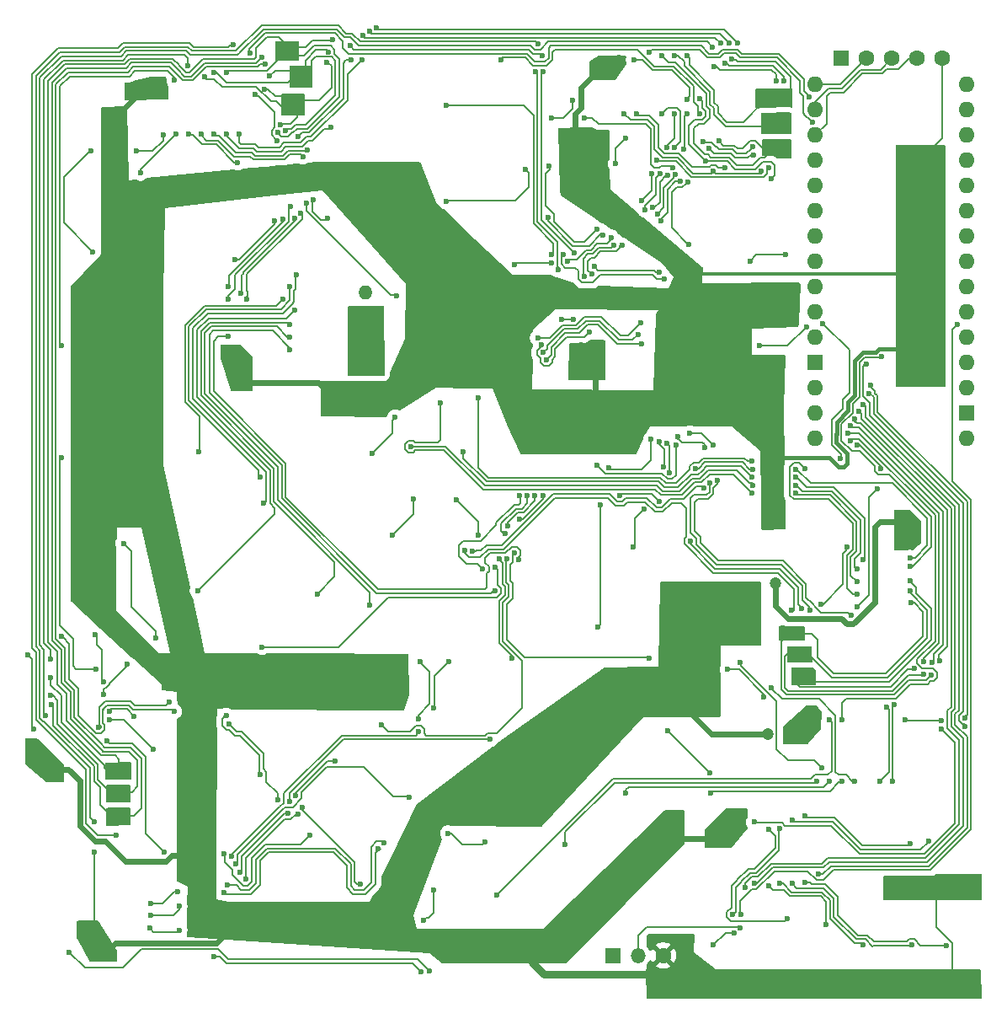
<source format=gbl>
G04 #@! TF.GenerationSoftware,KiCad,Pcbnew,9.0.6*
G04 #@! TF.CreationDate,2025-11-26T10:40:33-06:00*
G04 #@! TF.ProjectId,slu,736c752e-6b69-4636-9164-5f7063625858,rev?*
G04 #@! TF.SameCoordinates,Original*
G04 #@! TF.FileFunction,Copper,L2,Bot*
G04 #@! TF.FilePolarity,Positive*
%FSLAX46Y46*%
G04 Gerber Fmt 4.6, Leading zero omitted, Abs format (unit mm)*
G04 Created by KiCad (PCBNEW 9.0.6) date 2025-11-26 10:40:33*
%MOMM*%
%LPD*%
G01*
G04 APERTURE LIST*
G04 Aperture macros list*
%AMRoundRect*
0 Rectangle with rounded corners*
0 $1 Rounding radius*
0 $2 $3 $4 $5 $6 $7 $8 $9 X,Y pos of 4 corners*
0 Add a 4 corners polygon primitive as box body*
4,1,4,$2,$3,$4,$5,$6,$7,$8,$9,$2,$3,0*
0 Add four circle primitives for the rounded corners*
1,1,$1+$1,$2,$3*
1,1,$1+$1,$4,$5*
1,1,$1+$1,$6,$7*
1,1,$1+$1,$8,$9*
0 Add four rect primitives between the rounded corners*
20,1,$1+$1,$2,$3,$4,$5,0*
20,1,$1+$1,$4,$5,$6,$7,0*
20,1,$1+$1,$6,$7,$8,$9,0*
20,1,$1+$1,$8,$9,$2,$3,0*%
G04 Aperture macros list end*
G04 #@! TA.AperFunction,SMDPad,CuDef*
%ADD10O,1.400000X1.400000*%
G04 #@! TD*
G04 #@! TA.AperFunction,SMDPad,CuDef*
%ADD11R,1.400000X1.400000*%
G04 #@! TD*
G04 #@! TA.AperFunction,ComponentPad*
%ADD12C,1.600000*%
G04 #@! TD*
G04 #@! TA.AperFunction,ComponentPad*
%ADD13O,1.500000X1.500000*%
G04 #@! TD*
G04 #@! TA.AperFunction,ComponentPad*
%ADD14R,1.600000X1.600000*%
G04 #@! TD*
G04 #@! TA.AperFunction,ComponentPad*
%ADD15O,1.600000X1.600000*%
G04 #@! TD*
G04 #@! TA.AperFunction,SMDPad,CuDef*
%ADD16RoundRect,0.250000X0.650000X-1.000000X0.650000X1.000000X-0.650000X1.000000X-0.650000X-1.000000X0*%
G04 #@! TD*
G04 #@! TA.AperFunction,ViaPad*
%ADD17C,0.600000*%
G04 #@! TD*
G04 #@! TA.AperFunction,ViaPad*
%ADD18C,1.200000*%
G04 #@! TD*
G04 #@! TA.AperFunction,ViaPad*
%ADD19C,1.000000*%
G04 #@! TD*
G04 #@! TA.AperFunction,ViaPad*
%ADD20C,0.800000*%
G04 #@! TD*
G04 #@! TA.AperFunction,Conductor*
%ADD21C,0.200000*%
G04 #@! TD*
G04 #@! TA.AperFunction,Conductor*
%ADD22C,0.800000*%
G04 #@! TD*
G04 #@! TA.AperFunction,Conductor*
%ADD23C,1.000000*%
G04 #@! TD*
G04 #@! TA.AperFunction,Conductor*
%ADD24C,0.600000*%
G04 #@! TD*
G04 #@! TA.AperFunction,Conductor*
%ADD25C,0.300000*%
G04 #@! TD*
G04 #@! TA.AperFunction,Conductor*
%ADD26C,0.400000*%
G04 #@! TD*
G04 APERTURE END LIST*
D10*
G04 #@! TO.P,BATTERY,2,-*
G04 #@! TO.N,GND*
X93395800Y-77165200D03*
D11*
G04 #@! TO.P,BATTERY,1,+*
G04 #@! TO.N,/battery power*
X93395800Y-79705200D03*
G04 #@! TD*
D12*
G04 #@! TO.P,sw1,1,A*
G04 #@! TO.N,+5V*
X123342400Y-143738600D03*
D13*
G04 #@! TO.P,sw1,2,B*
G04 #@! TO.N,Net-(a1-D13)*
X120802400Y-143738600D03*
D14*
G04 #@! TO.P,sw1,3,C*
G04 #@! TO.N,GND*
X118262400Y-143738600D03*
G04 #@! TD*
G04 #@! TO.P,J1,1,Pin_1*
G04 #@! TO.N,GND*
X141260000Y-53600000D03*
D12*
G04 #@! TO.P,J1,2,Pin_2*
G04 #@! TO.N,/LCD_SERIAL*
X143800000Y-53600000D03*
G04 #@! TO.P,J1,3,Pin_3*
G04 #@! TO.N,/LCD_CLOCK*
X146340000Y-53600000D03*
G04 #@! TO.P,J1,4,Pin_4*
G04 #@! TO.N,/LCD_LATCH*
X148880000Y-53600000D03*
G04 #@! TO.P,J1,5,Pin_5*
G04 #@! TO.N,+5V*
X151420000Y-53600000D03*
G04 #@! TD*
D15*
G04 #@! TO.P,a1,1,D1/TX*
G04 #@! TO.N,unconnected-(a1-D1{slash}TX-Pad1)*
X138650000Y-91800000D03*
G04 #@! TO.P,a1,2,D0/RX*
G04 #@! TO.N,unconnected-(a1-D0{slash}RX-Pad2)*
X138650000Y-89260000D03*
G04 #@! TO.P,a1,3,~{RESET}*
G04 #@! TO.N,unconnected-(a1-~{RESET}-Pad3)*
X138650000Y-86720000D03*
D14*
G04 #@! TO.P,a1,4,GND*
G04 #@! TO.N,GND*
X138650000Y-84180000D03*
D15*
G04 #@! TO.P,a1,5,D2*
G04 #@! TO.N,/SERIAL*
X138650000Y-81640000D03*
G04 #@! TO.P,a1,6,D3*
G04 #@! TO.N,/OE*
X138650000Y-79100000D03*
G04 #@! TO.P,a1,7,D4*
G04 #@! TO.N,/LATCH*
X138650000Y-76560000D03*
G04 #@! TO.P,a1,8,D5*
G04 #@! TO.N,/CLOCK*
X138650000Y-74020000D03*
G04 #@! TO.P,a1,9,D6*
G04 #@! TO.N,/LOAD(PL)*
X138650000Y-71480000D03*
G04 #@! TO.P,a1,10,D7*
G04 #@! TO.N,/SCK(CP)*
X138650000Y-68940000D03*
G04 #@! TO.P,a1,11,D8*
G04 #@! TO.N,/SEROUT*
X138650000Y-66400000D03*
G04 #@! TO.P,a1,12,D9*
G04 #@! TO.N,/CE*
X138650000Y-63860000D03*
G04 #@! TO.P,a1,13,D10*
G04 #@! TO.N,/LCD_LATCH*
X138650000Y-61320000D03*
G04 #@! TO.P,a1,14,D11*
G04 #@! TO.N,/LCD_CLOCK*
X138650000Y-58780000D03*
G04 #@! TO.P,a1,15,D12*
G04 #@! TO.N,/LCD_SERIAL*
X138650000Y-56240000D03*
G04 #@! TO.P,a1,16,D13*
G04 #@! TO.N,Net-(a1-D13)*
X153890000Y-56240000D03*
G04 #@! TO.P,a1,17,3V3*
G04 #@! TO.N,unconnected-(a1-3V3-Pad17)*
X153890000Y-58780000D03*
G04 #@! TO.P,a1,18,AREF*
G04 #@! TO.N,unconnected-(a1-AREF-Pad18)*
X153890000Y-61320000D03*
G04 #@! TO.P,a1,19,A0*
G04 #@! TO.N,unconnected-(a1-A0-Pad19)*
X153890000Y-63860000D03*
G04 #@! TO.P,a1,20,A1*
G04 #@! TO.N,unconnected-(a1-A1-Pad20)*
X153890000Y-66400000D03*
G04 #@! TO.P,a1,21,A2*
G04 #@! TO.N,unconnected-(a1-A2-Pad21)*
X153890000Y-68940000D03*
G04 #@! TO.P,a1,22,A3*
G04 #@! TO.N,unconnected-(a1-A3-Pad22)*
X153890000Y-71480000D03*
G04 #@! TO.P,a1,23,A4*
G04 #@! TO.N,unconnected-(a1-A4-Pad23)*
X153890000Y-74020000D03*
G04 #@! TO.P,a1,24,A5*
G04 #@! TO.N,unconnected-(a1-A5-Pad24)*
X153890000Y-76560000D03*
G04 #@! TO.P,a1,25,A6*
G04 #@! TO.N,unconnected-(a1-A6-Pad25)*
X153890000Y-79100000D03*
G04 #@! TO.P,a1,26,A7*
G04 #@! TO.N,unconnected-(a1-A7-Pad26)*
X153890000Y-81640000D03*
G04 #@! TO.P,a1,27,+5V*
G04 #@! TO.N,+5V*
X153890000Y-84180000D03*
G04 #@! TO.P,a1,28,~{RESET}*
G04 #@! TO.N,unconnected-(a1-~{RESET}-Pad28)*
X153890000Y-86720000D03*
D14*
G04 #@! TO.P,a1,29,GND*
G04 #@! TO.N,GND*
X153890000Y-89260000D03*
D15*
G04 #@! TO.P,a1,30,VIN*
G04 #@! TO.N,unconnected-(a1-VIN-Pad30)*
X153890000Y-91800000D03*
G04 #@! TD*
D16*
G04 #@! TO.P,DIODE,1,K*
G04 #@! TO.N,+5V*
X93472000Y-87794600D03*
G04 #@! TO.P,DIODE,2,A*
G04 #@! TO.N,/battery power*
X93472000Y-83794600D03*
G04 #@! TD*
D17*
G04 #@! TO.N,/SER3-4*
X75552972Y-54369442D03*
D18*
G04 #@! TO.N,GND*
X93395800Y-77165200D03*
D17*
G04 #@! TO.N,/SERIAL*
X141337500Y-120052500D03*
X142134856Y-92038088D03*
G04 #@! TO.N,/LOAD(PL)*
X143003000Y-89104752D03*
X131572000Y-136931400D03*
G04 #@! TO.N,/LATCH*
X127929849Y-62631320D03*
X125020028Y-65998400D03*
X135500003Y-55850000D03*
X85862000Y-68542243D03*
X129532261Y-54150000D03*
X129997194Y-52119000D03*
X86160000Y-55510000D03*
X85338536Y-60890000D03*
X79632500Y-77795000D03*
X61718819Y-117648548D03*
X116184592Y-75315676D03*
D19*
X136650000Y-113350000D03*
D17*
X83775804Y-55424690D03*
X119189367Y-72418000D03*
X93791214Y-50937750D03*
X124497500Y-53348000D03*
X82977292Y-53502590D03*
X142201000Y-90528396D03*
D19*
X69077864Y-127357864D03*
D17*
X150355162Y-114278733D03*
X149527837Y-115478733D03*
X148148600Y-107137200D03*
X89675000Y-52975000D03*
D19*
X135300000Y-60000000D03*
D17*
X68070000Y-127350000D03*
X133900000Y-60579265D03*
D19*
X87160000Y-55180000D03*
D17*
X132401392Y-63334945D03*
X137641000Y-113475000D03*
X78130000Y-55085000D03*
X123085528Y-69984045D03*
G04 #@! TO.N,/CE*
X153696401Y-120712401D03*
X132475000Y-130352500D03*
X144060000Y-87275735D03*
X151293827Y-120973222D03*
D18*
G04 #@! TO.N,+5V*
X70700000Y-56675000D03*
X60000000Y-123000000D03*
X153441400Y-136906000D03*
X81265000Y-86182200D03*
X143450000Y-146910000D03*
X138450000Y-146910000D03*
X134450000Y-99950000D03*
D17*
X148900000Y-84300000D03*
X149475000Y-65200000D03*
X149504400Y-75209400D03*
X150780000Y-136890000D03*
X150890000Y-85870000D03*
X123306800Y-147116800D03*
X110140000Y-143160000D03*
D18*
X130900000Y-130300000D03*
X122500000Y-132050000D03*
X133502400Y-146913600D03*
X134632953Y-106317047D03*
X118875000Y-53900000D03*
D17*
X134315200Y-94234000D03*
D18*
X116980002Y-54785000D03*
D17*
X125476000Y-75234800D03*
D18*
X148183600Y-136880600D03*
X79832200Y-83235800D03*
X80000000Y-140900000D03*
X65532500Y-140985000D03*
X76352400Y-133530000D03*
X138400000Y-120050000D03*
X116500000Y-88400000D03*
X62390000Y-125040000D03*
X136300000Y-121625000D03*
X115050000Y-82700000D03*
X72640000Y-56190000D03*
D20*
X147375000Y-99900000D03*
D18*
X90271600Y-87833200D03*
X67132500Y-143635000D03*
D17*
X150810000Y-146930000D03*
X66146000Y-133350000D03*
D18*
X153416000Y-146913600D03*
D20*
X148005800Y-102565200D03*
D18*
X116545000Y-84590000D03*
X67995800Y-59766200D03*
X123700000Y-118000000D03*
X132500000Y-107200000D03*
X128320800Y-146913600D03*
X133850000Y-121500000D03*
X128727200Y-132281400D03*
X116433600Y-61874400D03*
X148336000Y-146964400D03*
D17*
G04 #@! TO.N,/SEROUT*
X143805000Y-84307887D03*
X138988800Y-135585200D03*
G04 #@! TO.N,/OE*
X122926178Y-75147489D03*
X134700000Y-55850000D03*
D19*
X68930000Y-129920000D03*
D17*
X128940165Y-61895000D03*
X148148600Y-106070400D03*
X123227500Y-53348000D03*
X125818893Y-66041036D03*
X86415000Y-58465000D03*
X61798200Y-118541800D03*
D19*
X85680000Y-57860000D03*
D17*
X84830000Y-60272325D03*
X137659535Y-116188047D03*
X116400932Y-74545481D03*
X128448056Y-54425000D03*
X133700000Y-62800000D03*
D19*
X136870000Y-115550000D03*
X134600000Y-62800000D03*
D17*
X93103815Y-51347000D03*
X83300000Y-54234827D03*
X149557631Y-114215902D03*
X68050000Y-129960000D03*
X125870000Y-72280000D03*
X89472556Y-54060765D03*
X129143691Y-52119000D03*
X86274155Y-69677318D03*
X80907891Y-77226650D03*
X83262500Y-56700000D03*
X141900000Y-91269612D03*
X77200000Y-55500000D03*
X148567335Y-114922665D03*
G04 #@! TO.N,/CLOCK*
X151146402Y-114160650D03*
X130797195Y-52119000D03*
X86060000Y-53370000D03*
X130206873Y-53720000D03*
X118391125Y-72364981D03*
D19*
X85490000Y-52530000D03*
D17*
X150317819Y-115604935D03*
X133574000Y-57682815D03*
X127315705Y-62017176D03*
X148234400Y-108285000D03*
X125767500Y-53348000D03*
X142629821Y-89853034D03*
X136700000Y-111400000D03*
D19*
X135425000Y-57675000D03*
D17*
X79400000Y-55085000D03*
X84564596Y-61096322D03*
D19*
X135775000Y-111350000D03*
D17*
X115419676Y-75550000D03*
X90070171Y-51700999D03*
X85073155Y-69742703D03*
X94486431Y-50541926D03*
X132370436Y-62535542D03*
D19*
X68680000Y-125340000D03*
D17*
X61747400Y-115874800D03*
X122750958Y-69257363D03*
X79632500Y-76525000D03*
X67610000Y-125340000D03*
X124565999Y-65314429D03*
G04 #@! TO.N,/SCK(CP)*
X143404000Y-88386672D03*
X132475000Y-136527500D03*
G04 #@! TO.N,Net-(d8-A)*
X126000000Y-91300000D03*
X128357800Y-92442200D03*
G04 #@! TO.N,Net-(d33-A)*
X63600000Y-143400000D03*
X99790000Y-145300000D03*
G04 #@! TO.N,Net-(d34-A)*
X99280000Y-140190000D03*
X100270000Y-137140000D03*
X78130400Y-143880000D03*
X98954523Y-145373260D03*
G04 #@! TO.N,Net-(d35-A)*
X94687340Y-133034738D03*
X101701600Y-131470400D03*
X79192899Y-137423156D03*
X105460800Y-132384800D03*
G04 #@! TO.N,Net-(d36-A)*
X79478218Y-136675762D03*
X95300800Y-132435600D03*
G04 #@! TO.N,Net-(d40-A)*
X101812500Y-114210000D03*
X100250000Y-118920000D03*
G04 #@! TO.N,Net-(d57-A)*
X98200000Y-97900000D03*
X96119643Y-101502400D03*
G04 #@! TO.N,Net-(d58-A)*
X104709345Y-101517694D03*
X102500000Y-98000000D03*
G04 #@! TO.N,Net-(d60-A)*
X94089643Y-93302400D03*
X96400000Y-89700000D03*
G04 #@! TO.N,/SER1-2*
X153696400Y-119910000D03*
X138364139Y-60048184D03*
X121957500Y-53012500D03*
X144206000Y-86451469D03*
X151292400Y-120173221D03*
X147687500Y-120052500D03*
G04 #@! TO.N,/SER2-3*
X61259872Y-119626432D03*
X128307500Y-52546000D03*
G04 #@! TO.N,/SER3-4*
X61695835Y-113970565D03*
G04 #@! TO.N,/SER4-5*
X68300000Y-131640000D03*
X80095959Y-52281000D03*
G04 #@! TO.N,/SER5-6*
X66146000Y-130330000D03*
X113133544Y-79818214D03*
X110725000Y-52145000D03*
X112760735Y-74819265D03*
X114351500Y-79815830D03*
X110501001Y-54952000D03*
G04 #@! TO.N,/SER6-7*
X111215558Y-53350000D03*
X91965000Y-53750000D03*
X86917136Y-69201316D03*
X86663156Y-61448579D03*
X81492260Y-77860600D03*
X91831211Y-52339968D03*
X111301004Y-54952000D03*
X114390000Y-73190000D03*
G04 #@! TO.N,/SER7-8*
X80238600Y-73831600D03*
X84287585Y-69962585D03*
X138040000Y-57460000D03*
X84489736Y-61903066D03*
X81778302Y-53059608D03*
X145303670Y-83554799D03*
X82321611Y-57245140D03*
X148148600Y-104622600D03*
G04 #@! TO.N,/btn1*
X137555000Y-129692400D03*
X148190000Y-132492200D03*
G04 #@! TO.N,/btn2*
X150019935Y-132265335D03*
X136285000Y-130103000D03*
G04 #@! TO.N,/btn3*
X135026400Y-131013200D03*
X130350000Y-139650000D03*
X130438879Y-141491891D03*
X128400000Y-142710000D03*
G04 #@! TO.N,/btn4*
X135850000Y-140050000D03*
X133926300Y-131046500D03*
G04 #@! TO.N,/btn5*
X139699000Y-140660000D03*
X133959237Y-136741736D03*
G04 #@! TO.N,/btn6*
X143450000Y-142710000D03*
X135015000Y-136527500D03*
G04 #@! TO.N,/btn7*
X148325000Y-142710000D03*
X136285000Y-136527500D03*
G04 #@! TO.N,/btn8*
X137555000Y-136388200D03*
X151790000Y-142740000D03*
G04 #@! TO.N,/ICD3*
X140067500Y-126227500D03*
X119590000Y-127410000D03*
G04 #@! TO.N,/ICD7*
X145147500Y-126227500D03*
X145785020Y-118831062D03*
X137282476Y-108885923D03*
X126080000Y-102132500D03*
G04 #@! TO.N,/ICD6*
X131090000Y-114320000D03*
X139317768Y-124919770D03*
G04 #@! TO.N,/ICD1*
X140067500Y-120052500D03*
X106608004Y-137669846D03*
G04 #@! TO.N,/ICD4*
X128010000Y-125426500D03*
X123750000Y-121200000D03*
X128150000Y-127428500D03*
X141337500Y-126227500D03*
G04 #@! TO.N,/ICD2*
X113493763Y-132560514D03*
X138797500Y-126227500D03*
G04 #@! TO.N,/ICD8*
X138071205Y-109019734D03*
X146417500Y-126227500D03*
X128004309Y-96265876D03*
X146541309Y-118570234D03*
G04 #@! TO.N,/ICD5*
X134214615Y-116838985D03*
X129830000Y-115010000D03*
X142607500Y-126227500D03*
X133454985Y-117776415D03*
G04 #@! TO.N,/ICD16*
X127037500Y-59187500D03*
X107022500Y-53750000D03*
G04 #@! TO.N,/ICD9*
X125775000Y-57775001D03*
X134205972Y-65691028D03*
X133060000Y-82507500D03*
X127000000Y-57675000D03*
X137728423Y-80582588D03*
X127585602Y-63898000D03*
X120399235Y-53756000D03*
G04 #@! TO.N,/ICD15*
X115400000Y-59600000D03*
X125388900Y-62778370D03*
X125767500Y-59187500D03*
X114211200Y-57850000D03*
X124268000Y-64572000D03*
X112072667Y-59608523D03*
G04 #@! TO.N,/ICD14*
X122998250Y-65195999D03*
X111730000Y-69620000D03*
X124497500Y-59187500D03*
X123709342Y-62570000D03*
X117303214Y-71343214D03*
X121505088Y-68834592D03*
G04 #@! TO.N,/ICD10*
X119417500Y-59187500D03*
X128400000Y-64977000D03*
X132060000Y-73997500D03*
X135687200Y-73354865D03*
X133221527Y-64977000D03*
G04 #@! TO.N,/ICD11*
X120687500Y-59187500D03*
X129550000Y-64575000D03*
G04 #@! TO.N,/ICD12*
X118572500Y-64225000D03*
X119600321Y-61673851D03*
G04 #@! TO.N,/ICD13*
X123770942Y-65403246D03*
X108410000Y-74360000D03*
X123227500Y-59187500D03*
X118110000Y-71616000D03*
X124509345Y-62570000D03*
X113746090Y-74045000D03*
X112119000Y-74170003D03*
X122273407Y-68611686D03*
G04 #@! TO.N,/ICD19*
X79400000Y-119670000D03*
X82830000Y-125550000D03*
X66590528Y-120860000D03*
X73692500Y-118320000D03*
G04 #@! TO.N,/ICD21*
X67663640Y-119191990D03*
X70128750Y-119691250D03*
G04 #@! TO.N,/ICD23*
X72340735Y-111879000D03*
X67042500Y-116225000D03*
X66230000Y-111510000D03*
X69062600Y-102336600D03*
G04 #@! TO.N,/ICD18*
X67390465Y-122227035D03*
X87780000Y-131650000D03*
X73120000Y-133356495D03*
X79206740Y-133539690D03*
G04 #@! TO.N,/ICD17*
X59455000Y-113541157D03*
X62860691Y-111658400D03*
X60030000Y-120980200D03*
X84586132Y-128098281D03*
X87050000Y-128850000D03*
X79639974Y-120455112D03*
X92923285Y-136560000D03*
X74155000Y-119224616D03*
G04 #@! TO.N,/ICD20*
X72051921Y-123034525D03*
X67620000Y-120069764D03*
G04 #@! TO.N,/ICD22*
X67042500Y-117495000D03*
X69470000Y-114450000D03*
G04 #@! TO.N,/ICD24*
X62860691Y-93700000D03*
X66268600Y-114955000D03*
G04 #@! TO.N,/ICD26*
X70332600Y-62950000D03*
X73050000Y-61341000D03*
X65786000Y-62950000D03*
X65989200Y-73075800D03*
G04 #@! TO.N,/ICD28*
X75590000Y-61210000D03*
X80525000Y-64071000D03*
G04 #@! TO.N,/ICD31*
X89930000Y-60540000D03*
X79400000Y-61210000D03*
G04 #@! TO.N,/ICD27*
X74320000Y-61210000D03*
X70789800Y-65130000D03*
G04 #@! TO.N,/ICD30*
X89614792Y-69674792D03*
X78130000Y-61210000D03*
X87555167Y-62830463D03*
X88185793Y-67840185D03*
G04 #@! TO.N,/ICD25*
X62860691Y-82450000D03*
X74190000Y-55840000D03*
G04 #@! TO.N,/ICD29*
X76860000Y-61210000D03*
X87464253Y-68185704D03*
X96520000Y-77510000D03*
X87105314Y-63492000D03*
G04 #@! TO.N,/ICD32*
X93027500Y-53750000D03*
X80670000Y-61210000D03*
G04 #@! TO.N,/ICD38*
X105910000Y-122050000D03*
X80770000Y-135434000D03*
X85787132Y-128256548D03*
X85591801Y-129463904D03*
G04 #@! TO.N,/ICD40*
X98704259Y-119950000D03*
X98700000Y-121250000D03*
X79968000Y-133785630D03*
X98887500Y-114210000D03*
G04 #@! TO.N,/ICD37*
X90370000Y-124200000D03*
X86607611Y-129516555D03*
X81370000Y-136060000D03*
X86400000Y-127680000D03*
G04 #@! TO.N,/ICD34*
X71707500Y-140985000D03*
X74701400Y-141198600D03*
G04 #@! TO.N,/ICD36*
X74510000Y-137360000D03*
X71805800Y-138506200D03*
G04 #@! TO.N,/ICD35*
X71780400Y-139750800D03*
X74701400Y-138785600D03*
G04 #@! TO.N,/ICD39*
X97770000Y-127880000D03*
X80350635Y-134570635D03*
G04 #@! TO.N,/ICD47*
X118950000Y-97530000D03*
X123367336Y-94629473D03*
X122910600Y-98160600D03*
X122914587Y-92148540D03*
G04 #@! TO.N,/ICD43*
X110449997Y-97530000D03*
X107671226Y-100570204D03*
X120810000Y-81360000D03*
X111290507Y-83192866D03*
X95030000Y-120580000D03*
X107621329Y-103915646D03*
G04 #@! TO.N,/ICD42*
X108381365Y-103281365D03*
X111569031Y-83942818D03*
X121140000Y-82300000D03*
X111250000Y-97530000D03*
X108913265Y-99895265D03*
X121932500Y-113920000D03*
G04 #@! TO.N,/ICD45*
X116781250Y-110773438D03*
X117850000Y-94726000D03*
X117050000Y-98450000D03*
X122123200Y-91897200D03*
G04 #@! TO.N,/ICD44*
X106405349Y-104731199D03*
X108849991Y-97530000D03*
X105204349Y-104914095D03*
X83007200Y-112750600D03*
X110732432Y-81687568D03*
X121100000Y-80150000D03*
G04 #@! TO.N,/ICD46*
X123967336Y-95250464D03*
X123727872Y-92318611D03*
X121397775Y-98913345D03*
X120354144Y-102715856D03*
G04 #@! TO.N,/ICD48*
X116700000Y-94500000D03*
X124617251Y-92446205D03*
G04 #@! TO.N,/ICD41*
X106821527Y-103933549D03*
X108102500Y-113900000D03*
X107483584Y-101347887D03*
X109649994Y-97530000D03*
X115920000Y-81080000D03*
X111058092Y-82427368D03*
G04 #@! TO.N,/ICD51*
X93825000Y-108575000D03*
X85807500Y-81605000D03*
G04 #@! TO.N,/ICD53*
X86267714Y-78901714D03*
X76540001Y-107120000D03*
G04 #@! TO.N,/ICD56*
X86436200Y-75336400D03*
X83190800Y-98300000D03*
G04 #@! TO.N,/ICD49*
X108822329Y-103976307D03*
X79612300Y-81584800D03*
G04 #@! TO.N,/ICD50*
X106419998Y-107109998D03*
X85807500Y-82875000D03*
G04 #@! TO.N,/ICD52*
X88535856Y-107445856D03*
X85807500Y-80335000D03*
G04 #@! TO.N,/ICD55*
X85807500Y-76525000D03*
X82782378Y-95716504D03*
G04 #@! TO.N,/ICD54*
X76657200Y-93167200D03*
X85122935Y-77782335D03*
G04 #@! TO.N,/ICD64*
X101552500Y-58380000D03*
X128778000Y-96062400D03*
X113319000Y-73368542D03*
X142213630Y-109554999D03*
X123452313Y-75750138D03*
X112119000Y-73370000D03*
X127500000Y-92700000D03*
X124767690Y-91660475D03*
G04 #@! TO.N,/ICD58*
X103370000Y-103052069D03*
X141789000Y-102750000D03*
X139192066Y-108443536D03*
X136220486Y-109079514D03*
G04 #@! TO.N,/ICD59*
X103211477Y-93112667D03*
X143395220Y-103976453D03*
X136700000Y-95700000D03*
X132273735Y-95708206D03*
G04 #@! TO.N,/ICD57*
X148148600Y-103784400D03*
X126625984Y-94810114D03*
X104168895Y-103094156D03*
X127397655Y-96787389D03*
X136700000Y-94899997D03*
X132312145Y-94909126D03*
G04 #@! TO.N,/ICD63*
X133939634Y-64624406D03*
X141159000Y-93827275D03*
X122198247Y-65195999D03*
X116698414Y-70817249D03*
X121153324Y-67948146D03*
X142810000Y-108730000D03*
X111860335Y-64415663D03*
X144900942Y-96896582D03*
X139408550Y-80289400D03*
X122689708Y-63881504D03*
X145214766Y-94866034D03*
X109520112Y-64797445D03*
X101552500Y-68030000D03*
X142811689Y-92464584D03*
G04 #@! TO.N,/ICD61*
X132279011Y-97305216D03*
X142810000Y-106190000D03*
X136700000Y-97300006D03*
X100900000Y-88200000D03*
G04 #@! TO.N,/ICD62*
X142810000Y-107460000D03*
X104770000Y-87700000D03*
X132295566Y-94109296D03*
X137586352Y-94867823D03*
G04 #@! TO.N,/ICD60*
X97960000Y-92620000D03*
X136700000Y-96500003D03*
X142810000Y-104920000D03*
X132325234Y-96506550D03*
G04 #@! TO.N,Net-(a1-D13)*
X131035000Y-140958371D03*
X152900000Y-80400000D03*
X131150003Y-139650000D03*
G04 #@! TD*
D21*
G04 #@! TO.N,Net-(d34-A)*
X78130400Y-143880000D02*
X78772900Y-143880000D01*
X78772900Y-143880000D02*
X79422900Y-144530000D01*
X79422900Y-144530000D02*
X98111263Y-144530000D01*
X98111263Y-144530000D02*
X98954523Y-145373260D01*
G04 #@! TO.N,Net-(d33-A)*
X99790000Y-145300000D02*
X99790000Y-145290000D01*
X79580000Y-144120000D02*
X78561000Y-143101000D01*
X98620000Y-144120000D02*
X79580000Y-144120000D01*
X99790000Y-145290000D02*
X98620000Y-144120000D01*
X78561000Y-143101000D02*
X70909000Y-143101000D01*
X70909000Y-143101000D02*
X69040000Y-144970000D01*
X69040000Y-144970000D02*
X65170000Y-144970000D01*
X65170000Y-144970000D02*
X63600000Y-143400000D01*
G04 #@! TO.N,/SER4-5*
X79630000Y-52480000D02*
X76124272Y-52480000D01*
X68487300Y-52623000D02*
X62487000Y-52623000D01*
X65290000Y-130490000D02*
X66440000Y-131640000D01*
X59854689Y-55255649D02*
X59854691Y-81203457D01*
X59854691Y-55255309D02*
X59854691Y-55255647D01*
X69047300Y-52063000D02*
X68487300Y-52623000D01*
X59853691Y-112903943D02*
X60254200Y-113304452D01*
X79829000Y-52281000D02*
X79630000Y-52480000D01*
X76124272Y-52480000D02*
X75707272Y-52063000D01*
X59854691Y-83696543D02*
X59854691Y-110411857D01*
X59854691Y-81203457D02*
X59853691Y-81204457D01*
X60257872Y-120041475D02*
X60844829Y-120628432D01*
X59853691Y-81204457D02*
X59853691Y-83695543D01*
X59853691Y-83695543D02*
X59854691Y-83696543D01*
X80095959Y-52281000D02*
X79829000Y-52281000D01*
X60844829Y-120628432D02*
X60846242Y-120628432D01*
X59854691Y-110411857D02*
X59853691Y-110412857D01*
X59853691Y-110412857D02*
X59853691Y-112903943D01*
X60254200Y-113304452D02*
X60254200Y-120036390D01*
X62487000Y-52623000D02*
X59854691Y-55255309D01*
X75707272Y-52063000D02*
X69047300Y-52063000D01*
X60254200Y-120036390D02*
X60257872Y-120040062D01*
X60257872Y-120040062D02*
X60257872Y-120041475D01*
X59854691Y-55255647D02*
X59854689Y-55255649D01*
X60846242Y-120628432D02*
X65290000Y-125072190D01*
X65290000Y-125072190D02*
X65290000Y-130490000D01*
X66440000Y-131640000D02*
X68300000Y-131640000D01*
G04 #@! TO.N,/SER3-4*
X61695835Y-113970565D02*
X61695835Y-113044787D01*
X61056691Y-112405643D02*
X61056691Y-110911157D01*
X61056691Y-110911157D02*
X61057691Y-110910157D01*
X61057691Y-110910157D02*
X61057691Y-83198243D01*
X62897542Y-53917000D02*
X62988542Y-53826000D01*
X61057691Y-83198243D02*
X61056691Y-83197243D01*
X61056691Y-83197243D02*
X61056691Y-81702757D01*
X75552972Y-53610000D02*
X75552972Y-54369442D01*
X61056691Y-81702757D02*
X61057691Y-81701757D01*
X61057691Y-81701757D02*
X61057691Y-55753949D01*
X75208972Y-53266000D02*
X75552972Y-53610000D01*
X61057691Y-55753949D02*
X62894643Y-53917000D01*
X62894643Y-53917000D02*
X62897542Y-53917000D01*
X61695835Y-113044787D02*
X61056691Y-112405643D01*
X62988542Y-53826000D02*
X68985600Y-53826000D01*
X69545600Y-53266000D02*
X75208972Y-53266000D01*
X68985600Y-53826000D02*
X69545600Y-53266000D01*
G04 #@! TO.N,/ICD25*
X69650000Y-55430000D02*
X63652942Y-55430000D01*
G04 #@! TO.N,/CLOCK*
X82193360Y-53683000D02*
X82376292Y-53500068D01*
X68222900Y-123660000D02*
X66840702Y-123660000D01*
G04 #@! TO.N,/ICD25*
X62750000Y-82450000D02*
X62860691Y-82450000D01*
G04 #@! TO.N,/CLOCK*
X69711700Y-53667000D02*
X73999773Y-53667000D01*
G04 #@! TO.N,/LATCH*
X63320742Y-54628000D02*
X69317800Y-54628000D01*
G04 #@! TO.N,/CLOCK*
X63322200Y-120141500D02*
X63322200Y-117423698D01*
G04 #@! TO.N,/ICD25*
X63652942Y-55430000D02*
X62667200Y-56415742D01*
G04 #@! TO.N,/OE*
X62259691Y-111409457D02*
X62260691Y-111408457D01*
G04 #@! TO.N,/LATCH*
X82779302Y-53540000D02*
X82939882Y-53540000D01*
G04 #@! TO.N,/OE*
X62260691Y-111408457D02*
X62260691Y-82699943D01*
G04 #@! TO.N,/LATCH*
X82777292Y-53666168D02*
X82777292Y-53613279D01*
G04 #@! TO.N,/CLOCK*
X68618200Y-125278200D02*
X68618200Y-124055300D01*
X83449300Y-51502000D02*
X84712000Y-51502000D01*
G04 #@! TO.N,/OE*
X67142937Y-122828035D02*
X67141522Y-122828035D01*
G04 #@! TO.N,/LATCH*
X61859691Y-82866043D02*
X61858691Y-82865043D01*
G04 #@! TO.N,/ICD25*
X70210000Y-54870000D02*
X69650000Y-55430000D01*
G04 #@! TO.N,/OE*
X63392942Y-55120000D02*
X63395842Y-55120000D01*
G04 #@! TO.N,/LATCH*
X61858691Y-111243357D02*
X61859691Y-111242357D01*
G04 #@! TO.N,/OE*
X64124200Y-119809300D02*
X64124200Y-117091498D01*
G04 #@! TO.N,/ICD25*
X62667200Y-81945800D02*
X62661691Y-81951309D01*
X74190000Y-55840000D02*
X74190000Y-55558527D01*
X62661691Y-82361691D02*
X62750000Y-82450000D01*
G04 #@! TO.N,/LATCH*
X62800000Y-116334400D02*
X62800000Y-113014752D01*
G04 #@! TO.N,/OE*
X64124200Y-117091498D02*
X63201000Y-116168300D01*
X67172902Y-122858000D02*
X67142937Y-122828035D01*
X70883550Y-128936450D02*
X70883550Y-123970650D01*
X63201000Y-112848652D02*
X62259691Y-111907343D01*
X62259691Y-82201057D02*
X62260691Y-82200057D01*
X62259691Y-111907343D02*
X62259691Y-111409457D01*
X63486842Y-55029000D02*
X69483900Y-55029000D01*
G04 #@! TO.N,/LATCH*
X61858691Y-112073443D02*
X61858691Y-111243357D01*
X69317800Y-54628000D02*
X69877800Y-54068000D01*
G04 #@! TO.N,/OE*
X73667573Y-54469000D02*
X74318573Y-55120000D01*
G04 #@! TO.N,/CLOCK*
X66810737Y-123630035D02*
X66809322Y-123630035D01*
G04 #@! TO.N,/OE*
X74318573Y-55120000D02*
X74320000Y-55120000D01*
G04 #@! TO.N,/ICD25*
X73501473Y-54870000D02*
X70210000Y-54870000D01*
G04 #@! TO.N,/OE*
X69150000Y-129700000D02*
X70120000Y-129700000D01*
G04 #@! TO.N,/LATCH*
X74486100Y-54719000D02*
X75206100Y-55439000D01*
X69077864Y-127357864D02*
X69922136Y-127357864D01*
G04 #@! TO.N,/ICD25*
X62667200Y-56415742D02*
X62667200Y-81945800D01*
G04 #@! TO.N,/CLOCK*
X65987465Y-122806765D02*
X63322200Y-120141500D01*
G04 #@! TO.N,/OE*
X63395842Y-55120000D02*
X63486842Y-55029000D01*
G04 #@! TO.N,/LATCH*
X69922136Y-127357864D02*
X70482550Y-126797450D01*
G04 #@! TO.N,/OE*
X69483900Y-55029000D02*
X70043900Y-54469000D01*
G04 #@! TO.N,/LATCH*
X70482550Y-124136750D02*
X69604800Y-123259000D01*
G04 #@! TO.N,/OE*
X62259691Y-82698943D02*
X62259691Y-82201057D01*
G04 #@! TO.N,/CLOCK*
X85480000Y-52270000D02*
X85480000Y-52540000D01*
G04 #@! TO.N,/OE*
X77420143Y-54485000D02*
X82525560Y-54485000D01*
G04 #@! TO.N,/LATCH*
X63226842Y-54719000D02*
X63229742Y-54719000D01*
X69604800Y-123259000D02*
X67006802Y-123259000D01*
X66976837Y-123229035D02*
X66975422Y-123229035D01*
X82777292Y-53613279D02*
X82779302Y-53611269D01*
G04 #@! TO.N,/ICD25*
X62661691Y-81951309D02*
X62661691Y-82361691D01*
G04 #@! TO.N,/LATCH*
X66975422Y-123229035D02*
X66388465Y-122642078D01*
G04 #@! TO.N,/OE*
X63201000Y-116168300D02*
X63201000Y-112848652D01*
G04 #@! TO.N,/LATCH*
X66388465Y-122642078D02*
X66388465Y-122640665D01*
X62800000Y-113014752D02*
X61858691Y-112073443D01*
X66388465Y-122640665D02*
X63723200Y-119975400D01*
X82779302Y-53611269D02*
X82779302Y-53540000D01*
X70482550Y-126797450D02*
X70482550Y-124136750D01*
G04 #@! TO.N,/OE*
X82775733Y-54234827D02*
X83300000Y-54234827D01*
G04 #@! TO.N,/CLOCK*
X66809322Y-123630035D02*
X65987465Y-122808178D01*
G04 #@! TO.N,/OE*
X62260691Y-56252251D02*
X63392942Y-55120000D01*
G04 #@! TO.N,/CLOCK*
X61458691Y-111076257D02*
X61458691Y-83032143D01*
G04 #@! TO.N,/LATCH*
X63723200Y-117257598D02*
X62800000Y-116334400D01*
G04 #@! TO.N,/OE*
X70043900Y-54469000D02*
X73667573Y-54469000D01*
G04 #@! TO.N,/LATCH*
X61859691Y-111242357D02*
X61859691Y-82866043D01*
X74484673Y-54719000D02*
X74486100Y-54719000D01*
G04 #@! TO.N,/CLOCK*
X68618200Y-124055300D02*
X68222900Y-123660000D01*
G04 #@! TO.N,/LATCH*
X61858691Y-82865043D02*
X61858691Y-82034957D01*
G04 #@! TO.N,/OE*
X70883550Y-123970650D02*
X69770900Y-122858000D01*
X76065143Y-55840000D02*
X77420143Y-54485000D01*
G04 #@! TO.N,/LATCH*
X61859691Y-56086151D02*
X63226842Y-54719000D01*
X63229742Y-54719000D02*
X63320742Y-54628000D01*
G04 #@! TO.N,/OE*
X66789465Y-122475978D02*
X66789465Y-122474565D01*
X74320000Y-55120000D02*
X75040000Y-55840000D01*
G04 #@! TO.N,/CLOCK*
X66840702Y-123660000D02*
X66810737Y-123630035D01*
G04 #@! TO.N,/LATCH*
X61859691Y-82033957D02*
X61859691Y-56086151D01*
X69877800Y-54068000D02*
X73833673Y-54068000D01*
G04 #@! TO.N,/OE*
X70120000Y-129700000D02*
X70883550Y-128936450D01*
G04 #@! TO.N,/LATCH*
X73833673Y-54068000D02*
X74484673Y-54719000D01*
X75206100Y-55439000D02*
X75899043Y-55439000D01*
G04 #@! TO.N,/ICD25*
X74190000Y-55558527D02*
X73501473Y-54870000D01*
G04 #@! TO.N,/OE*
X75040000Y-55840000D02*
X76065143Y-55840000D01*
G04 #@! TO.N,/LATCH*
X75899043Y-55439000D02*
X77254043Y-54084000D01*
X82359460Y-54084000D02*
X82777292Y-53666168D01*
G04 #@! TO.N,/CLOCK*
X61457691Y-112239543D02*
X61457691Y-111077257D01*
G04 #@! TO.N,/LATCH*
X77254043Y-54084000D02*
X82359460Y-54084000D01*
X61858691Y-82034957D02*
X61859691Y-82033957D01*
G04 #@! TO.N,/OE*
X68930000Y-129920000D02*
X69150000Y-129700000D01*
G04 #@! TO.N,/CLOCK*
X74665000Y-54330000D02*
X75365342Y-55030342D01*
X62399000Y-116500500D02*
X62399000Y-113180852D01*
X68680000Y-125340000D02*
X68618200Y-125278200D01*
X62399000Y-113180852D02*
X61457691Y-112239543D01*
G04 #@! TO.N,/LATCH*
X82939882Y-53540000D02*
X82977292Y-53502590D01*
G04 #@! TO.N,/CLOCK*
X61457691Y-111077257D02*
X61458691Y-111076257D01*
X61457691Y-83031143D02*
X61457691Y-81868857D01*
X61457691Y-81868857D02*
X61458691Y-81867857D01*
G04 #@! TO.N,/LATCH*
X63723200Y-119975400D02*
X63723200Y-117257598D01*
G04 #@! TO.N,/CLOCK*
X61458691Y-81867857D02*
X61458691Y-55920049D01*
X61458691Y-55920049D02*
X63060742Y-54318000D01*
X63063642Y-54318000D02*
X63154642Y-54227000D01*
G04 #@! TO.N,/OE*
X82525560Y-54485000D02*
X82775733Y-54234827D01*
G04 #@! TO.N,/CLOCK*
X63154642Y-54227000D02*
X69151700Y-54227000D01*
X69151700Y-54227000D02*
X69711700Y-53667000D01*
X73999773Y-53667000D02*
X74650773Y-54318000D01*
G04 #@! TO.N,/OE*
X62260691Y-82699943D02*
X62259691Y-82698943D01*
G04 #@! TO.N,/CLOCK*
X74650773Y-54318000D02*
X74652200Y-54318000D01*
X74652200Y-54318000D02*
X74664200Y-54330000D01*
G04 #@! TO.N,/OE*
X62260691Y-82200057D02*
X62260691Y-56252251D01*
G04 #@! TO.N,/CLOCK*
X75365342Y-55030342D02*
X75740601Y-55030342D01*
X77087943Y-53683000D02*
X82193360Y-53683000D01*
X82376292Y-53500068D02*
X82376292Y-53253647D01*
X82376292Y-53253647D02*
X82379302Y-53250637D01*
X82377302Y-52808665D02*
X82377302Y-52573998D01*
X65987465Y-122808178D02*
X65987465Y-122806765D01*
X63322200Y-117423698D02*
X62399000Y-116500500D01*
X82379302Y-53250637D02*
X82379302Y-52810665D01*
X61458691Y-83032143D02*
X61457691Y-83031143D01*
X82379302Y-52810665D02*
X82377302Y-52808665D01*
G04 #@! TO.N,/OE*
X69770900Y-122858000D02*
X67172902Y-122858000D01*
G04 #@! TO.N,/CLOCK*
X84712000Y-51502000D02*
X85480000Y-52270000D01*
X85480000Y-52540000D02*
X85490000Y-52530000D01*
X75740601Y-55030342D02*
X77087943Y-53683000D01*
G04 #@! TO.N,/OE*
X67141522Y-122828035D02*
X66789465Y-122475978D01*
G04 #@! TO.N,/CLOCK*
X74664200Y-54330000D02*
X74665000Y-54330000D01*
G04 #@! TO.N,/OE*
X66789465Y-122474565D02*
X64124200Y-119809300D01*
G04 #@! TO.N,/CLOCK*
X82377302Y-52573998D02*
X83449300Y-51502000D01*
G04 #@! TO.N,/LATCH*
X67006802Y-123259000D02*
X66976837Y-123229035D01*
G04 #@! TO.N,/CLOCK*
X63060742Y-54318000D02*
X63063642Y-54318000D01*
G04 #@! TO.N,+5V*
X72640000Y-56190000D02*
X72640000Y-55890000D01*
X72640000Y-55890000D02*
X72745600Y-55784400D01*
G04 #@! TO.N,Net-(d34-A)*
X99280000Y-140190000D02*
X99530000Y-139940000D01*
X99530000Y-139940000D02*
X99759800Y-139940000D01*
X99759800Y-139940000D02*
X100270000Y-139429800D01*
X100270000Y-139429800D02*
X100270000Y-137140000D01*
G04 #@! TO.N,/ICD38*
X80770000Y-135434000D02*
X80969000Y-135434000D01*
X80969000Y-135434000D02*
X80969000Y-133785472D01*
X80969000Y-133785472D02*
X85290568Y-129463904D01*
X85290568Y-129463904D02*
X85591801Y-129463904D01*
G04 #@! TO.N,Net-(d36-A)*
X79478218Y-136675762D02*
X80405762Y-136675762D01*
X91931450Y-134548550D02*
X91931450Y-136761450D01*
X94001250Y-136393850D02*
X94001250Y-132815993D01*
X95148743Y-132283543D02*
X95300800Y-132435600D01*
X80890000Y-137160000D02*
X81687043Y-137160000D01*
X81687043Y-137160000D02*
X82372000Y-136475043D01*
X82372000Y-134083772D02*
X83464849Y-132990923D01*
X90373823Y-132990923D02*
X91931450Y-134548550D01*
X82372000Y-136475043D02*
X82372000Y-134083772D01*
X83464849Y-132990923D02*
X90373823Y-132990923D01*
X91931450Y-136761450D02*
X92330000Y-137160000D01*
X92330000Y-137160000D02*
X93235100Y-137160000D01*
X80405762Y-136675762D02*
X80890000Y-137160000D01*
X93235100Y-137160000D02*
X94001250Y-136393850D01*
X94001250Y-132815993D02*
X94533700Y-132283543D01*
X94533700Y-132283543D02*
X95148743Y-132283543D01*
G04 #@! TO.N,Net-(d35-A)*
X79192899Y-137423156D02*
X79330743Y-137561000D01*
X93401200Y-137561000D02*
X94402250Y-136559950D01*
X82773000Y-136641143D02*
X82773000Y-134249872D01*
X90207723Y-133391923D02*
X91530450Y-134714650D01*
X82773000Y-134249872D02*
X83630949Y-133391923D01*
X79330743Y-137561000D02*
X81853143Y-137561000D01*
X94687340Y-133201460D02*
X94687340Y-133034738D01*
X81853143Y-137561000D02*
X82773000Y-136641143D01*
X92163900Y-137561000D02*
X93401200Y-137561000D01*
X91530450Y-134714650D02*
X91530450Y-136927550D01*
X83630949Y-133391923D02*
X90207723Y-133391923D01*
X91530450Y-136927550D02*
X92163900Y-137561000D01*
X94402250Y-136559950D02*
X94402250Y-133451600D01*
X94402250Y-133451600D02*
X94437200Y-133451600D01*
X94437200Y-133451600D02*
X94687340Y-133201460D01*
G04 #@! TO.N,/ICD18*
X87780000Y-131650000D02*
X87589660Y-131840340D01*
G04 #@! TO.N,/ICD17*
X92923285Y-136560000D02*
X92590000Y-136560000D01*
X92332450Y-134382450D02*
X87050000Y-129100000D01*
X92590000Y-136560000D02*
X92332450Y-136302450D01*
X92332450Y-136302450D02*
X92332450Y-134382450D01*
X87050000Y-129100000D02*
X87050000Y-128850000D01*
G04 #@! TO.N,/ICD43*
X95698000Y-121248000D02*
X97860000Y-121248000D01*
X106599000Y-121449000D02*
X106600000Y-121450000D01*
X105461057Y-121649000D02*
X105661057Y-121449000D01*
X107621329Y-104008671D02*
X107621329Y-103915646D01*
X97860000Y-121240057D02*
X98471057Y-120629000D01*
X99320000Y-120960000D02*
X99320000Y-121460000D01*
X98989000Y-120629000D02*
X99320000Y-120960000D01*
X99320000Y-121460000D02*
X99509000Y-121649000D01*
X109165000Y-114112557D02*
X107222527Y-112170084D01*
X107222527Y-112170084D02*
X107222527Y-108291612D01*
X99509000Y-121649000D02*
X105461057Y-121649000D01*
X95030000Y-120580000D02*
X95698000Y-121248000D01*
X105661057Y-121449000D02*
X106599000Y-121449000D01*
X107822998Y-107691141D02*
X107822998Y-106528855D01*
X107822998Y-106528855D02*
X107570000Y-106275857D01*
X98471057Y-120629000D02*
X98989000Y-120629000D01*
X109165000Y-118885000D02*
X109165000Y-114112557D01*
X107222527Y-108291612D02*
X107822998Y-107691141D01*
X97860000Y-121248000D02*
X97860000Y-121240057D01*
X107570000Y-106275857D02*
X107570000Y-104060000D01*
X107570000Y-104060000D02*
X107621329Y-104008671D01*
X106600000Y-121450000D02*
X109165000Y-118885000D01*
G04 #@! TO.N,/ICD19*
X79400000Y-119670000D02*
X79293802Y-119670000D01*
X80758398Y-121675498D02*
X82720000Y-123637100D01*
X79020000Y-119943802D02*
X79020000Y-120685081D01*
X80293260Y-121675498D02*
X80758398Y-121675498D01*
X79020000Y-120685081D02*
X79391031Y-121056112D01*
X79391031Y-121056112D02*
X79673874Y-121056112D01*
X79293802Y-119670000D02*
X79020000Y-119943802D01*
X79673874Y-121056112D02*
X80293260Y-121675498D01*
X82720000Y-123637100D02*
X82720000Y-125440000D01*
X82720000Y-125440000D02*
X82830000Y-125550000D01*
G04 #@! TO.N,/ICD17*
X84586132Y-127476337D02*
X83431000Y-126321205D01*
X83431000Y-126321205D02*
X83431000Y-125301057D01*
X83121000Y-124991057D02*
X83121000Y-123471000D01*
X84586132Y-128098281D02*
X84586132Y-127476337D01*
X80924498Y-121274498D02*
X80459360Y-121274498D01*
X83431000Y-125301057D02*
X83121000Y-124991057D01*
X83121000Y-123471000D02*
X80924498Y-121274498D01*
X80459360Y-121274498D02*
X79639974Y-120455112D01*
X64525201Y-116925398D02*
X63602000Y-116002200D01*
X73941637Y-119051000D02*
X70055600Y-119051000D01*
X67191528Y-121108943D02*
X66839471Y-121461000D01*
X62738000Y-111781091D02*
X62860691Y-111658400D01*
X67062640Y-118943047D02*
X67062640Y-119029740D01*
X67020000Y-120439529D02*
X67191528Y-120611057D01*
X67062640Y-119029740D02*
X67020000Y-118987100D01*
X63602000Y-112420800D02*
X62962291Y-111781091D01*
X74155000Y-119224616D02*
X74115253Y-119224616D01*
X69595590Y-118590990D02*
X67414697Y-118590990D01*
X70055600Y-119051000D02*
X69595590Y-118590990D01*
X74115253Y-119224616D02*
X73941637Y-119051000D01*
X63602000Y-116002200D02*
X63602000Y-112420800D01*
X67020000Y-118987100D02*
X67020000Y-120439529D01*
X66839471Y-121461000D02*
X66341585Y-121461000D01*
X66341585Y-121461000D02*
X65989528Y-121108943D01*
X67414697Y-118590990D02*
X67062640Y-118943047D01*
X65989528Y-121107528D02*
X64525200Y-119643200D01*
X64525200Y-119643200D02*
X64525201Y-116925398D01*
X62962291Y-111781091D02*
X62738000Y-111781091D01*
X65989528Y-121108943D02*
X65989528Y-121107528D01*
X67191528Y-120611057D02*
X67191528Y-121108943D01*
G04 #@! TO.N,/ICD19*
X66790528Y-120777157D02*
X66790528Y-120860000D01*
X73362500Y-118650000D02*
X70221700Y-118650000D01*
X67248597Y-118189990D02*
X66661640Y-118776947D01*
X66661640Y-118778360D02*
X66619000Y-118821000D01*
X70221700Y-118650000D02*
X69761690Y-118189990D01*
X66619000Y-118821000D02*
X66619000Y-120605629D01*
X66619000Y-120605629D02*
X66790528Y-120777157D01*
X73692500Y-118320000D02*
X73362500Y-118650000D01*
X69761690Y-118189990D02*
X67248597Y-118189990D01*
X66661640Y-118776947D02*
X66661640Y-118778360D01*
X66790528Y-120860000D02*
X66590528Y-120860000D01*
G04 #@! TO.N,/ICD36*
X72999600Y-138506200D02*
X71805800Y-138506200D01*
X74510000Y-137360000D02*
X74145800Y-137360000D01*
X74145800Y-137360000D02*
X72999600Y-138506200D01*
D22*
G04 #@! TO.N,+5V*
X110140000Y-143160000D02*
X110140000Y-144470000D01*
X110140000Y-144470000D02*
X111350000Y-145680000D01*
X111350000Y-145680000D02*
X121870000Y-145680000D01*
X121870000Y-145680000D02*
X123306800Y-147116800D01*
D21*
G04 #@! TO.N,/LATCH*
X87160000Y-55180000D02*
X86820000Y-54840000D01*
X86820000Y-54840000D02*
X84360494Y-54840000D01*
X84360494Y-54840000D02*
X83775804Y-55424690D01*
G04 #@! TO.N,/OE*
X85868950Y-60218950D02*
X84883375Y-60218950D01*
X84883375Y-60218950D02*
X84830000Y-60272325D01*
X86550000Y-59537900D02*
X86550000Y-58600000D01*
X86550000Y-58600000D02*
X86415000Y-58465000D01*
X85868950Y-60218950D02*
X86550000Y-59537900D01*
G04 #@! TO.N,/ICD30*
X77978000Y-61362000D02*
X78130000Y-61210000D01*
X78634000Y-61362000D02*
X77978000Y-61362000D01*
X85081000Y-63389000D02*
X82270000Y-63389000D01*
X82270000Y-63389000D02*
X81951000Y-63070000D01*
X87555167Y-62830463D02*
X87493630Y-62892000D01*
X87493630Y-62892000D02*
X85578000Y-62892000D01*
X85578000Y-62892000D02*
X85081000Y-63389000D01*
X81951000Y-63070000D02*
X80342000Y-63070000D01*
X80342000Y-63070000D02*
X78634000Y-61362000D01*
G04 #@! TO.N,/SER6-7*
X87020735Y-61092000D02*
X87752843Y-61092000D01*
X86663156Y-61448579D02*
X86813966Y-61297769D01*
X87752843Y-61092000D02*
X91177000Y-57667843D01*
X91177000Y-57667843D02*
X91177000Y-54074470D01*
X91502885Y-53750000D02*
X91965000Y-53750000D01*
X91177000Y-54074470D02*
X91375999Y-53875471D01*
X86813966Y-61297769D02*
X86814966Y-61297769D01*
X86814966Y-61297769D02*
X87020735Y-61092000D01*
X91375999Y-53875471D02*
X91377414Y-53875471D01*
X91377414Y-53875471D02*
X91502885Y-53750000D01*
G04 #@! TO.N,/ICD29*
X87064000Y-63450686D02*
X87064000Y-63442000D01*
X87064000Y-63442000D02*
X86915000Y-63293000D01*
X85247100Y-63790000D02*
X82103900Y-63790000D01*
X85744100Y-63293000D02*
X85247100Y-63790000D01*
X82103900Y-63790000D02*
X81784900Y-63471000D01*
X81784900Y-63471000D02*
X81704879Y-63471000D01*
X81704711Y-63471168D02*
X80542425Y-63471168D01*
X86915000Y-63293000D02*
X85744100Y-63293000D01*
X80542425Y-63471168D02*
X80542257Y-63471000D01*
X80542257Y-63471000D02*
X80175900Y-63471000D01*
X80175900Y-63471000D02*
X78583450Y-61878550D01*
X78583450Y-61878550D02*
X77436050Y-61878550D01*
X81704879Y-63471000D02*
X81704711Y-63471168D01*
X76860000Y-61302500D02*
X76860000Y-61210000D01*
X77436050Y-61878550D02*
X76860000Y-61302500D01*
X87105314Y-63492000D02*
X87064000Y-63450686D01*
G04 #@! TO.N,/ICD31*
X85386100Y-62491000D02*
X84889100Y-62988000D01*
X89730000Y-60740000D02*
X89239043Y-60740000D01*
X88085043Y-61894000D02*
X87643100Y-61894000D01*
X82117100Y-62669000D02*
X80703000Y-62669000D01*
X87643100Y-61894000D02*
X87046100Y-62491000D01*
X89239043Y-60740000D02*
X88085043Y-61894000D01*
X82436100Y-62988000D02*
X82117100Y-62669000D01*
X80703000Y-62669000D02*
X79400000Y-61366000D01*
X84889100Y-62988000D02*
X82436100Y-62988000D01*
X87046100Y-62491000D02*
X85386100Y-62491000D01*
X89930000Y-60540000D02*
X89730000Y-60740000D01*
X79400000Y-61366000D02*
X79400000Y-61210000D01*
G04 #@! TO.N,/ICD32*
X80670000Y-61210000D02*
X80670000Y-62068900D01*
X87918943Y-61493000D02*
X91578000Y-57833943D01*
X80670000Y-62068900D02*
X80869100Y-62268000D01*
X80869100Y-62268000D02*
X82283200Y-62268000D01*
X87477000Y-61493000D02*
X87918943Y-61493000D01*
X82283200Y-62268000D02*
X82602200Y-62587000D01*
X86880000Y-62090000D02*
X87477000Y-61493000D01*
X82602200Y-62587000D02*
X84723000Y-62587000D01*
X84723000Y-62587000D02*
X85220000Y-62090000D01*
X91578000Y-57833943D02*
X91578000Y-55199500D01*
X85220000Y-62090000D02*
X86880000Y-62090000D01*
X91578000Y-55199500D02*
X93027500Y-53750000D01*
G04 #@! TO.N,/ICD9*
X134540634Y-64345634D02*
X134540634Y-65356366D01*
X134220000Y-64025000D02*
X134540634Y-64345634D01*
X134540634Y-65356366D02*
X134205972Y-65691028D01*
X129798943Y-63974000D02*
X127661602Y-63974000D01*
X133466456Y-64025000D02*
X133325000Y-64025000D01*
X134220000Y-64025000D02*
X133966342Y-64025000D01*
X133467456Y-64024000D02*
X133466456Y-64025000D01*
X133966342Y-64025000D02*
X133965342Y-64024000D01*
X133965342Y-64024000D02*
X133467456Y-64024000D01*
X133325000Y-64025000D02*
X132575000Y-64775000D01*
X127661602Y-63974000D02*
X127585602Y-63898000D01*
X132575000Y-64775000D02*
X130599943Y-64775000D01*
X130599943Y-64775000D02*
X129798943Y-63974000D01*
G04 #@! TO.N,/ICD63*
X133822527Y-65225943D02*
X133470470Y-65578000D01*
X133939634Y-64624406D02*
X133822527Y-64741513D01*
X122689708Y-63971709D02*
X122689708Y-63881504D01*
X133822527Y-64741513D02*
X133822527Y-65225943D01*
X133470470Y-65578000D02*
X132972584Y-65578000D01*
X132972584Y-65578000D02*
X132971584Y-65577000D01*
X128648943Y-65578000D02*
X128151057Y-65578000D01*
X132971584Y-65577000D02*
X128649943Y-65577000D01*
X128649943Y-65577000D02*
X128648943Y-65578000D01*
X128150057Y-65577000D02*
X126204800Y-65577000D01*
X126204800Y-65577000D02*
X124599800Y-63972000D01*
X128151057Y-65578000D02*
X128150057Y-65577000D01*
X124599800Y-63972000D02*
X122689999Y-63972000D01*
X122689999Y-63972000D02*
X122689708Y-63971709D01*
G04 #@! TO.N,/ICD10*
X128599000Y-65176000D02*
X128400000Y-64977000D01*
X133221527Y-65119872D02*
X133165399Y-65176000D01*
X133165399Y-65176000D02*
X128599000Y-65176000D01*
X133221527Y-64977000D02*
X133221527Y-65119872D01*
G04 #@! TO.N,/OE*
X126440000Y-62185298D02*
X126440000Y-60640000D01*
X133520000Y-63620000D02*
X133080000Y-63620000D01*
X128039500Y-58772457D02*
X127661000Y-58393957D01*
X133080000Y-63620000D02*
X132326000Y-64374000D01*
X132326000Y-64374000D02*
X130766043Y-64374000D01*
X133700000Y-62800000D02*
X133700000Y-63440000D01*
X127551702Y-63297000D02*
X126440000Y-62185298D01*
X133700000Y-63440000D02*
X133520000Y-63620000D01*
X126440000Y-60640000D02*
X126890500Y-60189500D01*
X128039500Y-59602543D02*
X128039500Y-58772457D01*
X130766043Y-64374000D02*
X129965043Y-63573000D01*
X126890500Y-60189500D02*
X127452543Y-60189500D01*
X129965043Y-63573000D02*
X128110545Y-63573000D01*
X128110545Y-63573000D02*
X127834545Y-63297000D01*
X127834545Y-63297000D02*
X127551702Y-63297000D01*
X127452543Y-60189500D02*
X128039500Y-59602543D01*
X127661000Y-58393957D02*
X127661000Y-57126800D01*
X127661000Y-57126800D02*
X124559200Y-54025000D01*
X124559200Y-54025000D02*
X123904500Y-54025000D01*
X123904500Y-54025000D02*
X123227500Y-53348000D01*
G04 #@! TO.N,/ICD63*
X142812689Y-92463584D02*
X143093746Y-92463584D01*
X143093746Y-92463584D02*
X145214766Y-94584604D01*
X142811689Y-92464584D02*
X142812689Y-92463584D01*
X145214766Y-94584604D02*
X145214766Y-94866034D01*
G04 #@! TO.N,/SER7-8*
X148395100Y-104622600D02*
X150286400Y-102731300D01*
X143058000Y-87667000D02*
X143058000Y-84876000D01*
X146097196Y-95467034D02*
X144965823Y-95467034D01*
X150286400Y-102731300D02*
X150286400Y-99656238D01*
X150286400Y-99656238D02*
X146097196Y-95467034D01*
X141274800Y-91541600D02*
X141274800Y-90358112D01*
X148148600Y-104622600D02*
X148395100Y-104622600D01*
X144613766Y-94550704D02*
X143127646Y-93064584D01*
X144613766Y-95114977D02*
X144613766Y-94550704D01*
X143127646Y-93064584D02*
X142311409Y-93064584D01*
X141267800Y-92020975D02*
X141267800Y-91548600D01*
X144965823Y-95467034D02*
X144613766Y-95114977D01*
X142311409Y-93064584D02*
X141267800Y-92020975D01*
X141267800Y-91548600D02*
X141274800Y-91541600D01*
X141274800Y-90358112D02*
X142402000Y-89230912D01*
X142402000Y-89230912D02*
X142402000Y-88323000D01*
X145136601Y-83554799D02*
X145303670Y-83554799D01*
X142402000Y-88323000D02*
X143058000Y-87667000D01*
X143058000Y-84876000D02*
X143059000Y-84875000D01*
X143059000Y-84875000D02*
X143059000Y-84203944D01*
X143059000Y-84203944D02*
X143620744Y-83642200D01*
X145049200Y-83642200D02*
X145136601Y-83554799D01*
X143620744Y-83642200D02*
X145049200Y-83642200D01*
G04 #@! TO.N,/OE*
X89970000Y-56595800D02*
X88765800Y-57800000D01*
X88765800Y-57800000D02*
X85740000Y-57800000D01*
X89472556Y-54060765D02*
X89534629Y-54122838D01*
X89534629Y-54122838D02*
X89711765Y-54122838D01*
X89711765Y-54122838D02*
X89970000Y-54381073D01*
X89970000Y-54381073D02*
X89970000Y-56595800D01*
X85740000Y-57800000D02*
X85680000Y-57860000D01*
G04 #@! TO.N,/SER6-7*
X110236900Y-53151000D02*
X111016558Y-53151000D01*
X91831211Y-52339968D02*
X91832068Y-52339968D01*
X109833900Y-52748000D02*
X110236900Y-53151000D01*
X91832068Y-52339968D02*
X92241100Y-52749000D01*
X92241100Y-52749000D02*
X106606457Y-52749000D01*
X106606457Y-52749000D02*
X106607457Y-52748000D01*
X106607457Y-52748000D02*
X109833900Y-52748000D01*
X111016558Y-53151000D02*
X111215558Y-53350000D01*
G04 #@! TO.N,/CLOCK*
X86060000Y-53370000D02*
X87252900Y-53370000D01*
X87252900Y-53370000D02*
X88248900Y-52374000D01*
X90276000Y-53196000D02*
X90776000Y-53696000D01*
X89923943Y-52374000D02*
X90276000Y-52726057D01*
X85939536Y-61137943D02*
X85939536Y-61138943D01*
X90276000Y-52726057D02*
X90276000Y-53196000D01*
X88248900Y-52374000D02*
X89923943Y-52374000D01*
X85579000Y-61491000D02*
X85570000Y-61500000D01*
X90776000Y-57501743D02*
X87586743Y-60691000D01*
X90776000Y-53696000D02*
X90776000Y-57501743D01*
X85985479Y-61092000D02*
X85939536Y-61137943D01*
X87586743Y-60691000D02*
X86531000Y-60691000D01*
X86531000Y-60691000D02*
X86130000Y-61092000D01*
X86130000Y-61092000D02*
X85985479Y-61092000D01*
X84935199Y-61500000D02*
X84564596Y-61129397D01*
X85939536Y-61138943D02*
X85587479Y-61491000D01*
X84564596Y-61129397D02*
X84564596Y-61096322D01*
X85587479Y-61491000D02*
X85579000Y-61491000D01*
X85570000Y-61500000D02*
X84935199Y-61500000D01*
G04 #@! TO.N,/LATCH*
X85964000Y-60691000D02*
X86365000Y-60290000D01*
X86365000Y-60290000D02*
X87420643Y-60290000D01*
X88409235Y-53460765D02*
X88010000Y-53860000D01*
X87420643Y-60290000D02*
X90375000Y-57335643D01*
X90375000Y-57335643D02*
X90375000Y-53865000D01*
X89970000Y-53460000D02*
X89510000Y-53460000D01*
X90375000Y-53865000D02*
X89970000Y-53460000D01*
X85338536Y-60691000D02*
X85964000Y-60691000D01*
X89510000Y-53460000D02*
X89509235Y-53460765D01*
X87675000Y-55975000D02*
X86625000Y-55975000D01*
X89509235Y-53460765D02*
X88409235Y-53460765D01*
X85338536Y-60890000D02*
X85338536Y-60691000D01*
X88010000Y-53860000D02*
X88010000Y-55640000D01*
X88010000Y-55640000D02*
X87675000Y-55975000D01*
X86625000Y-55975000D02*
X86160000Y-55510000D01*
G04 #@! TO.N,/ICD41*
X107483584Y-101347887D02*
X107317535Y-101347887D01*
X107034775Y-101065127D02*
X107034775Y-100946754D01*
X107039000Y-100942529D02*
X107039000Y-100353900D01*
X108531900Y-98861000D02*
X109117700Y-98861000D01*
X107039000Y-100353900D02*
X108531900Y-98861000D01*
X107317535Y-101347887D02*
X107034775Y-101065127D01*
X109117700Y-98861000D02*
X109649994Y-98328706D01*
X107034775Y-100946754D02*
X107039000Y-100942529D01*
X109649994Y-98328706D02*
X109649994Y-97530000D01*
G04 #@! TO.N,/ICD42*
X111250000Y-97862900D02*
X111250000Y-97530000D01*
X108913265Y-99895265D02*
X109217635Y-99895265D01*
X109217635Y-99895265D02*
X111250000Y-97862900D01*
G04 #@! TO.N,/ICD44*
X104655127Y-104420000D02*
X103550000Y-104420000D01*
G04 #@! TO.N,/ICD43*
X107671226Y-100570204D02*
X107671226Y-100288774D01*
X108698000Y-99262000D02*
X109283800Y-99262000D01*
G04 #@! TO.N,/ICD44*
X103231306Y-102118694D02*
X104958288Y-102118694D01*
G04 #@! TO.N,/ICD43*
X110449997Y-98095803D02*
X110449997Y-97530000D01*
X109283800Y-99262000D02*
X110449997Y-98095803D01*
G04 #@! TO.N,/ICD44*
X102770000Y-103640000D02*
X102770000Y-102580000D01*
G04 #@! TO.N,/ICD43*
X107671226Y-100288774D02*
X108698000Y-99262000D01*
G04 #@! TO.N,/ICD44*
X106531839Y-100545143D02*
X106531839Y-100293961D01*
X108830000Y-98460000D02*
X108990000Y-98300000D01*
X105149222Y-104914095D02*
X104655127Y-104420000D01*
X103550000Y-104420000D02*
X102770000Y-103640000D01*
X102770000Y-102580000D02*
X103231306Y-102118694D01*
X104958288Y-102118694D02*
X106531839Y-100545143D01*
X106531839Y-100293961D02*
X108365800Y-98460000D01*
X105204349Y-104914095D02*
X105149222Y-104914095D01*
X108365800Y-98460000D02*
X108830000Y-98460000D01*
X108990000Y-98300000D02*
X108990000Y-97670009D01*
X108990000Y-97670009D02*
X108849991Y-97530000D01*
X106437083Y-104731199D02*
X106670000Y-104964116D01*
X106670000Y-104964116D02*
X106670000Y-106510057D01*
X106670000Y-106510057D02*
X106849971Y-106690029D01*
X107020998Y-107358941D02*
X106629939Y-107750000D01*
X106405349Y-104731199D02*
X106437083Y-104731199D01*
X106849971Y-106690029D02*
X107020998Y-106861055D01*
X106629939Y-107750000D02*
X95692069Y-107750000D01*
X107020998Y-106861055D02*
X107020998Y-107358941D01*
X94814983Y-108635017D02*
X90699400Y-112750600D01*
X95692069Y-107750000D02*
X94814983Y-108627086D01*
X94814983Y-108627086D02*
X94814983Y-108635017D01*
X90699400Y-112750600D02*
X83007200Y-112750600D01*
G04 #@! TO.N,/ICD42*
X108223998Y-106362755D02*
X108223998Y-107857241D01*
G04 #@! TO.N,/ICD41*
X107169000Y-106441957D02*
X107169000Y-104313260D01*
G04 #@! TO.N,/ICD42*
X109419543Y-113800000D02*
X121812500Y-113800000D01*
G04 #@! TO.N,/ICD41*
X107421998Y-106694955D02*
X107169000Y-106441957D01*
X107169000Y-104313260D02*
X107020329Y-104164589D01*
G04 #@! TO.N,/ICD42*
X108220000Y-103664374D02*
X108222329Y-103666703D01*
X107971000Y-106109757D02*
X108223998Y-106362755D01*
G04 #@! TO.N,/ICD41*
X106821527Y-108125512D02*
X107421998Y-107525041D01*
G04 #@! TO.N,/ICD42*
X107623527Y-112003984D02*
X109419543Y-113800000D01*
G04 #@! TO.N,/ICD41*
X108102500Y-113900000D02*
X108102500Y-113617157D01*
X107020329Y-104164589D02*
X107020329Y-104132351D01*
X106821527Y-112336184D02*
X106821527Y-108125512D01*
G04 #@! TO.N,/ICD42*
X108220000Y-104166918D02*
X108220000Y-104244004D01*
G04 #@! TO.N,/ICD41*
X107020329Y-104132351D02*
X106821527Y-103933549D01*
X107421998Y-107525041D02*
X107421998Y-106694955D01*
G04 #@! TO.N,/ICD42*
X108381365Y-103281365D02*
X108220000Y-103442730D01*
G04 #@! TO.N,/ICD41*
X108102500Y-113617157D02*
X106821527Y-112336184D01*
G04 #@! TO.N,/ICD42*
X108220000Y-103442730D02*
X108220000Y-103664374D01*
X108222329Y-103666703D02*
X108222329Y-104164589D01*
X108222329Y-104164589D02*
X108220000Y-104166918D01*
X107623527Y-108457712D02*
X107623527Y-112003984D01*
X108220000Y-104244004D02*
X107971000Y-104493004D01*
X107971000Y-104493004D02*
X107971000Y-106109757D01*
X108223998Y-107857241D02*
X107623527Y-108457712D01*
X121812500Y-113800000D02*
X121932500Y-113920000D01*
G04 #@! TO.N,/ICD49*
X105427628Y-103790958D02*
X105427628Y-104288844D01*
X105452000Y-106948000D02*
X94666400Y-106948000D01*
X105451879Y-104313095D02*
X105453292Y-104313095D01*
X105427628Y-104288844D02*
X105451879Y-104313095D01*
X105805349Y-105163038D02*
X105590000Y-105378387D01*
X105453292Y-104313095D02*
X105805349Y-104665152D01*
X85394800Y-94327300D02*
X78140000Y-87072500D01*
X94666400Y-106948000D02*
X85394800Y-97676400D01*
X105590000Y-105378387D02*
X105590000Y-106810000D01*
X105590000Y-106810000D02*
X105452000Y-106948000D01*
X78140000Y-87072500D02*
X78140000Y-82060000D01*
X85394800Y-97676400D02*
X85394800Y-94327300D01*
X105805349Y-104665152D02*
X105805349Y-105163038D01*
X78140000Y-82060000D02*
X78615200Y-81584800D01*
X78615200Y-81584800D02*
X79612300Y-81584800D01*
G04 #@! TO.N,/ICD57*
X119528943Y-97801000D02*
X121701057Y-97801000D01*
X124031143Y-97890000D02*
X125410000Y-97890000D01*
X123159543Y-98761600D02*
X124031143Y-97890000D01*
X104482166Y-103094156D02*
X104484416Y-103091906D01*
X104484416Y-103091906D02*
X104992480Y-103091906D01*
X107150000Y-102530000D02*
X112301000Y-97379000D01*
X117949057Y-97379000D02*
X118334657Y-97764600D01*
X118349000Y-97764600D02*
X118349000Y-97778943D01*
X118334657Y-97764600D02*
X118349000Y-97764600D01*
X112301000Y-97379000D02*
X117949057Y-97379000D01*
X118349000Y-97778943D02*
X118701057Y-98131000D01*
X104168895Y-103094156D02*
X104482166Y-103094156D01*
X118701057Y-98131000D02*
X119198943Y-98131000D01*
X119198943Y-98131000D02*
X119528943Y-97801000D01*
X105554386Y-102530000D02*
X107150000Y-102530000D01*
X121701057Y-97801000D02*
X122661657Y-98761600D01*
X104992480Y-103091906D02*
X105554386Y-102530000D01*
X122661657Y-98761600D02*
X123159543Y-98761600D01*
X125410000Y-97890000D02*
X126685179Y-96614821D01*
X126685179Y-96614821D02*
X127225087Y-96614821D01*
X127225087Y-96614821D02*
X127397655Y-96787389D01*
G04 #@! TO.N,/ICD58*
X103370000Y-103052069D02*
X103370000Y-103330000D01*
X122495557Y-99162600D02*
X123325643Y-99162600D01*
X104901486Y-103750000D02*
X105720486Y-102931000D01*
X103790000Y-103750000D02*
X104901486Y-103750000D01*
X107316100Y-102931000D02*
X112467100Y-97780000D01*
X117782957Y-97780000D02*
X118534957Y-98532000D01*
X125679200Y-101448857D02*
X125679200Y-101683357D01*
X125679200Y-101683357D02*
X125479000Y-101883557D01*
X118534957Y-98532000D02*
X119365043Y-98532000D01*
X119695043Y-98202000D02*
X121534957Y-98202000D01*
X134897100Y-105308400D02*
X136503198Y-106914498D01*
X105720486Y-102931000D02*
X107316100Y-102931000D01*
X124197243Y-98291000D02*
X125164200Y-98291000D01*
X121534957Y-98202000D02*
X122495557Y-99162600D01*
X112467100Y-97780000D02*
X117782957Y-97780000D01*
X123325643Y-99162600D02*
X124197243Y-98291000D01*
X125164200Y-98291000D02*
X125663000Y-98789800D01*
X119365043Y-98532000D02*
X119695043Y-98202000D01*
X125479000Y-101883557D02*
X125479000Y-102381443D01*
X125663000Y-98789800D02*
X125663000Y-101432657D01*
X125663000Y-101432657D02*
X125679200Y-101448857D01*
X103370000Y-103330000D02*
X103790000Y-103750000D01*
X125479000Y-102381443D02*
X128405957Y-105308400D01*
X128405957Y-105308400D02*
X134897100Y-105308400D01*
X136503198Y-106914498D02*
X136503198Y-109064933D01*
X136503198Y-109064933D02*
X136488617Y-109079514D01*
X136488617Y-109079514D02*
X136220486Y-109079514D01*
G04 #@! TO.N,/ICD49*
X105980000Y-103332000D02*
X105886586Y-103332000D01*
X105886586Y-103332000D02*
X105427628Y-103790958D01*
G04 #@! TO.N,/ICD9*
X133060000Y-82507500D02*
X135803511Y-82507500D01*
X135803511Y-82507500D02*
X137728423Y-80582588D01*
G04 #@! TO.N,/LCD_LATCH*
X138650000Y-61320000D02*
X139775000Y-60195000D01*
X139775000Y-60195000D02*
X139775000Y-57417100D01*
X145356100Y-55151000D02*
X145806100Y-54701000D01*
X139775000Y-57417100D02*
X140150100Y-57042000D01*
X140150100Y-57042000D02*
X141492200Y-57042000D01*
X141492200Y-57042000D02*
X143383200Y-55151000D01*
X143383200Y-55151000D02*
X145356100Y-55151000D01*
X145806100Y-54701000D02*
X146959000Y-54701000D01*
X146959000Y-54701000D02*
X148060000Y-53600000D01*
X148060000Y-53600000D02*
X148880000Y-53600000D01*
G04 #@! TO.N,/ICD21*
X70128750Y-119691250D02*
X69429490Y-118991990D01*
X69429490Y-118991990D02*
X67863640Y-118991990D01*
X67863640Y-118991990D02*
X67663640Y-119191990D01*
G04 #@! TO.N,/ICD23*
X66230000Y-111510000D02*
X66230000Y-111639600D01*
X66230000Y-111639600D02*
X66370200Y-111779800D01*
X66370200Y-111779800D02*
X66370200Y-112496600D01*
X66903600Y-113030000D02*
X66903600Y-116086100D01*
X66370200Y-112496600D02*
X66903600Y-113030000D01*
X66903600Y-116086100D02*
X67108750Y-116291250D01*
X67108750Y-116291250D02*
X67042500Y-116225000D01*
G04 #@! TO.N,/ICD40*
X79968000Y-133652272D02*
X84799000Y-128821272D01*
X85157368Y-128462904D02*
X85186132Y-128434140D01*
X84799000Y-128814244D02*
X85150340Y-128462904D01*
X79968000Y-133785630D02*
X79968000Y-133652272D01*
X85186132Y-128434140D02*
X85186132Y-127476825D01*
X91013957Y-121649000D02*
X98511000Y-121649000D01*
X98600000Y-121560000D02*
X98600000Y-121350000D01*
X84799000Y-128821272D02*
X84799000Y-128814244D01*
X85150340Y-128462904D02*
X85157368Y-128462904D01*
X85186132Y-127476825D02*
X91013957Y-121649000D01*
X98511000Y-121649000D02*
X98600000Y-121560000D01*
X98600000Y-121350000D02*
X98700000Y-121250000D01*
G04 #@! TO.N,/ICD39*
X80568000Y-134353270D02*
X80568000Y-133619372D01*
X96165000Y-127795000D02*
X97685000Y-127795000D01*
X97685000Y-127795000D02*
X97770000Y-127880000D01*
X85316440Y-128863904D02*
X85341858Y-128863904D01*
X85200000Y-128987372D02*
X85200000Y-128980344D01*
X85200000Y-128980344D02*
X85316440Y-128863904D01*
X85341858Y-128863904D02*
X85342858Y-128862904D01*
X85342858Y-128862904D02*
X85840744Y-128862904D01*
X80350635Y-134570635D02*
X80568000Y-134353270D01*
X85840744Y-128862904D02*
X85841744Y-128863904D01*
X80568000Y-133619372D02*
X85200000Y-128987372D01*
X85841744Y-128863904D02*
X86121696Y-128863904D01*
X86121696Y-128863904D02*
X87001000Y-127984600D01*
X87001000Y-127984600D02*
X87001000Y-127363257D01*
X87001000Y-127363257D02*
X89514257Y-124850000D01*
X89514257Y-124850000D02*
X93220000Y-124850000D01*
X93220000Y-124850000D02*
X96165000Y-127795000D01*
G04 #@! TO.N,/ICD37*
X81370000Y-136060000D02*
X81370000Y-133951572D01*
X81370000Y-133951572D02*
X85256668Y-130064904D01*
X85256668Y-130064904D02*
X85885096Y-130064904D01*
X85885096Y-130064904D02*
X86433445Y-129516555D01*
X86433445Y-129516555D02*
X86607611Y-129516555D01*
D23*
G04 #@! TO.N,GND*
X93308734Y-77078134D02*
X93395800Y-77165200D01*
D21*
G04 #@! TO.N,/SERIAL*
X142134856Y-92038088D02*
X142326544Y-91846400D01*
X143043662Y-91846400D02*
X150687400Y-99490138D01*
X150441560Y-114878733D02*
X150918819Y-115355992D01*
X150918819Y-115853878D02*
X150566762Y-116205935D01*
X142326544Y-91846400D02*
X143043662Y-91846400D01*
X141337500Y-118342500D02*
X141337500Y-120052500D01*
X148894800Y-114401600D02*
X149371933Y-114878733D01*
X150566762Y-116205935D02*
X150217678Y-116205935D01*
X148894800Y-114012300D02*
X148894800Y-114401600D01*
X141709765Y-117970235D02*
X141337500Y-118342500D01*
X150687400Y-99490138D02*
X150687400Y-112219700D01*
X150687400Y-112219700D02*
X148894800Y-114012300D01*
X150918819Y-115355992D02*
X150918819Y-115841081D01*
X149371933Y-114878733D02*
X150441560Y-114878733D01*
X146701065Y-117970235D02*
X141709765Y-117970235D01*
X150217678Y-116205935D02*
X149942880Y-116480733D01*
X150918819Y-115849062D02*
X150918819Y-115853878D01*
X149942880Y-116480733D02*
X148190567Y-116480733D01*
X148190567Y-116480733D02*
X146701065Y-117970235D01*
G04 #@! TO.N,/LOAD(PL)*
X143003000Y-89104752D02*
X143104752Y-89104752D01*
X151892400Y-119162757D02*
X151892400Y-120892543D01*
X152291400Y-98825738D02*
X152291400Y-118763757D01*
X131542386Y-136901786D02*
X131572000Y-136931400D01*
X151892400Y-120892543D02*
X153093400Y-122093543D01*
X132879043Y-135839200D02*
X132232400Y-135839200D01*
X143104752Y-89104752D02*
X143297000Y-89297000D01*
X131542386Y-136529214D02*
X131542386Y-136901786D01*
X152291400Y-118763757D02*
X151892400Y-119162757D01*
X139859400Y-133959600D02*
X139295200Y-134523800D01*
X143297000Y-89297000D02*
X143297000Y-89812400D01*
X132232400Y-135839200D02*
X131542386Y-136529214D01*
X143298000Y-89813400D02*
X143298000Y-89832338D01*
X153093400Y-122093543D02*
X153093400Y-130607500D01*
X143297000Y-89812400D02*
X143298000Y-89813400D01*
X143298000Y-89832338D02*
X152291400Y-98825738D01*
X153093400Y-130607500D02*
X149741300Y-133959600D01*
X149741300Y-133959600D02*
X139859400Y-133959600D01*
X139295200Y-134523800D02*
X134194443Y-134523800D01*
X134194443Y-134523800D02*
X132879043Y-135839200D01*
G04 #@! TO.N,/LATCH*
X149885400Y-111887500D02*
X149885400Y-109042200D01*
X143031462Y-90700000D02*
X142400000Y-90700000D01*
X68070000Y-127350000D02*
X67770000Y-127350000D01*
X133900000Y-60579265D02*
X133900000Y-60448527D01*
X133880005Y-60428532D02*
X133878532Y-60428532D01*
X123140955Y-69984045D02*
X123222969Y-69902031D01*
X79632500Y-77795000D02*
X79632500Y-77466500D01*
X62404000Y-118106900D02*
X61945648Y-117648548D01*
X136400000Y-113150000D02*
X136160000Y-113150000D01*
X115780000Y-74000000D02*
X116107000Y-73673000D01*
X129652900Y-60500000D02*
X128440500Y-59287600D01*
X124848000Y-53348000D02*
X124497500Y-53348000D01*
X123801000Y-69139000D02*
X123801000Y-67417400D01*
X125471050Y-54369750D02*
X125471050Y-53971050D01*
X137965000Y-113475000D02*
X140339000Y-115849000D01*
X62404000Y-120484890D02*
X62404000Y-118106900D01*
X78425000Y-55085000D02*
X78130000Y-55085000D01*
X89475000Y-52775000D02*
X89675000Y-52975000D01*
X116184592Y-75315673D02*
X115780000Y-74911081D01*
X79632500Y-77466500D02*
X80289400Y-76809600D01*
X129022194Y-51144000D02*
X105943057Y-51144000D01*
X116393906Y-73673000D02*
X117051971Y-73014935D01*
X118591114Y-73014935D02*
X118992125Y-72613924D01*
X149361267Y-115478733D02*
X149527837Y-115478733D01*
X129758949Y-54150000D02*
X129957949Y-54349000D01*
X66493000Y-126073000D02*
X66493000Y-124573890D01*
X128440500Y-59287600D02*
X128440500Y-58606357D01*
X128062000Y-56960700D02*
X125471050Y-54369750D01*
X105943057Y-51144000D02*
X105942057Y-51145000D01*
X145923900Y-115849000D02*
X149885400Y-111887500D01*
X88415000Y-52775000D02*
X89475000Y-52775000D01*
X151489400Y-99157938D02*
X143031462Y-90700000D01*
X135885335Y-117168235D02*
X146368865Y-117168235D01*
X61945648Y-117648548D02*
X61718819Y-117648548D01*
X136600000Y-113350000D02*
X136400000Y-113150000D01*
X135601000Y-116883900D02*
X135885335Y-117168235D01*
X129532261Y-54150000D02*
X129758949Y-54150000D01*
X149270000Y-115570000D02*
X149361267Y-115478733D01*
X116107000Y-73673000D02*
X116393906Y-73673000D01*
X135601000Y-113709000D02*
X135601000Y-116883900D01*
X128470529Y-63172000D02*
X127929849Y-62631320D01*
X85620000Y-56050000D02*
X79390000Y-56050000D01*
X132401392Y-63334945D02*
X132138133Y-63334945D01*
X128062000Y-58227857D02*
X128062000Y-56960700D01*
X149885400Y-109042200D02*
X148148600Y-107305400D01*
X123801000Y-67417400D02*
X123802247Y-67416153D01*
X85674155Y-69991646D02*
X85674155Y-68730088D01*
X136160000Y-113150000D02*
X135601000Y-113709000D01*
X66493000Y-124573890D02*
X62404000Y-120484890D01*
X105942057Y-51145000D02*
X93998464Y-51145000D01*
X142201002Y-90528398D02*
X142201000Y-90528396D01*
X86160000Y-55510000D02*
X85620000Y-56050000D01*
X131873078Y-63600000D02*
X130559143Y-63600000D01*
X142228398Y-90528398D02*
X142201002Y-90528398D01*
X130559143Y-63600000D02*
X130131143Y-63172000D01*
X80289400Y-76809600D02*
X80289400Y-75376400D01*
X85674155Y-68730088D02*
X85862000Y-68542243D01*
X148148600Y-107305400D02*
X148148600Y-107137200D01*
X87360000Y-54980000D02*
X87360000Y-53830000D01*
X80289400Y-75376400D02*
X85674155Y-69991646D01*
X87360000Y-53830000D02*
X88415000Y-52775000D01*
X130131143Y-63172000D02*
X128470529Y-63172000D01*
X67770000Y-127350000D02*
X66493000Y-126073000D01*
X129957949Y-54349000D02*
X134374000Y-54349000D01*
X134374000Y-54349000D02*
X135500003Y-55475003D01*
X123085528Y-69984045D02*
X123140955Y-69984045D01*
X133807064Y-60500000D02*
X129652900Y-60500000D01*
X129997194Y-52119000D02*
X129022194Y-51144000D01*
X133900000Y-60448527D02*
X133880005Y-60428532D01*
X147967100Y-115570000D02*
X149270000Y-115570000D01*
X117051971Y-73014935D02*
X118591114Y-73014935D01*
X135500003Y-55475003D02*
X135500003Y-55850000D01*
X79390000Y-56050000D02*
X78425000Y-55085000D01*
X116184592Y-75315676D02*
X116184592Y-75315673D01*
X146368865Y-117168235D02*
X147967100Y-115570000D01*
X137641000Y-113475000D02*
X137965000Y-113475000D01*
X132138133Y-63334945D02*
X131873078Y-63600000D01*
X118992125Y-72613924D02*
X118992125Y-72418000D01*
X151489400Y-112551900D02*
X151489400Y-99157938D01*
X93998464Y-51145000D02*
X93791214Y-50937750D01*
X150545402Y-114088493D02*
X150545402Y-113495898D01*
X123802247Y-66788984D02*
X124592831Y-65998400D01*
X140339000Y-115849000D02*
X145923900Y-115849000D01*
X136650000Y-113350000D02*
X136600000Y-113350000D01*
X125471050Y-53971050D02*
X124848000Y-53348000D01*
X150355162Y-114278733D02*
X150545402Y-114088493D01*
X128440500Y-58606357D02*
X128062000Y-58227857D01*
X123222969Y-69717031D02*
X123801000Y-69139000D01*
X142400000Y-90700000D02*
X142228398Y-90528398D01*
X138650000Y-76560000D02*
X138254200Y-76560000D01*
X133878532Y-60428532D02*
X133807064Y-60500000D01*
X87160000Y-55180000D02*
X87360000Y-54980000D01*
X115780000Y-74911081D02*
X115780000Y-74000000D01*
X124592831Y-65998400D02*
X125020028Y-65998400D01*
X123802247Y-67416153D02*
X123802247Y-66788984D01*
X123222969Y-69902031D02*
X123222969Y-69717031D01*
X118992125Y-72418000D02*
X119189367Y-72418000D01*
X150545402Y-113495898D02*
X151489400Y-112551900D01*
G04 #@! TO.N,/CE*
X139193000Y-130703000D02*
X136534943Y-130703000D01*
X135566143Y-130703000D02*
X135275343Y-130412200D01*
X152692400Y-130441400D02*
X149575200Y-133558600D01*
X140197200Y-130697600D02*
X139198400Y-130697600D01*
X153095400Y-119661057D02*
X153494400Y-119262057D01*
X135275343Y-130412200D02*
X132534700Y-130412200D01*
X144500000Y-89314100D02*
X144500000Y-87678957D01*
X144096778Y-87275735D02*
X144060000Y-87275735D01*
X136534943Y-130703000D02*
X136533943Y-130704000D01*
X136036057Y-130704000D02*
X136035057Y-130703000D01*
X144500000Y-87678957D02*
X144096778Y-87275735D01*
X132534700Y-130412200D02*
X132475000Y-130352500D01*
X153095400Y-120158943D02*
X153095400Y-119661057D01*
X149575200Y-133558600D02*
X143058200Y-133558600D01*
X151293827Y-120974651D02*
X152692400Y-122373224D01*
X144501000Y-89334038D02*
X144501000Y-89315100D01*
X153494400Y-119262057D02*
X153494400Y-98327438D01*
X153696401Y-120511000D02*
X153447457Y-120511000D01*
X152692400Y-122373224D02*
X152692400Y-130441400D01*
X136533943Y-130704000D02*
X136036057Y-130704000D01*
X144501000Y-89315100D02*
X144500000Y-89314100D01*
X139198400Y-130697600D02*
X139193000Y-130703000D01*
X143058200Y-133558600D02*
X140197200Y-130697600D01*
X136035057Y-130703000D02*
X135566143Y-130703000D01*
X153447457Y-120511000D02*
X153095400Y-120158943D01*
X151293827Y-120973222D02*
X151293827Y-120974651D01*
X153494400Y-98327438D02*
X144501000Y-89334038D01*
X153696401Y-120712401D02*
X153696401Y-120511000D01*
D24*
G04 #@! TO.N,+5V*
X80000000Y-140900000D02*
X78400000Y-142500000D01*
D25*
X125512200Y-75271000D02*
X149442800Y-75271000D01*
D21*
X149475000Y-63575000D02*
X151420000Y-61630000D01*
D24*
X67200000Y-132241000D02*
X66191058Y-132241000D01*
X144597220Y-100712780D02*
X144597220Y-108302780D01*
X128445800Y-132000000D02*
X122550000Y-132000000D01*
X88620600Y-86182200D02*
X90271600Y-87833200D01*
D26*
X141860000Y-94332200D02*
X141502200Y-94690000D01*
D24*
X116842800Y-54785000D02*
X115100000Y-56527800D01*
X76202200Y-133680200D02*
X73964800Y-133680200D01*
X76352400Y-133530000D02*
X76202200Y-133680200D01*
D25*
X149442800Y-75271000D02*
X149504400Y-75209400D01*
D21*
X66146000Y-133370000D02*
X66131000Y-133385000D01*
D24*
X114500000Y-59211142D02*
X114500000Y-61100000D01*
X115100000Y-56527800D02*
X115100000Y-58611142D01*
D25*
X125476000Y-75234800D02*
X125512200Y-75271000D01*
D21*
X150780000Y-136890000D02*
X150780000Y-140880057D01*
D24*
X141250400Y-109880400D02*
X135890000Y-109880400D01*
D26*
X140020000Y-93720000D02*
X134829200Y-93720000D01*
X140766800Y-92228495D02*
X141860000Y-93321696D01*
D24*
X144597220Y-108302780D02*
X142450000Y-110450000D01*
X116980002Y-54785000D02*
X116842800Y-54785000D01*
D26*
X143413223Y-83141200D02*
X142558000Y-83996423D01*
X148900000Y-84300000D02*
X147454800Y-82854800D01*
X140773800Y-90150592D02*
X140773800Y-91334080D01*
D24*
X123700000Y-118000000D02*
X124400000Y-118700000D01*
D26*
X144725905Y-83141200D02*
X143413223Y-83141200D01*
X141901000Y-88115479D02*
X141901000Y-89023392D01*
D24*
X135890000Y-109880400D02*
X134632953Y-108623353D01*
X145150000Y-100160000D02*
X144597220Y-100712780D01*
D26*
X141860000Y-93321696D02*
X141860000Y-94332200D01*
D24*
X134632953Y-108623353D02*
X134632953Y-106317047D01*
D26*
X142558000Y-83996423D02*
X142558000Y-87458479D01*
D24*
X73964800Y-133680200D02*
X73345000Y-134300000D01*
X64689000Y-126189000D02*
X63540000Y-125040000D01*
D21*
X149475000Y-65200000D02*
X149475000Y-63575000D01*
D24*
X114500000Y-61100000D02*
X115274400Y-61874400D01*
X73345000Y-134300000D02*
X69259000Y-134300000D01*
D21*
X152391000Y-142491057D02*
X152391000Y-145349000D01*
D24*
X64689000Y-130738942D02*
X64689000Y-126189000D01*
X147375000Y-99900000D02*
X147115000Y-100160000D01*
D21*
X152391000Y-145349000D02*
X150810000Y-146930000D01*
D24*
X125400000Y-118700000D02*
X128200000Y-121500000D01*
D26*
X140773800Y-91334080D02*
X140766800Y-91341080D01*
D24*
X128200000Y-121500000D02*
X133850000Y-121500000D01*
D21*
X66131000Y-133385000D02*
X66131000Y-140386500D01*
X80930000Y-85847200D02*
X81265000Y-86182200D01*
X66146000Y-133350000D02*
X66146000Y-133370000D01*
D24*
X141820000Y-110450000D02*
X141250400Y-109880400D01*
D21*
X151420000Y-61630000D02*
X151420000Y-53600000D01*
X150780000Y-140880057D02*
X152391000Y-142491057D01*
D24*
X128727200Y-132281400D02*
X128445800Y-132000000D01*
D26*
X145595035Y-82854800D02*
X145594034Y-82853799D01*
D24*
X116545000Y-88355000D02*
X116500000Y-88400000D01*
X81265000Y-86182200D02*
X88620600Y-86182200D01*
D26*
X145594034Y-82853799D02*
X145013306Y-82853799D01*
D24*
X124400000Y-118700000D02*
X125400000Y-118700000D01*
X70700000Y-57062000D02*
X67995800Y-59766200D01*
X78400000Y-142500000D02*
X68267500Y-142500000D01*
X69259000Y-134300000D02*
X67200000Y-132241000D01*
X116545000Y-84590000D02*
X116545000Y-88355000D01*
D26*
X140766800Y-91341080D02*
X140766800Y-92228495D01*
X145013306Y-82853799D02*
X144725905Y-83141200D01*
X147454800Y-82854800D02*
X145595035Y-82854800D01*
D24*
X122550000Y-132000000D02*
X122500000Y-132050000D01*
D23*
X81290400Y-86207600D02*
X81265000Y-86182200D01*
D24*
X115274400Y-61874400D02*
X116433600Y-61874400D01*
D26*
X141901000Y-89023392D02*
X140773800Y-90150592D01*
D24*
X66191058Y-132241000D02*
X64689000Y-130738942D01*
D26*
X134829200Y-93720000D02*
X134315200Y-94234000D01*
X141502200Y-94690000D02*
X140990000Y-94690000D01*
X140990000Y-94690000D02*
X140020000Y-93720000D01*
D24*
X68267500Y-142500000D02*
X67132500Y-143635000D01*
X142450000Y-110450000D02*
X141820000Y-110450000D01*
X70700000Y-56675000D02*
X70700000Y-57062000D01*
D21*
X66131000Y-140386500D02*
X65532500Y-140985000D01*
D24*
X63540000Y-125040000D02*
X62390000Y-125040000D01*
X147115000Y-100160000D02*
X145150000Y-100160000D01*
X115100000Y-58611142D02*
X114500000Y-59211142D01*
D26*
X142558000Y-87458479D02*
X141901000Y-88115479D01*
D21*
G04 #@! TO.N,/SEROUT*
X153093400Y-98493538D02*
X144100000Y-89500138D01*
X152694400Y-120560343D02*
X152694400Y-119494957D01*
X143460000Y-87025792D02*
X143460000Y-84538000D01*
X152694400Y-119494957D02*
X153093400Y-119095957D01*
X138988800Y-135585200D02*
X139368000Y-135585200D01*
X140191600Y-134761600D02*
X150073500Y-134761600D01*
X143803585Y-84306472D02*
X143805000Y-84307887D01*
X139368000Y-135585200D02*
X140191600Y-134761600D01*
X144100000Y-89500138D02*
X144100000Y-89481200D01*
X143460000Y-84538000D02*
X143691528Y-84306472D01*
X153895400Y-130939700D02*
X153895400Y-121761343D01*
X144100000Y-89481200D02*
X144099000Y-89480200D01*
X150073500Y-134761600D02*
X153895400Y-130939700D01*
X144099000Y-88199000D02*
X143460000Y-87560000D01*
X144099000Y-89480200D02*
X144099000Y-88199000D01*
X143460000Y-87525678D02*
X143459000Y-87524678D01*
X143460000Y-87560000D02*
X143460000Y-87525678D01*
X143691528Y-84306472D02*
X143803585Y-84306472D01*
X143459000Y-87026792D02*
X143460000Y-87025792D01*
X143459000Y-87524678D02*
X143459000Y-87026792D01*
X153093400Y-119095957D02*
X153093400Y-98493538D01*
X153895400Y-121761343D02*
X152694400Y-120560343D01*
G04 #@! TO.N,/OE*
X62000000Y-120647990D02*
X62000000Y-118743600D01*
X149557631Y-113916569D02*
X151088400Y-112385800D01*
X85250000Y-57440000D02*
X84315000Y-57440000D01*
X131300000Y-62700000D02*
X130793343Y-62700000D01*
X146090000Y-116250000D02*
X150286400Y-112053600D01*
X66710000Y-126857100D02*
X66092000Y-126239100D01*
X61944235Y-118687835D02*
X61652165Y-118687835D01*
X130463343Y-62370000D02*
X129415165Y-62370000D01*
X128448056Y-54425000D02*
X128725000Y-54425000D01*
X77200000Y-55500000D02*
X77240000Y-55460000D01*
X77386000Y-55686000D02*
X78163900Y-55686000D01*
X62000000Y-118743600D02*
X61944235Y-118687835D01*
X78978900Y-56501000D02*
X82426000Y-56501000D01*
X81092260Y-75140640D02*
X86274155Y-69958746D01*
X134207900Y-54750000D02*
X134700000Y-55242100D01*
X85530000Y-57720000D02*
X85250000Y-57440000D01*
X150286400Y-112053600D02*
X150286400Y-108876100D01*
X106109157Y-51545000D02*
X106108157Y-51546000D01*
X61652165Y-118687835D02*
X61798200Y-118541800D01*
X68050000Y-129960000D02*
X66710000Y-128620000D01*
X124700600Y-66599400D02*
X125268971Y-66599400D01*
X129050000Y-54750000D02*
X134207900Y-54750000D01*
X130793343Y-62700000D02*
X130463343Y-62370000D01*
X84447500Y-57947500D02*
X85330000Y-58830000D01*
X85680000Y-57860000D02*
X85540000Y-57720000D01*
X106108157Y-51546000D02*
X93302815Y-51546000D01*
X77240000Y-55460000D02*
X77240000Y-55540000D01*
X129143691Y-52119000D02*
X128569691Y-51545000D01*
X124203247Y-67096753D02*
X124700600Y-66599400D01*
X83872500Y-57947500D02*
X84447500Y-57947500D01*
X137659535Y-116086465D02*
X137823070Y-116250000D01*
X93302815Y-51546000D02*
X93103815Y-51347000D01*
X125621028Y-66238901D02*
X125818893Y-66041036D01*
X148670000Y-115025330D02*
X147944670Y-115025330D01*
X116400932Y-74545481D02*
X116805451Y-74950000D01*
X85540000Y-57720000D02*
X85530000Y-57720000D01*
X81092260Y-75267740D02*
X81092260Y-75140640D01*
X124203247Y-67582253D02*
X124203247Y-67096753D01*
X66092000Y-126239100D02*
X66092000Y-124739990D01*
X148749600Y-106814200D02*
X148148600Y-106213200D01*
X83575000Y-56700000D02*
X83262500Y-56700000D01*
X151088400Y-112385800D02*
X151088400Y-99324038D01*
X137659535Y-116188047D02*
X137659535Y-116086465D01*
X149557631Y-114215902D02*
X149557631Y-113916569D01*
X77240000Y-55540000D02*
X77386000Y-55686000D01*
X136575000Y-115845000D02*
X136870000Y-115550000D01*
X133500000Y-62800000D02*
X132600000Y-61900000D01*
X80991441Y-77062612D02*
X80991441Y-75368559D01*
X82426000Y-56501000D02*
X83872500Y-57947500D01*
X66092000Y-124739990D02*
X62000000Y-120647990D01*
X132600000Y-61900000D02*
X132100000Y-61900000D01*
X125850000Y-72280000D02*
X124202000Y-70632000D01*
X80907891Y-77226650D02*
X80907891Y-77146162D01*
X148148600Y-106213200D02*
X148148600Y-106070400D01*
X125268971Y-66599400D02*
X125621028Y-66247343D01*
X66710000Y-128620000D02*
X66710000Y-126857100D01*
X116805451Y-74950000D02*
X122445846Y-74950000D01*
X133700000Y-62800000D02*
X133500000Y-62800000D01*
X137823070Y-116250000D02*
X146090000Y-116250000D01*
X125621028Y-66247343D02*
X125621028Y-66238901D01*
X85680000Y-57860000D02*
X85680000Y-57690000D01*
X85330000Y-58830000D02*
X86050000Y-58830000D01*
X122643335Y-75147489D02*
X122926178Y-75147489D01*
X138650000Y-79100000D02*
X138650000Y-78980000D01*
X85680000Y-57690000D02*
X85625000Y-57635000D01*
X132100000Y-61900000D02*
X131300000Y-62700000D01*
X146202765Y-116767235D02*
X137087235Y-116767235D01*
X134700000Y-55242100D02*
X134700000Y-55850000D01*
X128725000Y-54425000D02*
X129050000Y-54750000D01*
X151088400Y-99324038D02*
X143033974Y-91269612D01*
X143033974Y-91269612D02*
X141900000Y-91269612D01*
X136575000Y-116255000D02*
X136575000Y-115845000D01*
X86274155Y-69958746D02*
X86274155Y-69677318D01*
X122445846Y-74950000D02*
X122643335Y-75147489D01*
X129415165Y-62370000D02*
X128940165Y-61895000D01*
X150286400Y-108876100D02*
X148749600Y-107339300D01*
X125870000Y-72280000D02*
X125850000Y-72280000D01*
X84315000Y-57440000D02*
X83575000Y-56700000D01*
X80907891Y-77146162D02*
X80991441Y-77062612D01*
X148567335Y-114922665D02*
X148670000Y-115025330D01*
X148749600Y-107339300D02*
X148749600Y-106814200D01*
X147944670Y-115025330D02*
X146202765Y-116767235D01*
X86050000Y-58830000D02*
X86415000Y-58465000D01*
X78163900Y-55686000D02*
X78978900Y-56501000D01*
X137087235Y-116767235D02*
X136575000Y-116255000D01*
X124202000Y-67583500D02*
X124203247Y-67582253D01*
X80991441Y-75368559D02*
X81092260Y-75267740D01*
X128569691Y-51545000D02*
X106109157Y-51545000D01*
X124202000Y-70632000D02*
X124202000Y-67583500D01*
G04 #@! TO.N,/CLOCK*
X143178015Y-90279453D02*
X142802000Y-90279453D01*
X90070171Y-51700999D02*
X90070171Y-51718917D01*
X123400000Y-68616074D02*
X123400000Y-67251300D01*
X130649000Y-53749000D02*
X130848000Y-53948000D01*
X128463000Y-58061757D02*
X128841500Y-58440257D01*
X128841500Y-59121500D02*
X129720000Y-60000000D01*
X151063559Y-113960650D02*
X151063559Y-113544841D01*
X116885871Y-72613935D02*
X118142171Y-72613935D01*
X105776957Y-50743000D02*
X129471137Y-50743000D01*
X87350000Y-52530000D02*
X85490000Y-52530000D01*
X142629821Y-90107274D02*
X142629821Y-89853034D01*
X135200000Y-112200000D02*
X135200000Y-117050000D01*
X105775957Y-50744000D02*
X105776957Y-50743000D01*
X151063559Y-113544841D02*
X151890400Y-112718000D01*
X151015542Y-114029790D02*
X150994419Y-114029790D01*
X148024467Y-116079733D02*
X149776780Y-116079733D01*
X116227806Y-73272000D02*
X116885871Y-72613935D01*
X115310000Y-73727100D02*
X115765100Y-73272000D01*
X128643472Y-62495000D02*
X128690222Y-62495000D01*
X151146402Y-114160650D02*
X151015542Y-114029790D01*
X128966222Y-62771000D02*
X130297243Y-62771000D01*
X129720000Y-60000000D02*
X131370000Y-60000000D01*
X149484400Y-111721400D02*
X149484400Y-109208300D01*
X94486431Y-50744000D02*
X105775957Y-50744000D01*
X125971700Y-54303300D02*
X128463000Y-56794600D01*
X150128837Y-115604935D02*
X150317819Y-115604935D01*
X128463000Y-56794600D02*
X128463000Y-58061757D01*
X85014770Y-53370000D02*
X86060000Y-53370000D01*
X130726243Y-63200000D02*
X131686394Y-63200000D01*
X145757800Y-115448000D02*
X149484400Y-111721400D01*
X138900000Y-112050000D02*
X138900000Y-113842900D01*
X85060000Y-69757271D02*
X85060000Y-70038700D01*
X134623000Y-53948000D02*
X136130000Y-55455000D01*
X67126210Y-124856210D02*
X67126210Y-124640000D01*
X140505100Y-115448000D02*
X145757800Y-115448000D01*
X61772800Y-115900200D02*
X61747400Y-115874800D01*
X127315705Y-62017176D02*
X127328849Y-62030320D01*
X149776780Y-116079733D02*
X150128837Y-115727676D01*
X135200000Y-117050000D02*
X135719235Y-117569235D01*
X90070171Y-51718917D02*
X89939088Y-51850000D01*
X85073155Y-69742703D02*
X85073155Y-69744116D01*
X125767500Y-53348000D02*
X125971700Y-53552200D01*
X123401247Y-67250053D02*
X123401247Y-66622885D01*
X115310000Y-75440324D02*
X115310000Y-73727100D01*
X131370000Y-60000000D02*
X133574000Y-57796000D01*
X136130000Y-55455000D02*
X136130000Y-56970000D01*
X130797195Y-52069058D02*
X130797195Y-52119000D01*
X62805000Y-117618200D02*
X61772800Y-116586000D01*
X133574000Y-57796000D02*
X133574000Y-57682815D01*
X62805000Y-120318790D02*
X62805000Y-117618200D01*
X67126210Y-124640000D02*
X62805000Y-120318790D01*
X136130000Y-56970000D02*
X135425000Y-57675000D01*
X88030000Y-51850000D02*
X87350000Y-52530000D01*
X123401247Y-66622885D02*
X124371942Y-65652190D01*
X148561100Y-108285000D02*
X148234400Y-108285000D01*
X130297243Y-62771000D02*
X130726243Y-63200000D01*
X132172033Y-62733945D02*
X132370436Y-62535542D01*
X135600000Y-111800000D02*
X135200000Y-112200000D01*
X118142171Y-72613935D02*
X118391125Y-72364981D01*
X124371942Y-65652190D02*
X124371942Y-65508486D01*
X135719235Y-117569235D02*
X146534965Y-117569235D01*
X79654400Y-75444300D02*
X79654400Y-76503100D01*
X135775000Y-111350000D02*
X135600000Y-111525000D01*
X85060000Y-70038700D02*
X79654400Y-75444300D01*
X128690222Y-62495000D02*
X128966222Y-62771000D01*
X151890400Y-98991838D02*
X143178015Y-90279453D01*
X115765100Y-73272000D02*
X116227806Y-73272000D01*
X115419676Y-75550000D02*
X115310000Y-75440324D01*
X124371942Y-65508486D02*
X124565999Y-65314429D01*
X149484400Y-109208300D02*
X148561100Y-108285000D01*
X132152449Y-62733945D02*
X132172033Y-62733945D01*
X130848000Y-53948000D02*
X134623000Y-53948000D01*
X130455255Y-53749000D02*
X130649000Y-53749000D01*
X128841500Y-58440257D02*
X128841500Y-59121500D01*
X61772800Y-116586000D02*
X61772800Y-115900200D01*
X123400000Y-67251300D02*
X123401247Y-67250053D01*
X138250000Y-111400000D02*
X138900000Y-112050000D01*
X150128837Y-115727676D02*
X150128837Y-115604935D01*
X136700000Y-111400000D02*
X138250000Y-111400000D01*
X67610000Y-125340000D02*
X67126210Y-124856210D01*
X135600000Y-111525000D02*
X135600000Y-111800000D01*
X130206873Y-53720000D02*
X130426255Y-53720000D01*
X127328849Y-62030320D02*
X128178792Y-62030320D01*
X83484770Y-54900000D02*
X85014770Y-53370000D01*
X85073155Y-69744116D02*
X85060000Y-69757271D01*
X130426255Y-53720000D02*
X130455255Y-53749000D01*
X94486431Y-50541926D02*
X94486431Y-50744000D01*
X151890400Y-112718000D02*
X151890400Y-98991838D01*
X146534965Y-117569235D02*
X148024467Y-116079733D01*
X125971700Y-53552200D02*
X125971700Y-54303300D01*
X79585000Y-54900000D02*
X83484770Y-54900000D01*
X131686394Y-63200000D02*
X132152449Y-62733945D01*
X122758711Y-69257363D02*
X123400000Y-68616074D01*
X138900000Y-113842900D02*
X140505100Y-115448000D01*
X129471137Y-50743000D02*
X130797195Y-52069058D01*
X142802000Y-90279453D02*
X142629821Y-90107274D01*
X122750958Y-69257363D02*
X122758711Y-69257363D01*
X128178792Y-62030320D02*
X128643472Y-62495000D01*
X79654400Y-76503100D02*
X79632500Y-76525000D01*
X79400000Y-55085000D02*
X79585000Y-54900000D01*
X89939088Y-51850000D02*
X88030000Y-51850000D01*
X150994419Y-114029790D02*
X151063559Y-113960650D01*
G04 #@! TO.N,/SCK(CP)*
X139461300Y-134924800D02*
X140025500Y-134360600D01*
X153494400Y-130773600D02*
X153494400Y-121927443D01*
X143698000Y-89646300D02*
X143698000Y-88537300D01*
X132475000Y-136527500D02*
X132757843Y-136527500D01*
X152692400Y-118929857D02*
X152692400Y-98659638D01*
X143600000Y-88439300D02*
X143456628Y-88439300D01*
X143698000Y-88537300D02*
X143600000Y-88439300D01*
X143699000Y-89647300D02*
X143698000Y-89646300D01*
X152692400Y-98659638D02*
X143699000Y-89666238D01*
X143456628Y-88439300D02*
X143404000Y-88386672D01*
X140025500Y-134360600D02*
X149907400Y-134360600D01*
X149907400Y-134360600D02*
X153494400Y-130773600D01*
X152293400Y-120726443D02*
X152293400Y-119328857D01*
X152293400Y-119328857D02*
X152692400Y-118929857D01*
X143699000Y-89666238D02*
X143699000Y-89647300D01*
X134360543Y-134924800D02*
X139461300Y-134924800D01*
X132757843Y-136527500D02*
X134360543Y-134924800D01*
X153494400Y-121927443D02*
X152293400Y-120726443D01*
G04 #@! TO.N,Net-(d8-A)*
X127215600Y-91300000D02*
X128357800Y-92442200D01*
X126000000Y-91300000D02*
X127215600Y-91300000D01*
G04 #@! TO.N,Net-(d35-A)*
X94727678Y-132994400D02*
X94687340Y-133034738D01*
X101701600Y-131470400D02*
X102006400Y-131470400D01*
X103174800Y-132638800D02*
X105206800Y-132638800D01*
X105206800Y-132638800D02*
X105460800Y-132384800D01*
X102006400Y-131470400D02*
X103174800Y-132638800D01*
X94899800Y-132994400D02*
X94727678Y-132994400D01*
G04 #@! TO.N,Net-(d40-A)*
X100300000Y-118900000D02*
X100280000Y-118920000D01*
X100300000Y-115650000D02*
X100300000Y-118900000D01*
X101740000Y-114210000D02*
X100300000Y-115650000D01*
X101812500Y-114210000D02*
X101740000Y-114210000D01*
X100280000Y-118920000D02*
X100250000Y-118920000D01*
G04 #@! TO.N,Net-(d57-A)*
X98200000Y-99422043D02*
X96119643Y-101502400D01*
X98200000Y-97900000D02*
X98200000Y-99422043D01*
G04 #@! TO.N,Net-(d58-A)*
X102500000Y-98000000D02*
X104709345Y-100209345D01*
X104709345Y-100209345D02*
X104709345Y-101517694D01*
G04 #@! TO.N,Net-(d60-A)*
X96100000Y-90000000D02*
X96100000Y-91292043D01*
X96100000Y-91292043D02*
X94089643Y-93302400D01*
X96400000Y-89700000D02*
X96100000Y-90000000D01*
G04 #@! TO.N,/SER1-2*
X144902000Y-89167938D02*
X144902000Y-89149000D01*
X144901000Y-87512857D02*
X144661000Y-87272857D01*
X144902000Y-89149000D02*
X144901000Y-89148000D01*
X126980900Y-52748000D02*
X127779900Y-53547000D01*
X137425000Y-57410686D02*
X137425000Y-59109045D01*
X129023000Y-53547000D02*
X129450000Y-53120000D01*
X130676198Y-53120000D02*
X131103198Y-53547000D01*
X134789100Y-53547000D02*
X137124000Y-55881900D01*
X144661000Y-87272857D02*
X144661000Y-87026792D01*
X151292400Y-120173221D02*
X151279179Y-120160000D01*
X137124000Y-55881900D02*
X137124000Y-57109686D01*
X128723543Y-53547000D02*
X129023000Y-53547000D01*
X147795000Y-120160000D02*
X147687500Y-120052500D01*
X153895400Y-119564600D02*
X153895400Y-98161338D01*
X144901000Y-89148000D02*
X144901000Y-87512857D01*
X144661000Y-87026792D02*
X144308943Y-86674735D01*
X121957500Y-53012500D02*
X122222000Y-52748000D01*
X138193950Y-59881000D02*
X138196955Y-59881000D01*
X137549000Y-59233045D02*
X137549000Y-59236050D01*
X127891457Y-53547000D02*
X127892457Y-53548000D01*
X137549000Y-59236050D02*
X138193950Y-59881000D01*
X129450000Y-53120000D02*
X130676198Y-53120000D01*
X153696400Y-119910000D02*
X153696400Y-119763600D01*
X144308943Y-86674735D02*
X144274867Y-86674735D01*
X137124000Y-57109686D02*
X137425000Y-57410686D01*
X151279179Y-120160000D02*
X147795000Y-120160000D01*
X127779900Y-53547000D02*
X127891457Y-53547000D01*
X127892457Y-53548000D02*
X128722543Y-53548000D01*
X153895400Y-98161338D02*
X144902000Y-89167938D01*
X122222000Y-52748000D02*
X126980900Y-52748000D01*
X138196955Y-59881000D02*
X138364139Y-60048184D01*
X153696400Y-119763600D02*
X153895400Y-119564600D01*
X137425000Y-59109045D02*
X137549000Y-59233045D01*
X128722543Y-53548000D02*
X128723543Y-53547000D01*
X131103198Y-53547000D02*
X134789100Y-53547000D01*
G04 #@! TO.N,/SER2-3*
X110403000Y-52750000D02*
X110000000Y-52347000D01*
X111804000Y-51946000D02*
X111000000Y-52750000D01*
X127747157Y-51946000D02*
X111804000Y-51946000D01*
X128307500Y-52506343D02*
X127747157Y-51946000D01*
X128307500Y-52546000D02*
X128307500Y-52506343D01*
X111000000Y-52750000D02*
X110403000Y-52750000D01*
X110000000Y-52347000D02*
X106441357Y-52347000D01*
X106440357Y-52348000D02*
X92689772Y-52348000D01*
X106441357Y-52347000D02*
X106440357Y-52348000D01*
G04 #@! TO.N,/SER5-6*
X110699000Y-55149999D02*
X110699000Y-70066100D01*
X112719000Y-72086100D02*
X112719000Y-74496100D01*
X114351498Y-79815830D02*
X114351500Y-79815830D01*
X113133544Y-79818214D02*
X113322714Y-79818214D01*
X114321328Y-79846000D02*
X114351498Y-79815830D01*
X110699000Y-70066100D02*
X112719000Y-72086100D01*
X112760735Y-74537835D02*
X112760735Y-74819265D01*
X112719000Y-74496100D02*
X112760735Y-74537835D01*
X113322714Y-79818214D02*
X113350500Y-79846000D01*
X110501001Y-54952000D02*
X110699000Y-55149999D01*
X113350500Y-79846000D02*
X114321328Y-79846000D01*
G04 #@! TO.N,/SER6-7*
X86917136Y-69201316D02*
X87039626Y-69323806D01*
X111100000Y-69900000D02*
X114390000Y-73190000D01*
X81493260Y-75306740D02*
X81493260Y-76962076D01*
X81493260Y-77859600D02*
X81492260Y-77860600D01*
X81508891Y-77475593D02*
X81493260Y-77491224D01*
X111100000Y-55153004D02*
X111100000Y-69900000D01*
X111301004Y-54952000D02*
X111100000Y-55153004D01*
X81493260Y-76962076D02*
X81508891Y-76977707D01*
X81493260Y-77491224D02*
X81493260Y-77859600D01*
X87039626Y-69760374D02*
X81493260Y-75306740D01*
X87039626Y-69323806D02*
X87039626Y-69760374D01*
X81508891Y-76977707D02*
X81508891Y-77475593D01*
G04 #@! TO.N,/SER7-8*
X130842298Y-52719000D02*
X129283900Y-52719000D01*
X91100000Y-52541054D02*
X91100000Y-51880885D01*
X128556443Y-53147000D02*
X128058557Y-53147000D01*
X83283200Y-51101000D02*
X81717100Y-52667100D01*
X128856900Y-53146000D02*
X128557443Y-53146000D01*
X91687702Y-53150000D02*
X91125000Y-52587298D01*
X84357322Y-61697322D02*
X84315653Y-61697322D01*
X129283900Y-52719000D02*
X128856900Y-53146000D01*
X137525000Y-55715800D02*
X134955200Y-53146000D01*
X84489736Y-61829736D02*
X84357322Y-61697322D01*
X84287585Y-69962585D02*
X84287585Y-70244015D01*
X91125000Y-52587298D02*
X91125000Y-52566054D01*
X90320115Y-51101000D02*
X83283200Y-51101000D01*
X111825000Y-52575000D02*
X111825000Y-53590501D01*
X82525736Y-57449265D02*
X82321611Y-57245140D01*
X106772557Y-53150000D02*
X91687702Y-53150000D01*
X110426000Y-53951000D02*
X109624000Y-53149000D01*
X84230000Y-59005000D02*
X83624000Y-58399000D01*
X128057557Y-53146000D02*
X127946000Y-53146000D01*
X137842471Y-57262471D02*
X137842471Y-57261057D01*
X111825000Y-53590501D02*
X111464500Y-53951000D01*
X134955200Y-53146000D02*
X131269298Y-53146000D01*
X84230000Y-60580975D02*
X84230000Y-59005000D01*
X84315653Y-61697322D02*
X83963596Y-61345265D01*
X81717100Y-52998406D02*
X81778302Y-53059608D01*
X83624000Y-58391100D02*
X82682165Y-57449265D01*
X131269298Y-53146000D02*
X130842298Y-52719000D01*
X83963596Y-60847379D02*
X84230000Y-60580975D01*
X137842471Y-57261057D02*
X137525000Y-56943586D01*
X112053000Y-52347000D02*
X111825000Y-52575000D01*
X84489736Y-61903066D02*
X84489736Y-61829736D01*
X83624000Y-58399000D02*
X83624000Y-58391100D01*
X127946000Y-53146000D02*
X127147000Y-52347000D01*
X80700000Y-73831600D02*
X80238600Y-73831600D01*
X138040000Y-57460000D02*
X137842471Y-57262471D01*
X148148600Y-104622600D02*
X148174000Y-104648000D01*
X83963596Y-61345265D02*
X83963596Y-60847379D01*
X128557443Y-53146000D02*
X128556443Y-53147000D01*
X106773557Y-53149000D02*
X106772557Y-53150000D01*
X127147000Y-52347000D02*
X112053000Y-52347000D01*
X84287585Y-70244015D02*
X80700000Y-73831600D01*
X91100000Y-51880885D02*
X90320115Y-51101000D01*
X137525000Y-56943586D02*
X137525000Y-55715800D01*
X111464500Y-53951000D02*
X110426000Y-53951000D01*
X81717100Y-52667100D02*
X81717100Y-52998406D01*
X91125000Y-52566054D02*
X91100000Y-52541054D01*
X109624000Y-53149000D02*
X106773557Y-53149000D01*
X82682165Y-57449265D02*
X82525736Y-57449265D01*
X128058557Y-53147000D02*
X128057557Y-53146000D01*
G04 #@! TO.N,/btn1*
X143325000Y-132691200D02*
X140529400Y-129895600D01*
X148190000Y-132492200D02*
X147991000Y-132691200D01*
X147991000Y-132691200D02*
X143325000Y-132691200D01*
X140529400Y-129895600D02*
X137758200Y-129895600D01*
X137758200Y-129895600D02*
X137555000Y-129692400D01*
G04 #@! TO.N,/btn2*
X150019935Y-132326465D02*
X149199600Y-133146800D01*
X143213500Y-133146800D02*
X140363300Y-130296600D01*
X136484000Y-130302000D02*
X136285000Y-130103000D01*
X150019935Y-132265335D02*
X150019935Y-132326465D01*
X140363300Y-130296600D02*
X138486200Y-130296600D01*
X149199600Y-133146800D02*
X143213500Y-133146800D01*
X138486200Y-130296600D02*
X138480800Y-130302000D01*
X138480800Y-130302000D02*
X136484000Y-130302000D01*
G04 #@! TO.N,/btn3*
X131141386Y-136363114D02*
X131141386Y-136371414D01*
X135001000Y-131038600D02*
X135001000Y-133045200D01*
X132066300Y-135438200D02*
X131141386Y-136363114D01*
X131141386Y-136371414D02*
X130615400Y-136897400D01*
X134995600Y-133155543D02*
X132712943Y-135438200D01*
X130399588Y-141452600D02*
X129657400Y-141452600D01*
X130438879Y-141491891D02*
X130399588Y-141452600D01*
X130549003Y-139450997D02*
X130350000Y-139650000D01*
X129657400Y-141452600D02*
X128400000Y-142710000D01*
X130615400Y-139334660D02*
X130549003Y-139401057D01*
X132712943Y-135438200D02*
X132066300Y-135438200D01*
X130549003Y-139401057D02*
X130549003Y-139450997D01*
X135001000Y-133045200D02*
X134995600Y-133050600D01*
X134995600Y-133050600D02*
X134995600Y-133155543D01*
X135026400Y-131013200D02*
X135001000Y-131038600D01*
X130615400Y-136897400D02*
X130615400Y-139334660D01*
G04 #@! TO.N,/btn4*
X130214400Y-136731300D02*
X130214400Y-138935657D01*
X130740386Y-136197014D02*
X130740386Y-136205314D01*
X134594600Y-131714800D02*
X134594600Y-132969000D01*
X130214400Y-138935657D02*
X129749000Y-139401057D01*
X130740386Y-136205314D02*
X130214400Y-136731300D01*
X133926300Y-131046500D02*
X134594600Y-131714800D01*
X129749000Y-139898943D02*
X129977272Y-140127215D01*
X135590400Y-140309600D02*
X135850000Y-140050000D01*
X132526400Y-135037200D02*
X131900200Y-135037200D01*
X129977272Y-140127215D02*
X129977272Y-140137272D01*
X129749000Y-139401057D02*
X129749000Y-139898943D01*
X129977272Y-140137272D02*
X130149600Y-140309600D01*
X131900200Y-135037200D02*
X130740386Y-136197014D01*
X130149600Y-140309600D02*
X135590400Y-140309600D01*
X134594600Y-132969000D02*
X132526400Y-135037200D01*
G04 #@! TO.N,/btn5*
X139161800Y-137790200D02*
X139699000Y-138327400D01*
X139699000Y-138327400D02*
X139699000Y-140660000D01*
X136080100Y-137790200D02*
X139161800Y-137790200D01*
X135475300Y-137185400D02*
X136080100Y-137790200D01*
X134402901Y-137185400D02*
X135475300Y-137185400D01*
X133959237Y-136741736D02*
X134402901Y-137185400D01*
G04 #@! TO.N,/btn6*
X135384500Y-136527500D02*
X136246200Y-137389200D01*
X143532843Y-142510000D02*
X143591421Y-142568579D01*
X140100000Y-140049200D02*
X142560800Y-142510000D01*
X143591421Y-142568579D02*
X143450000Y-142710000D01*
X135015000Y-136527500D02*
X135384500Y-136527500D01*
X142560800Y-142510000D02*
X143532843Y-142510000D01*
X140100000Y-138161300D02*
X140100000Y-140049200D01*
X139327900Y-137389200D02*
X140100000Y-138161300D01*
X136246200Y-137389200D02*
X139327900Y-137389200D01*
G04 #@! TO.N,/btn7*
X139494000Y-136988200D02*
X136745700Y-136988200D01*
X140501000Y-137995200D02*
X139494000Y-136988200D01*
X148265000Y-142770000D02*
X144427800Y-142770000D01*
X136745700Y-136988200D02*
X136285000Y-136527500D01*
X140501000Y-139883100D02*
X140501000Y-137995200D01*
X144393872Y-142803928D02*
X143698943Y-142109000D01*
X143698943Y-142109000D02*
X142726900Y-142109000D01*
X144427800Y-142770000D02*
X144393872Y-142803928D01*
X148325000Y-142710000D02*
X148265000Y-142770000D01*
X142726900Y-142109000D02*
X140501000Y-139883100D01*
G04 #@! TO.N,/btn8*
X139660100Y-136587200D02*
X140902000Y-137829100D01*
X148573943Y-142109000D02*
X149212943Y-142748000D01*
X143865043Y-141708000D02*
X144526044Y-142369000D01*
X137555000Y-136388200D02*
X138093328Y-136388200D01*
X140902000Y-137829100D02*
X140902000Y-139717000D01*
X147816057Y-142369000D02*
X148076057Y-142109000D01*
X151782000Y-142748000D02*
X151790000Y-142740000D01*
X144526044Y-142369000D02*
X147816057Y-142369000D01*
X138093328Y-136388200D02*
X138292328Y-136587200D01*
X148076057Y-142109000D02*
X148573943Y-142109000D01*
X138292328Y-136587200D02*
X139660100Y-136587200D01*
X142893000Y-141708000D02*
X143865043Y-141708000D01*
X140902000Y-139717000D02*
X142893000Y-141708000D01*
X149212943Y-142748000D02*
X151782000Y-142748000D01*
G04 #@! TO.N,/ICD3*
X119898500Y-126828500D02*
X139466500Y-126828500D01*
X119590000Y-127410000D02*
X119590000Y-127137000D01*
X140067500Y-126227500D02*
X140041500Y-126201500D01*
X139466500Y-126828500D02*
X140067500Y-126227500D01*
X119590000Y-127137000D02*
X119898500Y-126828500D01*
G04 #@! TO.N,/ICD7*
X146029000Y-125331000D02*
X146029000Y-119075042D01*
X137279451Y-108821149D02*
X136904198Y-108445896D01*
X126080000Y-102415343D02*
X126080000Y-102132500D01*
X136904198Y-108445896D02*
X136904198Y-106748398D01*
X136904198Y-106748398D02*
X135063200Y-104907400D01*
X145147500Y-126227500D02*
X145147500Y-126212500D01*
X137282476Y-108885923D02*
X137279451Y-108882898D01*
X128572057Y-104907400D02*
X126080000Y-102415343D01*
X145147500Y-126212500D02*
X146029000Y-125331000D01*
X146029000Y-119075042D02*
X145785020Y-118831062D01*
X135063200Y-104907400D02*
X128572057Y-104907400D01*
X137279451Y-108882898D02*
X137279451Y-108821149D01*
G04 #@! TO.N,/ICD6*
X139317768Y-124919770D02*
X139302301Y-124919770D01*
X135862551Y-124162551D02*
X134750000Y-123050000D01*
X138545082Y-124162551D02*
X135862551Y-124162551D01*
X134750000Y-118222900D02*
X131136100Y-114609000D01*
X131136100Y-114366100D02*
X131090000Y-114320000D01*
X139302301Y-124919770D02*
X138545082Y-124162551D01*
X134750000Y-123050000D02*
X134750000Y-118222900D01*
X131136100Y-114609000D02*
X131136100Y-114366100D01*
G04 #@! TO.N,/ICD1*
X139870000Y-125600000D02*
X140279000Y-125191000D01*
X138575057Y-125600000D02*
X139870000Y-125600000D01*
X138148557Y-126026500D02*
X138575057Y-125600000D01*
X140279000Y-125191000D02*
X140279000Y-120264000D01*
X106608004Y-137669846D02*
X118251350Y-126026500D01*
X140279000Y-120264000D02*
X140067500Y-120052500D01*
X118251350Y-126026500D02*
X138148557Y-126026500D01*
G04 #@! TO.N,/ICD4*
X128010000Y-125426500D02*
X123783500Y-121200000D01*
X141430000Y-126320000D02*
X141337500Y-126227500D01*
X128349000Y-127229500D02*
X140100500Y-127229500D01*
X141010000Y-126320000D02*
X141430000Y-126320000D01*
X140100500Y-127229500D02*
X141010000Y-126320000D01*
X128150000Y-127428500D02*
X128349000Y-127229500D01*
X123783500Y-121200000D02*
X123750000Y-121200000D01*
G04 #@! TO.N,/ICD2*
X138797500Y-126227500D02*
X138597500Y-126427500D01*
X138597500Y-126427500D02*
X118417450Y-126427500D01*
X113493763Y-131351187D02*
X113493763Y-132560514D01*
X118417450Y-126427500D02*
X113493763Y-131351187D01*
G04 #@! TO.N,/ICD8*
X146430000Y-126215000D02*
X146417500Y-126227500D01*
X138118671Y-108972268D02*
X138118671Y-108908671D01*
X135229300Y-104506400D02*
X128738157Y-104506400D01*
X138040000Y-108750000D02*
X137305198Y-108015198D01*
X126064000Y-101266557D02*
X126064000Y-97836000D01*
X126681000Y-102381443D02*
X126681000Y-101883557D01*
X126681000Y-101883557D02*
X126064000Y-101266557D01*
X138058005Y-109019734D02*
X137977957Y-108939686D01*
X126669800Y-102392643D02*
X126681000Y-102381443D01*
X128738157Y-104506400D02*
X126669800Y-102438043D01*
X126404874Y-97495126D02*
X127682670Y-97495126D01*
X137305198Y-108015198D02*
X137305198Y-106582298D01*
X127682670Y-97495126D02*
X128004309Y-97173487D01*
X138040000Y-108830000D02*
X138040000Y-108750000D01*
X126669800Y-102438043D02*
X126669800Y-102392643D01*
X137305198Y-106582298D02*
X135229300Y-104506400D01*
X126064000Y-97836000D02*
X126404874Y-97495126D01*
X128004309Y-97173487D02*
X128004309Y-96265876D01*
X138071205Y-109019734D02*
X138118671Y-108972268D01*
X146541309Y-118570234D02*
X146430000Y-118681543D01*
X138118671Y-108908671D02*
X138040000Y-108830000D01*
X138071205Y-109019734D02*
X138058005Y-109019734D01*
X146430000Y-118681543D02*
X146430000Y-126215000D01*
G04 #@! TO.N,/ICD5*
X134243600Y-116918600D02*
X135295235Y-117970235D01*
X133454985Y-117776415D02*
X133454985Y-117494985D01*
X141000000Y-125600000D02*
X141700000Y-125600000D01*
X140680000Y-119648800D02*
X140680000Y-125280000D01*
X134214615Y-116838985D02*
X134243600Y-116810000D01*
X133454985Y-117494985D02*
X130970000Y-115010000D01*
X130970000Y-115010000D02*
X129830000Y-115010000D01*
X140680000Y-125280000D02*
X141000000Y-125600000D01*
X142327500Y-126227500D02*
X142607500Y-126227500D01*
X134243600Y-116810000D02*
X134243600Y-116918600D01*
X141700000Y-125600000D02*
X142327500Y-126227500D01*
X135295235Y-117970235D02*
X139001435Y-117970235D01*
X139001435Y-117970235D02*
X140680000Y-119648800D01*
G04 #@! TO.N,/ICD16*
X112226000Y-53756601D02*
X112226000Y-52999000D01*
X107222500Y-53550000D02*
X109457900Y-53550000D01*
X110259900Y-54352000D02*
X111630600Y-54352000D01*
X122451000Y-54426000D02*
X124393100Y-54426000D01*
X112477000Y-52748000D02*
X120773000Y-52748000D01*
X112226000Y-52999000D02*
X112477000Y-52748000D01*
X126376000Y-57976000D02*
X126837500Y-58437500D01*
X111630600Y-54352000D02*
X112226000Y-53756601D01*
X109457900Y-53550000D02*
X110259900Y-54352000D01*
X107022500Y-53750000D02*
X107222500Y-53550000D01*
X126376000Y-56408900D02*
X126376000Y-57976000D01*
X120773000Y-52748000D02*
X122451000Y-54426000D01*
X126837500Y-58987500D02*
X127037500Y-59187500D01*
X124393100Y-54426000D02*
X126376000Y-56408900D01*
X126837500Y-58437500D02*
X126837500Y-58987500D01*
G04 #@! TO.N,/ICD9*
X122284900Y-54827000D02*
X121234665Y-53776765D01*
X127286443Y-58586500D02*
X127260000Y-58586500D01*
X127638500Y-58938557D02*
X127286443Y-58586500D01*
X127260000Y-58586500D02*
X127260000Y-57935000D01*
X121234665Y-53776765D02*
X120420000Y-53776765D01*
X127286443Y-59788500D02*
X127638500Y-59436443D01*
X126461500Y-59788500D02*
X127286443Y-59788500D01*
X125975000Y-57417682D02*
X125975000Y-56575000D01*
X125617681Y-57775001D02*
X125975000Y-57417682D01*
X125901000Y-62213398D02*
X125901000Y-60349000D01*
X125775000Y-57775001D02*
X125617681Y-57775001D01*
X127260000Y-57935000D02*
X127000000Y-57675000D01*
X127638500Y-59436443D02*
X127638500Y-58938557D01*
X125901000Y-60349000D02*
X126461500Y-59788500D01*
X120420000Y-53776765D02*
X120399235Y-53756000D01*
X125975000Y-56575000D02*
X124227000Y-54827000D01*
X127585602Y-63898000D02*
X125901000Y-62213398D01*
X124227000Y-54827000D02*
X122284900Y-54827000D01*
G04 #@! TO.N,/ICD15*
X122065000Y-60715000D02*
X122065000Y-64244942D01*
X116812200Y-60201000D02*
X121551000Y-60201000D01*
X114211200Y-57850000D02*
X114211200Y-58650000D01*
X123086942Y-64425000D02*
X124121000Y-64425000D01*
X124121000Y-64425000D02*
X124268000Y-64572000D01*
X125500000Y-62667270D02*
X125500000Y-59455000D01*
X121551000Y-60201000D02*
X122065000Y-60715000D01*
X122914943Y-64596999D02*
X123086942Y-64425000D01*
X114211200Y-58650000D02*
X113252677Y-59608523D01*
X115400000Y-59600000D02*
X116211200Y-59600000D01*
X122065000Y-64244942D02*
X122417057Y-64596999D01*
X113252677Y-59608523D02*
X112072667Y-59608523D01*
X125500000Y-59455000D02*
X125767500Y-59187500D01*
X125388900Y-62778370D02*
X125500000Y-62667270D01*
X122417057Y-64596999D02*
X122914943Y-64596999D01*
X116211200Y-59600000D02*
X116812200Y-60201000D01*
G04 #@! TO.N,/ICD14*
X111730000Y-69962900D02*
X114237100Y-72470000D01*
X122599247Y-67350753D02*
X122599247Y-65644942D01*
X124485400Y-61650000D02*
X124485400Y-59199600D01*
X111730000Y-69620000D02*
X111730000Y-69962900D01*
X117303214Y-71343214D02*
X117292500Y-71353929D01*
X121505088Y-68834592D02*
X121505425Y-68834255D01*
X121505425Y-68834255D02*
X121505425Y-68444575D01*
X114237100Y-72470000D02*
X115895606Y-72470000D01*
X122599247Y-65644942D02*
X122799247Y-65444942D01*
X122799247Y-65444942D02*
X122799247Y-65395002D01*
X115895606Y-72470000D02*
X117036017Y-71329589D01*
X121505425Y-68444575D02*
X122599247Y-67350753D01*
X123709342Y-62426058D02*
X124485400Y-61650000D01*
X124485400Y-59199600D02*
X124497500Y-59187500D01*
X123709342Y-62570000D02*
X123709342Y-62426058D01*
X122799247Y-65395002D02*
X122998250Y-65195999D01*
G04 #@! TO.N,/ICD10*
X122466000Y-62743701D02*
X122466000Y-60491000D01*
X123293299Y-63571000D02*
X122466000Y-62743701D01*
X124765900Y-63571000D02*
X123293299Y-63571000D01*
X120030000Y-59800000D02*
X119417500Y-59187500D01*
X132702635Y-73354865D02*
X132060000Y-73997500D01*
X121775000Y-59800000D02*
X120030000Y-59800000D01*
X135687200Y-73354865D02*
X132702635Y-73354865D01*
X122466000Y-60491000D02*
X121775000Y-59800000D01*
X128400000Y-64977000D02*
X128201000Y-65176000D01*
X128201000Y-65176000D02*
X126370900Y-65176000D01*
X126370900Y-65176000D02*
X124765900Y-63571000D01*
G04 #@! TO.N,/ICD11*
X124932000Y-63170000D02*
X123459399Y-63170000D01*
X128028028Y-64499028D02*
X128027000Y-64498000D01*
X128027000Y-64498000D02*
X126260000Y-64498000D01*
X128648943Y-64376000D02*
X128151057Y-64376000D01*
X120650000Y-59225000D02*
X120687500Y-59187500D01*
X122867000Y-60324900D02*
X121941100Y-59399000D01*
X128151057Y-64376000D02*
X128028028Y-64499028D01*
X121941100Y-59399000D02*
X120650000Y-59399000D01*
X128648943Y-64376000D02*
X128847943Y-64575000D01*
X120650000Y-59399000D02*
X120650000Y-59225000D01*
X123459399Y-63170000D02*
X122867000Y-62577601D01*
X126260000Y-64498000D02*
X124932000Y-63170000D01*
X122867000Y-62577601D02*
X122867000Y-60324900D01*
X128847943Y-64575000D02*
X129550000Y-64575000D01*
G04 #@! TO.N,/ICD12*
X118572500Y-62701672D02*
X118572500Y-64225000D01*
X119600321Y-61673851D02*
X118572500Y-62701672D01*
G04 #@! TO.N,/ICD13*
X124746443Y-58586500D02*
X123828500Y-58586500D01*
X108610000Y-74160000D02*
X108410000Y-74360000D01*
X125098500Y-61980845D02*
X125098500Y-58938557D01*
X125098500Y-58938557D02*
X124746443Y-58586500D01*
X124509345Y-62570000D02*
X125098500Y-61980845D01*
X123646754Y-65403246D02*
X123770942Y-65403246D01*
X113931090Y-73860000D02*
X114610000Y-73860000D01*
X122478314Y-68611686D02*
X123000247Y-68089753D01*
X123000247Y-66049753D02*
X123646754Y-65403246D01*
X123000247Y-68089753D02*
X123000247Y-66049753D01*
X112014431Y-74160000D02*
X108610000Y-74160000D01*
X117687065Y-72212935D02*
X118110000Y-71790000D01*
X118110000Y-71790000D02*
X118110000Y-71616000D01*
X123828500Y-58586500D02*
X123227500Y-59187500D01*
X115599000Y-72871000D02*
X116061706Y-72871000D01*
X112119000Y-74264569D02*
X112014431Y-74160000D01*
X116061706Y-72871000D02*
X116719771Y-72212935D01*
X122273407Y-68611686D02*
X122478314Y-68611686D01*
X113746090Y-74045000D02*
X113931090Y-73860000D01*
X112119000Y-74170003D02*
X112119000Y-74264569D01*
X116719771Y-72212935D02*
X117687065Y-72212935D01*
X114610000Y-73860000D02*
X115599000Y-72871000D01*
G04 #@! TO.N,/ICD23*
X72340735Y-111879000D02*
X72415235Y-111879000D01*
X72340735Y-111190792D02*
X69900000Y-108750057D01*
X69900000Y-108750057D02*
X69900000Y-103174000D01*
X72340735Y-111879000D02*
X72340735Y-111190792D01*
X69900000Y-103174000D02*
X69062600Y-102336600D01*
G04 #@! TO.N,/ICD18*
X71284550Y-131521045D02*
X73120000Y-133356495D01*
X67390465Y-122227035D02*
X67620430Y-122457000D01*
X69937000Y-122457000D02*
X71284550Y-123804550D01*
X71284550Y-123804550D02*
X71284550Y-131521045D01*
X67620430Y-122457000D02*
X69937000Y-122457000D01*
G04 #@! TO.N,/ICD17*
X59856872Y-120206162D02*
X59856872Y-120807072D01*
X59853200Y-113939357D02*
X59853200Y-120202490D01*
X59853200Y-120202490D02*
X59856872Y-120206162D01*
X59455000Y-113541157D02*
X59853200Y-113939357D01*
X59856872Y-120807072D02*
X60030000Y-120980200D01*
G04 #@! TO.N,/ICD20*
X69059764Y-120069764D02*
X72030000Y-123040000D01*
X67620000Y-120069764D02*
X69059764Y-120069764D01*
X72030000Y-123040000D02*
X72046446Y-123040000D01*
X72046446Y-123040000D02*
X72051921Y-123034525D01*
G04 #@! TO.N,/ICD22*
X67643500Y-116456500D02*
X67643500Y-116473943D01*
X67291443Y-116826000D02*
X67274000Y-116826000D01*
X67042500Y-117057500D02*
X67042500Y-117495000D01*
X69470000Y-114450000D02*
X69470000Y-114630000D01*
X69470000Y-114630000D02*
X67643500Y-116456500D01*
X67643500Y-116473943D02*
X67291443Y-116826000D01*
X67274000Y-116826000D02*
X67042500Y-117057500D01*
G04 #@! TO.N,/ICD24*
X64003000Y-114653000D02*
X64003000Y-111950766D01*
X62661691Y-93899000D02*
X62860691Y-93700000D01*
X66268600Y-114955000D02*
X64305000Y-114955000D01*
X64003000Y-111950766D02*
X62661691Y-110609457D01*
X62661691Y-110609457D02*
X62661691Y-93899000D01*
X64305000Y-114955000D02*
X64003000Y-114653000D01*
G04 #@! TO.N,/ICD26*
X70332600Y-62950000D02*
X72012900Y-62950000D01*
X63068200Y-70154800D02*
X63068200Y-65557400D01*
X65675600Y-62950000D02*
X65786000Y-62950000D01*
X72012900Y-62950000D02*
X73050000Y-61912900D01*
X63068200Y-65557400D02*
X65675600Y-62950000D01*
X65989200Y-73075800D02*
X63068200Y-70154800D01*
X73050000Y-61912900D02*
X73050000Y-61341000D01*
G04 #@! TO.N,/ICD28*
X80525000Y-64071000D02*
X80208800Y-64071000D01*
X77011550Y-62279550D02*
X76052000Y-61320000D01*
X76052000Y-61320000D02*
X75700000Y-61320000D01*
X80208800Y-64071000D02*
X78417350Y-62279550D01*
X75700000Y-61320000D02*
X75590000Y-61210000D01*
X78417350Y-62279550D02*
X77011550Y-62279550D01*
G04 #@! TO.N,/ICD27*
X70789800Y-65130000D02*
X70789800Y-64740200D01*
X70789800Y-64740200D02*
X74320000Y-61210000D01*
G04 #@! TO.N,/ICD30*
X88065253Y-68988153D02*
X88065253Y-67936761D01*
X88151742Y-67874236D02*
X88185793Y-67840185D01*
X89459583Y-69830000D02*
X88907100Y-69830000D01*
X88002728Y-67874236D02*
X88151742Y-67874236D01*
X89614792Y-69674792D02*
X89459583Y-69830000D01*
X88907100Y-69830000D02*
X88065253Y-68988153D01*
X88065253Y-67936761D02*
X88002728Y-67874236D01*
G04 #@! TO.N,/ICD29*
X87464253Y-68185704D02*
X87464253Y-68954253D01*
X87464253Y-68954253D02*
X95920000Y-77410000D01*
X96420000Y-77410000D02*
X96520000Y-77510000D01*
X95920000Y-77410000D02*
X96420000Y-77410000D01*
G04 #@! TO.N,/ICD38*
X85800000Y-127430057D02*
X91180057Y-122050000D01*
X85787132Y-128256548D02*
X85800000Y-128243680D01*
X85800000Y-128243680D02*
X85800000Y-127430057D01*
X91180057Y-122050000D02*
X105910000Y-122050000D01*
G04 #@! TO.N,/ICD40*
X99850000Y-115240000D02*
X98820000Y-114210000D01*
X99850000Y-118470057D02*
X99850000Y-115240000D01*
X98704259Y-119615798D02*
X99850000Y-118470057D01*
X98820000Y-114210000D02*
X98887500Y-114210000D01*
X98704259Y-119950000D02*
X98704259Y-119615798D01*
G04 #@! TO.N,/ICD37*
X90370000Y-124200000D02*
X89597157Y-124200000D01*
X89597157Y-124200000D02*
X86400000Y-127397157D01*
X86400000Y-127397157D02*
X86400000Y-127680000D01*
G04 #@! TO.N,/ICD34*
X72098900Y-141376400D02*
X71707500Y-140985000D01*
X74523600Y-141376400D02*
X72098900Y-141376400D01*
X74701400Y-141198600D02*
X74523600Y-141376400D01*
G04 #@! TO.N,/ICD35*
X74701400Y-138785600D02*
X74701400Y-139141200D01*
X74091800Y-139750800D02*
X71780400Y-139750800D01*
X74701400Y-139141200D02*
X74091800Y-139750800D01*
G04 #@! TO.N,/ICD47*
X122914587Y-92355269D02*
X122914587Y-92148540D01*
X122910600Y-98160600D02*
X122150000Y-97400000D01*
X123444000Y-92884682D02*
X122914587Y-92355269D01*
X119080000Y-97400000D02*
X118950000Y-97530000D01*
X123444000Y-94629473D02*
X123444000Y-92884682D01*
X122150000Y-97400000D02*
X119080000Y-97400000D01*
G04 #@! TO.N,/ICD43*
X116966100Y-79999000D02*
X118867100Y-81900000D01*
X111668000Y-82815373D02*
X111668000Y-82487800D01*
X111290507Y-83192866D02*
X111668000Y-82815373D01*
X118867100Y-81900000D02*
X120270000Y-81900000D01*
X114764957Y-80818000D02*
X115583957Y-79999000D01*
X120270000Y-81900000D02*
X120810000Y-81360000D01*
X111668000Y-82487800D02*
X113337800Y-80818000D01*
X115583957Y-79999000D02*
X116966100Y-79999000D01*
X113337800Y-80818000D02*
X114764957Y-80818000D01*
G04 #@! TO.N,/ICD42*
X112069000Y-83442849D02*
X111569031Y-83942818D01*
X113503900Y-81219000D02*
X112069000Y-82653900D01*
X115750057Y-80400000D02*
X114931057Y-81219000D01*
X112069000Y-82653900D02*
X112069000Y-83442849D01*
X118700000Y-82300000D02*
X116800000Y-80400000D01*
X121140000Y-82300000D02*
X118700000Y-82300000D01*
X116800000Y-80400000D02*
X115750057Y-80400000D01*
X114931057Y-81219000D02*
X113503900Y-81219000D01*
G04 #@! TO.N,/ICD45*
X116781250Y-110773438D02*
X117050000Y-110504688D01*
X122123200Y-91897200D02*
X122123200Y-93976800D01*
X121175000Y-94925000D02*
X118049000Y-94925000D01*
X117050000Y-110504688D02*
X117050000Y-98450000D01*
X118049000Y-94925000D02*
X117850000Y-94726000D01*
X122123200Y-93976800D02*
X121175000Y-94925000D01*
G04 #@! TO.N,/ICD44*
X114598857Y-80417000D02*
X115417857Y-79598000D01*
X119801000Y-81499000D02*
X121100000Y-80200000D01*
X110740000Y-81680000D02*
X111908700Y-81680000D01*
X117132200Y-79598000D02*
X119033200Y-81499000D01*
X111908700Y-81680000D02*
X113171700Y-80417000D01*
X115417857Y-79598000D02*
X117132200Y-79598000D01*
X113171700Y-80417000D02*
X114598857Y-80417000D01*
X119033200Y-81499000D02*
X119801000Y-81499000D01*
X110732432Y-81687568D02*
X110740000Y-81680000D01*
X121100000Y-80200000D02*
X121100000Y-80150000D01*
G04 #@! TO.N,/ICD46*
X120354144Y-102715856D02*
X120472200Y-102597800D01*
X120472200Y-99838920D02*
X121397775Y-98913345D01*
X123967336Y-95250464D02*
X123967336Y-92558075D01*
X123967336Y-92558075D02*
X123727872Y-92318611D01*
X120472200Y-102597800D02*
X120472200Y-99838920D01*
G04 #@! TO.N,/ICD48*
X123753343Y-95885000D02*
X123194343Y-95326000D01*
X124715227Y-92457227D02*
X124612400Y-92560054D01*
X124612400Y-95529400D02*
X124256800Y-95885000D01*
X124256800Y-95885000D02*
X123753343Y-95885000D01*
X124628273Y-92457227D02*
X124715227Y-92457227D01*
X117526000Y-95326000D02*
X116700000Y-94500000D01*
X124612400Y-92560054D02*
X124612400Y-95529400D01*
X124617251Y-92446205D02*
X124628273Y-92457227D01*
X123194343Y-95326000D02*
X117526000Y-95326000D01*
G04 #@! TO.N,/ICD41*
X112170031Y-84191761D02*
X111817974Y-84543818D01*
X113670000Y-81620000D02*
X112470000Y-82820000D01*
X110968031Y-83720333D02*
X110689507Y-83441809D01*
X112170031Y-83908918D02*
X112170031Y-84191761D01*
X115920000Y-81080000D02*
X115380000Y-81620000D01*
X111320088Y-84543818D02*
X110968031Y-84191761D01*
X111817974Y-84543818D02*
X111320088Y-84543818D01*
X112470000Y-83608949D02*
X112170031Y-83908918D01*
X111058092Y-82575338D02*
X111058092Y-82427368D01*
X110968031Y-84191761D02*
X110968031Y-83720333D01*
X110689507Y-82943923D02*
X111058092Y-82575338D01*
X110689507Y-83441809D02*
X110689507Y-82943923D01*
X112470000Y-82820000D02*
X112470000Y-83608949D01*
X115380000Y-81620000D02*
X113670000Y-81620000D01*
G04 #@! TO.N,/ICD51*
X93838000Y-107253800D02*
X93825000Y-107266800D01*
X85807500Y-81605000D02*
X85508300Y-81605000D01*
X85508300Y-81605000D02*
X84472100Y-80568800D01*
X77918400Y-80568800D02*
X77264800Y-81222400D01*
X93825000Y-107266800D02*
X93825000Y-108575000D01*
X84592800Y-94659500D02*
X84592800Y-98008600D01*
X77264800Y-81222400D02*
X77264800Y-87331500D01*
X84592800Y-98008600D02*
X93838000Y-107253800D01*
X84472100Y-80568800D02*
X77918400Y-80568800D01*
X77264800Y-87331500D02*
X84592800Y-94659500D01*
X93825000Y-108575000D02*
X93750000Y-108500000D01*
G04 #@! TO.N,/ICD53*
X76462800Y-87663700D02*
X83790800Y-94991700D01*
X76462800Y-80890200D02*
X76462800Y-87663700D01*
X83790800Y-98340800D02*
X84226400Y-98776400D01*
X77622400Y-79730600D02*
X76462800Y-80890200D01*
X85438828Y-79730600D02*
X77622400Y-79730600D01*
X86267714Y-78901714D02*
X85438828Y-79730600D01*
X83790800Y-94991700D02*
X83790800Y-98340800D01*
X84226400Y-99433601D02*
X76540001Y-107120000D01*
X84226400Y-98776400D02*
X84226400Y-99433601D01*
G04 #@! TO.N,/ICD56*
X76051000Y-87819000D02*
X76051000Y-80734900D01*
X85666714Y-78652771D02*
X86018771Y-78300714D01*
X77523300Y-79262600D02*
X85058300Y-79262600D01*
X83190800Y-98300000D02*
X83389800Y-98101000D01*
X86408500Y-75364100D02*
X86436200Y-75336400D01*
X86208500Y-78112400D02*
X86208500Y-76973943D01*
X85058300Y-79262600D02*
X85666714Y-78654186D01*
X86020186Y-78300714D02*
X86208500Y-78112400D01*
X86018771Y-78300714D02*
X86020186Y-78300714D01*
X83389800Y-95157800D02*
X76051000Y-87819000D01*
X86208500Y-76973943D02*
X86408500Y-76773943D01*
X85666714Y-78654186D02*
X85666714Y-78652771D01*
X83389800Y-98101000D02*
X83389800Y-95157800D01*
X76051000Y-80734900D02*
X77523300Y-79262600D01*
X86408500Y-76773943D02*
X86408500Y-75364100D01*
G04 #@! TO.N,/ICD49*
X108133835Y-102680365D02*
X107482200Y-103332000D01*
X108982365Y-103530308D02*
X108982365Y-103032422D01*
X108822329Y-103690344D02*
X108982365Y-103530308D01*
X108982365Y-103032422D02*
X108630308Y-102680365D01*
X107482200Y-103332000D02*
X105980000Y-103332000D01*
X108822329Y-103976307D02*
X108822329Y-103690344D01*
X108630308Y-102680365D02*
X108133835Y-102680365D01*
G04 #@! TO.N,/ICD50*
X84074000Y-80975200D02*
X78079102Y-80975200D01*
X94500300Y-107349000D02*
X106008996Y-107349000D01*
X77702000Y-87201600D02*
X84993800Y-94493400D01*
X77702000Y-81352302D02*
X77702000Y-87201600D01*
X84993800Y-94493400D02*
X84993800Y-97842500D01*
X85807500Y-82875000D02*
X85807500Y-82708700D01*
X78079102Y-80975200D02*
X77702000Y-81352302D01*
X85807500Y-82708700D02*
X84074000Y-80975200D01*
X106247998Y-107109998D02*
X106419998Y-107109998D01*
X84993800Y-97842500D02*
X94500300Y-107349000D01*
X106008996Y-107349000D02*
X106247998Y-107109998D01*
G04 #@! TO.N,/ICD52*
X90271600Y-105710112D02*
X88535856Y-107445856D01*
X85640300Y-80167800D02*
X77752300Y-80167800D01*
X77752300Y-80167800D02*
X76863800Y-81056300D01*
X84191800Y-94825600D02*
X84191800Y-98174700D01*
X90271600Y-104254500D02*
X90271600Y-105710112D01*
X76863800Y-87497600D02*
X84191800Y-94825600D01*
X84191800Y-98174700D02*
X90271600Y-104254500D01*
X76863800Y-81056300D02*
X76863800Y-87497600D01*
X85807500Y-80335000D02*
X85640300Y-80167800D01*
G04 #@! TO.N,/ICD55*
X75650000Y-80568800D02*
X77357200Y-78861600D01*
X82666855Y-95001955D02*
X75650000Y-87985100D01*
X82782378Y-95716504D02*
X82666855Y-95600981D01*
X77357200Y-78861600D02*
X84892200Y-78861600D01*
X85807500Y-77946300D02*
X85807500Y-76525000D01*
X84892200Y-78861600D02*
X85807500Y-77946300D01*
X82666855Y-95600981D02*
X82666855Y-95001955D01*
X75650000Y-87985100D02*
X75650000Y-80568800D01*
G04 #@! TO.N,/ICD54*
X84894335Y-78021265D02*
X84455000Y-78460600D01*
X76682600Y-89584800D02*
X76682600Y-93141800D01*
X75249000Y-80402700D02*
X75249000Y-88151200D01*
X76682600Y-93141800D02*
X76657200Y-93167200D01*
X84455000Y-78460600D02*
X77191100Y-78460600D01*
X77191100Y-78460600D02*
X75249000Y-80402700D01*
X75249000Y-88151200D02*
X76682600Y-89584800D01*
G04 #@! TO.N,/ICD64*
X113497147Y-74646000D02*
X113145090Y-74293943D01*
X123312892Y-75610717D02*
X123175121Y-75748489D01*
X122279746Y-75351000D02*
X117039000Y-75351000D01*
X109280000Y-58380000D02*
X101552500Y-58380000D01*
X128405309Y-97339587D02*
X127848770Y-97896126D01*
X135395400Y-104105400D02*
X137706198Y-106416198D01*
X128405309Y-96765691D02*
X128405309Y-97339587D01*
X110298000Y-70232200D02*
X110298000Y-59398000D01*
X114486000Y-74646000D02*
X113497147Y-74646000D01*
X115669619Y-76150000D02*
X115668619Y-76151000D01*
X137706198Y-107806198D02*
X138318734Y-108418734D01*
X124866194Y-91845205D02*
X124789005Y-91845205D01*
X113145090Y-74293943D02*
X113145090Y-73542452D01*
X128778000Y-96393000D02*
X128405309Y-96765691D01*
X115668619Y-76151000D02*
X115170733Y-76151000D01*
X126465000Y-98248800D02*
X126465000Y-101100457D01*
X117039000Y-75351000D02*
X116240000Y-76150000D01*
X126465000Y-101100457D02*
X127082000Y-101717457D01*
X124767690Y-91823890D02*
X124767690Y-91660475D01*
X123175121Y-75748489D02*
X122677235Y-75748489D01*
X114818676Y-75798943D02*
X114818676Y-74978676D01*
X113145090Y-73542452D02*
X113319000Y-73368542D01*
X128778000Y-96062400D02*
X128778000Y-96393000D01*
X110298000Y-59398000D02*
X109280000Y-58380000D01*
X138672205Y-108772205D02*
X139179400Y-109279400D01*
X137706198Y-106416198D02*
X137706198Y-107806198D01*
X127300000Y-92200000D02*
X125218251Y-92200000D01*
X138318734Y-108418734D02*
X138320148Y-108418734D01*
X122677235Y-75748489D02*
X122279746Y-75351000D01*
X127082000Y-102283143D02*
X128904257Y-104105400D01*
X127082000Y-101717457D02*
X127082000Y-102283143D01*
X138320148Y-108418734D02*
X138672205Y-108770791D01*
X127500000Y-92400000D02*
X127300000Y-92200000D01*
X125218251Y-92197262D02*
X124866194Y-91845205D01*
X127848770Y-97896126D02*
X126817674Y-97896126D01*
X128904257Y-104105400D02*
X135395400Y-104105400D01*
X116240000Y-76150000D02*
X115669619Y-76150000D01*
X112119000Y-73370000D02*
X112318000Y-73171000D01*
X125218251Y-92200000D02*
X125218251Y-92197262D01*
X127500000Y-92700000D02*
X127500000Y-92400000D01*
X138672205Y-108770791D02*
X138672205Y-108772205D01*
X115170733Y-76151000D02*
X114818676Y-75798943D01*
X123452313Y-75750138D02*
X123312892Y-75610717D01*
X114818676Y-74978676D02*
X114486000Y-74646000D01*
X126817674Y-97896126D02*
X126465000Y-98248800D01*
X112318000Y-73171000D02*
X112318000Y-72252200D01*
X139179400Y-109279400D02*
X141938031Y-109279400D01*
X112318000Y-72252200D02*
X110298000Y-70232200D01*
X124789005Y-91845205D02*
X124767690Y-91823890D01*
X141938031Y-109279400D02*
X142213630Y-109554999D01*
G04 #@! TO.N,/ICD58*
X141780000Y-102930000D02*
X141780000Y-103041843D01*
X139416464Y-108443536D02*
X139192066Y-108443536D01*
X141720000Y-102870000D02*
X141780000Y-102930000D01*
X141399000Y-103422843D02*
X141399000Y-106461000D01*
X141789000Y-102750000D02*
X141720000Y-102819000D01*
X141399000Y-106461000D02*
X139416464Y-108443536D01*
X141720000Y-102819000D02*
X141720000Y-102870000D01*
X141780000Y-103041843D02*
X141399000Y-103422843D01*
G04 #@! TO.N,/ICD59*
X143430000Y-99638700D02*
X143430000Y-99628538D01*
X143592000Y-103950561D02*
X143592000Y-99800700D01*
X132075655Y-95510126D02*
X132273735Y-95708206D01*
X136760000Y-95700000D02*
X136700000Y-95700000D01*
X127227692Y-95059764D02*
X127227692Y-95058349D01*
X143566108Y-103976453D02*
X143592000Y-103950561D01*
X122862143Y-96128000D02*
X123421143Y-96687000D01*
X132063202Y-95510126D02*
X132075655Y-95510126D01*
X126121079Y-95411821D02*
X126875635Y-95411821D01*
X103211477Y-93781477D02*
X105558000Y-96128000D01*
X127687041Y-94599000D02*
X131152076Y-94599000D01*
X124845900Y-96687000D02*
X126121079Y-95411821D01*
X127227692Y-95058349D02*
X127687041Y-94599000D01*
X140499044Y-96697582D02*
X137757582Y-96697582D01*
X123421143Y-96687000D02*
X124845900Y-96687000D01*
X143430000Y-99628538D02*
X140499044Y-96697582D01*
X105558000Y-96128000D02*
X122862143Y-96128000D01*
X126875635Y-95411821D02*
X127227692Y-95059764D01*
X103211477Y-93112667D02*
X103211477Y-93781477D01*
X137757582Y-96697582D02*
X136760000Y-95700000D01*
X143395220Y-103976453D02*
X143566108Y-103976453D01*
X131152076Y-94599000D02*
X132063202Y-95510126D01*
X143592000Y-99800700D02*
X143430000Y-99638700D01*
G04 #@! TO.N,/ICD57*
X138166582Y-96296582D02*
X146359644Y-96296582D01*
X131318176Y-94198000D02*
X132029302Y-94909126D01*
X126908827Y-94810114D02*
X127520941Y-94198000D01*
X149885400Y-99822338D02*
X149885400Y-102565200D01*
X149885400Y-102565200D02*
X148666200Y-103784400D01*
X136700000Y-94899997D02*
X136769997Y-94899997D01*
X148666200Y-103784400D02*
X148148600Y-103784400D01*
X146359644Y-96296582D02*
X149885400Y-99822338D01*
X132029302Y-94909126D02*
X132312145Y-94909126D01*
X126625984Y-94810114D02*
X126908827Y-94810114D01*
X136769997Y-94899997D02*
X138166582Y-96296582D01*
X127520941Y-94198000D02*
X131318176Y-94198000D01*
G04 #@! TO.N,/ICD63*
X141400000Y-87907959D02*
X141400000Y-88815872D01*
X142050000Y-82930850D02*
X142050000Y-87257959D01*
X143996220Y-97749136D02*
X144900942Y-96844414D01*
X140265800Y-92436015D02*
X141210000Y-93380216D01*
X109830000Y-66519998D02*
X108449998Y-67900000D01*
X111501000Y-65192771D02*
X111928507Y-64765264D01*
X141400000Y-88815872D02*
X140265800Y-89950072D01*
X115446663Y-72069000D02*
X114403200Y-72069000D01*
X108449998Y-67900000D02*
X101682500Y-67900000D01*
X122198247Y-66903223D02*
X122198247Y-65195999D01*
X142050000Y-87257959D02*
X141400000Y-87907959D01*
X121153324Y-67948146D02*
X122198247Y-66903223D01*
X101682500Y-67900000D02*
X101552500Y-68030000D01*
X142810000Y-108730000D02*
X143996220Y-107543780D01*
X111501000Y-68411000D02*
X111501000Y-65192771D01*
X116698414Y-70817249D02*
X115446663Y-72069000D01*
X111928507Y-64765264D02*
X111928507Y-64483835D01*
X143996220Y-107543780D02*
X143996220Y-97749136D01*
X109520112Y-64797445D02*
X109830000Y-65107333D01*
X145201379Y-94879421D02*
X145029421Y-94879421D01*
X114403200Y-72069000D02*
X112400000Y-70065800D01*
X145214766Y-94866034D02*
X145201379Y-94879421D01*
X112400000Y-70065800D02*
X112400000Y-69310000D01*
X112400000Y-69310000D02*
X111501000Y-68411000D01*
X141210000Y-93380216D02*
X141210000Y-93688407D01*
X111928507Y-64483835D02*
X111860335Y-64415663D01*
X139408550Y-80289400D02*
X142050000Y-82930850D01*
X109830000Y-65107333D02*
X109830000Y-66519998D01*
X141210000Y-93688407D02*
X141159000Y-93739407D01*
X140265800Y-89950072D02*
X140265800Y-92436015D01*
X141159000Y-93739407D02*
X141159000Y-93827275D01*
G04 #@! TO.N,/ICD61*
X132076291Y-97107550D02*
X132210350Y-97107550D01*
X101296800Y-93001000D02*
X105225800Y-96930000D01*
X130368741Y-95400000D02*
X132076291Y-97107550D01*
X142790000Y-100132900D02*
X140156682Y-97499582D01*
X98208943Y-92019000D02*
X97711057Y-92019000D01*
X126519079Y-96213821D02*
X127207835Y-96213821D01*
X97359000Y-92868943D02*
X97711057Y-93221000D01*
X142790000Y-103166043D02*
X142790000Y-100132900D01*
X142201000Y-105581000D02*
X142201000Y-103755043D01*
X105225800Y-96930000D02*
X122529943Y-96930000D01*
X98388943Y-92199000D02*
X98208943Y-92019000D01*
X142201000Y-103755043D02*
X142790000Y-103166043D01*
X98428943Y-93001000D02*
X101296800Y-93001000D01*
X100900000Y-88200000D02*
X100900000Y-92000000D01*
X142810000Y-106190000D02*
X142201000Y-105581000D01*
X122529943Y-96930000D02*
X123088943Y-97489000D01*
X97711057Y-93221000D02*
X98208943Y-93221000D01*
X123088943Y-97489000D02*
X125243900Y-97489000D01*
X97711057Y-92019000D02*
X97359000Y-92371057D01*
X128021656Y-95400000D02*
X130368741Y-95400000D01*
X100701000Y-92199000D02*
X98388943Y-92199000D01*
X132279011Y-97176211D02*
X132279011Y-97305216D01*
X100900000Y-92000000D02*
X100701000Y-92199000D01*
X132210350Y-97107550D02*
X132279011Y-97176211D01*
X97359000Y-92371057D02*
X97359000Y-92868943D01*
X127207835Y-96213821D02*
X128021656Y-95400000D01*
X98208943Y-93221000D02*
X98428943Y-93001000D01*
X140156682Y-97499582D02*
X136899576Y-97499582D01*
X125243900Y-97489000D02*
X126519079Y-96213821D01*
X136899576Y-97499582D02*
X136700000Y-97300006D01*
G04 #@! TO.N,/ICD62*
X105748000Y-95727000D02*
X123028243Y-95727000D01*
X142389000Y-100299000D02*
X142389000Y-102999943D01*
X126377041Y-94209114D02*
X126942726Y-94209114D01*
X141800000Y-106850000D02*
X142410000Y-107460000D01*
X126942726Y-94209114D02*
X127354841Y-93797000D01*
X136451057Y-97901006D02*
X139991006Y-97901006D01*
X123028243Y-95727000D02*
X123587243Y-96286000D01*
X126024984Y-94561171D02*
X126377041Y-94209114D01*
X141800000Y-103588943D02*
X141800000Y-106850000D01*
X136998529Y-94280000D02*
X136470054Y-94280000D01*
X139991006Y-97901006D02*
X142389000Y-100299000D01*
X124679800Y-96286000D02*
X126024984Y-94940816D01*
X127354841Y-93797000D02*
X131484276Y-93797000D01*
X131796572Y-94109296D02*
X132295566Y-94109296D01*
X136099000Y-97548949D02*
X136451057Y-97901006D01*
X104770000Y-94749000D02*
X105748000Y-95727000D01*
X126024984Y-94940816D02*
X126024984Y-94561171D01*
X142410000Y-107460000D02*
X142810000Y-107460000D01*
X136470054Y-94280000D02*
X136099000Y-94651054D01*
X123587243Y-96286000D02*
X124679800Y-96286000D01*
X142389000Y-102999943D02*
X141800000Y-103588943D01*
X137586352Y-94867823D02*
X136998529Y-94280000D01*
X136099000Y-94651054D02*
X136099000Y-97548949D01*
X131484276Y-93797000D02*
X131796572Y-94109296D01*
X104770000Y-87700000D02*
X104770000Y-94749000D01*
G04 #@! TO.N,/ICD60*
X101462900Y-92600000D02*
X105391900Y-96529000D01*
X143191000Y-99966800D02*
X140322782Y-97098582D01*
X142810000Y-104920000D02*
X142602000Y-104712000D01*
X137368582Y-97098582D02*
X136770003Y-96500003D01*
X125012000Y-97088000D02*
X126287179Y-95812821D01*
X122696043Y-96529000D02*
X123255043Y-97088000D01*
X126287179Y-95812821D02*
X127041735Y-95812821D01*
X132325234Y-96309206D02*
X132325234Y-96506550D01*
X127041735Y-95812821D02*
X127628692Y-95225864D01*
X140322782Y-97098582D02*
X137368582Y-97098582D01*
X142602000Y-103921143D02*
X143191000Y-103332143D01*
X142602000Y-104712000D02*
X142602000Y-103921143D01*
X127853141Y-95000000D02*
X130715586Y-95000000D01*
X130715586Y-95000000D02*
X132024792Y-96309206D01*
X136770003Y-96500003D02*
X136700000Y-96500003D01*
X105391900Y-96529000D02*
X122696043Y-96529000D01*
X132024792Y-96309206D02*
X132325234Y-96309206D01*
X127628692Y-95225864D02*
X127628692Y-95224449D01*
X127628692Y-95224449D02*
X127853141Y-95000000D01*
X143191000Y-103332143D02*
X143191000Y-99966800D01*
X123255043Y-97088000D02*
X125012000Y-97088000D01*
X97960000Y-92620000D02*
X97980000Y-92600000D01*
X97980000Y-92600000D02*
X101462900Y-92600000D01*
G04 #@! TO.N,Net-(a1-D13)*
X134526643Y-135325800D02*
X137879457Y-135325800D01*
X121716800Y-140868400D02*
X130945029Y-140868400D01*
X139480000Y-136186200D02*
X140503600Y-135162600D01*
X140503600Y-135162600D02*
X150239600Y-135162600D01*
X131150003Y-139650000D02*
X131089400Y-139589397D01*
X154296400Y-97995238D02*
X152450000Y-96148838D01*
X154296400Y-131105800D02*
X154296400Y-97995238D01*
X138739857Y-136186200D02*
X139480000Y-136186200D01*
X132238500Y-137128500D02*
X132723943Y-137128500D01*
X120802400Y-143738600D02*
X120802400Y-141782800D01*
X120802400Y-141782800D02*
X121716800Y-140868400D01*
X137879457Y-135325800D02*
X138739857Y-136186200D01*
X131089400Y-139589397D02*
X131089400Y-138277600D01*
X131089400Y-138277600D02*
X132238500Y-137128500D01*
X150239600Y-135162600D02*
X154296400Y-131105800D01*
X152450000Y-96148838D02*
X152450000Y-80850000D01*
X152450000Y-80850000D02*
X152900000Y-80400000D01*
X130945029Y-140868400D02*
X131035000Y-140958371D01*
X132723943Y-137128500D02*
X134526643Y-135325800D01*
G04 #@! TO.N,/LCD_CLOCK*
X139984000Y-56641000D02*
X141326100Y-56641000D01*
X138650000Y-57975000D02*
X139984000Y-56641000D01*
X143217100Y-54750000D02*
X145190000Y-54750000D01*
X145190000Y-54750000D02*
X146340000Y-53600000D01*
X138650000Y-58780000D02*
X138650000Y-57975000D01*
X141326100Y-56641000D02*
X143217100Y-54750000D01*
G04 #@! TO.N,/LCD_SERIAL*
X141160000Y-56240000D02*
X143800000Y-53600000D01*
X138650000Y-56240000D02*
X141160000Y-56240000D01*
G04 #@! TO.N,/ICD18*
X87780000Y-131650000D02*
X86840077Y-132589923D01*
X80030000Y-135650000D02*
X80030000Y-135170000D01*
X86840077Y-132589923D02*
X83298749Y-132589923D01*
X83298749Y-132589923D02*
X81971000Y-133917672D01*
X81108200Y-136728200D02*
X80030000Y-135650000D01*
X81971000Y-133917672D02*
X81971000Y-136308943D01*
X80030000Y-135170000D02*
X79225871Y-134365871D01*
X81971000Y-136308943D02*
X81551743Y-136728200D01*
X81551743Y-136728200D02*
X81108200Y-136728200D01*
X79225871Y-134365871D02*
X79225871Y-133545871D01*
X79225871Y-133545871D02*
X79219690Y-133539690D01*
X79219690Y-133539690D02*
X79206740Y-133539690D01*
G04 #@! TO.N,/SER5-6*
X60255691Y-110577957D02*
X60255691Y-83530443D01*
X62562445Y-53115000D02*
X62565342Y-53115000D01*
X92017764Y-51110892D02*
X92853872Y-51947000D01*
X60254691Y-110578957D02*
X60255691Y-110577957D01*
X66146000Y-130330000D02*
X65691000Y-129875000D01*
X65691000Y-124906090D02*
X61012342Y-120227432D01*
X61012342Y-120227432D02*
X61010929Y-120227432D01*
X110526000Y-51946000D02*
X110725000Y-52145000D01*
X60254691Y-112737843D02*
X60254691Y-110578957D01*
X92853872Y-51947000D02*
X106274257Y-51947000D01*
X60655200Y-119870290D02*
X60655200Y-113138352D01*
X62656342Y-53024000D02*
X68653400Y-53024000D01*
X60658872Y-119875375D02*
X60658872Y-119873962D01*
X65691000Y-129875000D02*
X65691000Y-124906090D01*
X60658872Y-119873962D02*
X60655200Y-119870290D01*
X61010929Y-120227432D02*
X60658872Y-119875375D01*
X60255691Y-83530443D02*
X60254691Y-83529443D01*
X60255690Y-81369558D02*
X60255689Y-55421749D01*
X62565342Y-53115000D02*
X62656342Y-53024000D01*
X60254691Y-83529443D02*
X60254691Y-81370557D01*
X90652315Y-50299000D02*
X91464207Y-51110892D01*
X68653400Y-53024000D02*
X69213400Y-52464000D01*
X60254691Y-81370557D02*
X60255690Y-81369558D01*
X60255689Y-55421749D02*
X62562445Y-53115000D01*
X60655200Y-113138352D02*
X60254691Y-112737843D01*
X106275257Y-51946000D02*
X110526000Y-51946000D01*
X69213400Y-52464000D02*
X75541172Y-52464000D01*
X75541172Y-52464000D02*
X75958172Y-52881000D01*
X75958172Y-52881000D02*
X80369000Y-52881000D01*
X80369000Y-52881000D02*
X82951000Y-50299000D01*
X82951000Y-50299000D02*
X90652315Y-50299000D01*
X91464207Y-51110892D02*
X92017764Y-51110892D01*
X106274257Y-51947000D02*
X106275257Y-51946000D01*
G04 #@! TO.N,/SER2-3*
X75375072Y-52865000D02*
X69379500Y-52865000D01*
X83117100Y-50700000D02*
X80695100Y-53122000D01*
X91298107Y-51511892D02*
X90486215Y-50700000D01*
X80695100Y-53122000D02*
X80695100Y-53124900D01*
X92687772Y-52348000D02*
X91851664Y-51511892D01*
X80695100Y-53124900D02*
X80538000Y-53282000D01*
X69379500Y-52865000D02*
X68819500Y-53425000D01*
X60656690Y-55587849D02*
X60656691Y-81535657D01*
X68819500Y-53425000D02*
X62822442Y-53425000D01*
X90486215Y-50700000D02*
X83117100Y-50700000D01*
X62822442Y-53425000D02*
X62731442Y-53516000D01*
X62731442Y-53516000D02*
X62728543Y-53516000D01*
X60655691Y-112571743D02*
X61087000Y-113003052D01*
X62728543Y-53516000D02*
X60656690Y-55587849D01*
X91851664Y-51511892D02*
X91298107Y-51511892D01*
X60656691Y-81535657D02*
X60655691Y-81536657D01*
X75792072Y-53282000D02*
X75375072Y-52865000D01*
X60655691Y-83363343D02*
X60656691Y-83364343D01*
X80538000Y-53282000D02*
X75792072Y-53282000D01*
X61087000Y-119453560D02*
X61259872Y-119626432D01*
X60656691Y-83364343D02*
X60656691Y-110744057D01*
X60656691Y-110744057D02*
X60655691Y-110745057D01*
X60655691Y-110745057D02*
X60655691Y-112571743D01*
X60655691Y-81536657D02*
X60655691Y-83363343D01*
X61087000Y-113003052D02*
X61087000Y-119453560D01*
G04 #@! TD*
G04 #@! TA.AperFunction,Conductor*
G04 #@! TO.N,+5V*
G36*
X69384870Y-58451913D02*
G01*
X69432159Y-58503348D01*
X69444909Y-58555945D01*
X69574999Y-65849999D01*
X69574999Y-65849998D01*
X69575000Y-65850000D01*
X70273181Y-65781387D01*
X70341819Y-65794420D01*
X70354186Y-65801685D01*
X70410621Y-65839394D01*
X70410624Y-65839395D01*
X70410625Y-65839396D01*
X70436226Y-65850000D01*
X70556303Y-65899737D01*
X70710953Y-65930499D01*
X70710956Y-65930500D01*
X70710958Y-65930500D01*
X70868644Y-65930500D01*
X70868645Y-65930499D01*
X71023297Y-65899737D01*
X71143376Y-65849999D01*
X71168972Y-65839397D01*
X71168972Y-65839396D01*
X71168979Y-65839394D01*
X71300089Y-65751789D01*
X71347798Y-65704079D01*
X71409119Y-65670595D01*
X71423332Y-65668357D01*
X80174974Y-64808302D01*
X80234550Y-64817146D01*
X80291503Y-64840737D01*
X80405749Y-64863462D01*
X80446153Y-64871499D01*
X80446156Y-64871500D01*
X80446158Y-64871500D01*
X80603844Y-64871500D01*
X80603845Y-64871499D01*
X80758497Y-64840737D01*
X80904179Y-64780394D01*
X80955115Y-64746359D01*
X81011870Y-64726057D01*
X84253146Y-64407526D01*
X84420355Y-64391094D01*
X84432482Y-64390500D01*
X85160431Y-64390500D01*
X85160447Y-64390501D01*
X85168043Y-64390501D01*
X85326154Y-64390501D01*
X85326157Y-64390501D01*
X85478885Y-64349577D01*
X85500979Y-64336821D01*
X85542812Y-64312669D01*
X85586156Y-64287644D01*
X85636023Y-64271625D01*
X86633858Y-64173565D01*
X86702497Y-64186598D01*
X86714876Y-64193871D01*
X86726128Y-64201390D01*
X86726141Y-64201397D01*
X86866846Y-64259678D01*
X86871817Y-64261737D01*
X87026467Y-64292499D01*
X87026470Y-64292500D01*
X87026472Y-64292500D01*
X87184158Y-64292500D01*
X87184159Y-64292499D01*
X87338811Y-64261737D01*
X87484493Y-64201394D01*
X87615603Y-64113789D01*
X87624920Y-64104472D01*
X87686241Y-64070985D01*
X87700466Y-64068745D01*
X88393662Y-64000622D01*
X88406368Y-64000030D01*
X98855587Y-64049599D01*
X98922532Y-64069602D01*
X98968035Y-64122622D01*
X98970575Y-64128679D01*
X99098749Y-64458501D01*
X100510000Y-68090001D01*
X100825301Y-68388125D01*
X100843210Y-68409335D01*
X100930710Y-68540288D01*
X100930713Y-68540292D01*
X101042210Y-68651789D01*
X101087703Y-68682186D01*
X101173321Y-68739394D01*
X101193992Y-68747956D01*
X101231732Y-68772416D01*
X104429740Y-71796213D01*
X108177695Y-75340000D01*
X108219999Y-75379999D01*
X108220000Y-75380000D01*
X111927349Y-75340242D01*
X111971274Y-75347783D01*
X112265830Y-75455547D01*
X112292106Y-75468890D01*
X112381556Y-75528659D01*
X112381558Y-75528660D01*
X112381562Y-75528662D01*
X112481114Y-75569897D01*
X112527238Y-75589002D01*
X112681888Y-75619764D01*
X112681891Y-75619765D01*
X112692721Y-75619765D01*
X112735324Y-75627313D01*
X114385069Y-76230879D01*
X114430145Y-76259648D01*
X114449960Y-76279463D01*
X114449961Y-76279464D01*
X114802017Y-76631520D01*
X114938948Y-76710577D01*
X115091676Y-76751501D01*
X115091679Y-76751501D01*
X115257387Y-76751501D01*
X115257403Y-76751500D01*
X115589558Y-76751500D01*
X115589562Y-76751501D01*
X115747676Y-76751501D01*
X115751166Y-76750565D01*
X115762725Y-76750502D01*
X115762846Y-76750536D01*
X115763408Y-76750500D01*
X116153331Y-76750500D01*
X116153347Y-76750501D01*
X116160943Y-76750501D01*
X116319054Y-76750501D01*
X116319057Y-76750501D01*
X116471785Y-76709577D01*
X116557786Y-76659924D01*
X116608716Y-76630520D01*
X116720520Y-76518716D01*
X116720520Y-76518714D01*
X116730718Y-76508517D01*
X116730722Y-76508511D01*
X116739162Y-76500071D01*
X116800479Y-76466585D01*
X116831382Y-76463833D01*
X123868454Y-76722151D01*
X124115093Y-76201468D01*
X124124035Y-76185696D01*
X124161707Y-76129317D01*
X124222050Y-75983635D01*
X124222051Y-75983627D01*
X124223817Y-75977808D01*
X124224119Y-75977899D01*
X124231339Y-75956060D01*
X124400000Y-75600000D01*
X124399999Y-75599999D01*
X124400000Y-75599999D01*
X123200000Y-74200000D01*
X123199998Y-74199998D01*
X119871568Y-71981045D01*
X119837249Y-71946762D01*
X119811154Y-71907708D01*
X119699659Y-71796213D01*
X119699655Y-71796210D01*
X119568552Y-71708609D01*
X119568539Y-71708602D01*
X119422866Y-71648263D01*
X119422859Y-71648261D01*
X119375055Y-71638752D01*
X119330465Y-71620309D01*
X118875227Y-71316817D01*
X118830366Y-71263252D01*
X118829449Y-71261096D01*
X118828838Y-71259622D01*
X118819394Y-71236821D01*
X118819390Y-71236815D01*
X118731789Y-71105710D01*
X118620292Y-70994213D01*
X118620288Y-70994210D01*
X118489185Y-70906609D01*
X118489172Y-70906602D01*
X118343501Y-70846264D01*
X118343489Y-70846261D01*
X118188845Y-70815500D01*
X118188842Y-70815500D01*
X118160794Y-70815500D01*
X118093755Y-70795815D01*
X118092011Y-70794674D01*
X117249944Y-70233296D01*
X117231049Y-70217806D01*
X117208703Y-70195460D01*
X117208702Y-70195459D01*
X117208701Y-70195458D01*
X117077596Y-70107856D01*
X117077593Y-70107855D01*
X117047065Y-70095210D01*
X117025734Y-70083823D01*
X116354727Y-69636485D01*
X113053280Y-67435520D01*
X113008419Y-67381955D01*
X112998117Y-67335991D01*
X112985294Y-66899999D01*
X112803707Y-60726055D01*
X112821412Y-60658468D01*
X112872848Y-60611181D01*
X112926099Y-60598422D01*
X114937315Y-60573263D01*
X114939987Y-60573260D01*
X116298551Y-60586726D01*
X116365392Y-60607074D01*
X116385003Y-60623039D01*
X116443484Y-60681520D01*
X116443486Y-60681521D01*
X116443490Y-60681524D01*
X116560497Y-60749077D01*
X116580416Y-60760577D01*
X116674132Y-60785688D01*
X116733142Y-60801500D01*
X116733143Y-60801500D01*
X117800932Y-60801500D01*
X117867971Y-60821185D01*
X117913726Y-60873989D01*
X117924926Y-60924256D01*
X117952513Y-63673144D01*
X117933502Y-63740377D01*
X117931622Y-63743278D01*
X117863108Y-63845816D01*
X117863102Y-63845827D01*
X117802764Y-63991498D01*
X117802761Y-63991510D01*
X117772000Y-64146153D01*
X117772000Y-64303846D01*
X117802761Y-64458489D01*
X117802764Y-64458501D01*
X117863102Y-64604172D01*
X117863109Y-64604185D01*
X117943422Y-64724381D01*
X117964292Y-64790645D01*
X118008020Y-66853943D01*
X120744827Y-69128295D01*
X120780135Y-69176209D01*
X120795694Y-69213770D01*
X120795697Y-69213777D01*
X120883298Y-69344880D01*
X120883301Y-69344884D01*
X120994795Y-69456378D01*
X120994799Y-69456381D01*
X121125902Y-69543982D01*
X121125915Y-69543989D01*
X121221078Y-69583406D01*
X121271591Y-69604329D01*
X121301288Y-69610236D01*
X121356350Y-69636485D01*
X127294586Y-74571299D01*
X127333564Y-74629286D01*
X127339292Y-74669850D01*
X127299999Y-76199999D01*
X127300000Y-76200000D01*
X137005960Y-76164304D01*
X137073070Y-76183742D01*
X137119019Y-76236377D01*
X137130346Y-76292452D01*
X136998437Y-80232436D01*
X136989068Y-80275738D01*
X136958686Y-80349089D01*
X136958685Y-80349092D01*
X136927785Y-80504435D01*
X136919018Y-80521193D01*
X136914997Y-80539676D01*
X136896257Y-80564706D01*
X136895400Y-80566346D01*
X136893845Y-80567929D01*
X136884498Y-80577275D01*
X136823173Y-80610757D01*
X136800538Y-80613533D01*
X132250000Y-80749999D01*
X132250000Y-83419999D01*
X132250000Y-83420000D01*
X135489899Y-83387659D01*
X135557131Y-83406674D01*
X135603411Y-83459018D01*
X135615101Y-83514608D01*
X135493480Y-88616753D01*
X135493798Y-88617387D01*
X135495758Y-88637915D01*
X135563944Y-94342073D01*
X135547343Y-94405550D01*
X135546877Y-94406358D01*
X135539423Y-94419269D01*
X135498499Y-94571997D01*
X135498499Y-94571999D01*
X135498499Y-94740100D01*
X135498500Y-94740113D01*
X135498500Y-97462279D01*
X135498499Y-97462297D01*
X135498499Y-97628003D01*
X135498498Y-97628003D01*
X135539423Y-97780735D01*
X135539424Y-97780736D01*
X135559497Y-97815503D01*
X135559499Y-97815506D01*
X135590221Y-97868719D01*
X135606824Y-97929236D01*
X135621410Y-99149355D01*
X135621419Y-99150529D01*
X135625641Y-100849623D01*
X135606123Y-100916711D01*
X135553433Y-100962597D01*
X135501778Y-100973931D01*
X133339593Y-100976319D01*
X133272532Y-100956708D01*
X133226719Y-100903955D01*
X133215470Y-100854169D01*
X133172974Y-98000402D01*
X133100000Y-93100000D01*
X130200000Y-90600000D01*
X130199999Y-90600000D01*
X130199998Y-90599999D01*
X126451032Y-90613190D01*
X126383924Y-90593742D01*
X126381713Y-90592298D01*
X126379182Y-90590607D01*
X126379177Y-90590604D01*
X126233501Y-90530264D01*
X126233489Y-90530261D01*
X126078845Y-90499500D01*
X126078842Y-90499500D01*
X125921158Y-90499500D01*
X125921155Y-90499500D01*
X125766510Y-90530261D01*
X125766498Y-90530264D01*
X125620825Y-90590604D01*
X125620812Y-90590610D01*
X125613517Y-90595485D01*
X125546838Y-90616359D01*
X125545068Y-90616378D01*
X124796086Y-90619014D01*
X124794807Y-90619012D01*
X122000000Y-90600000D01*
X121999999Y-90600001D01*
X121664100Y-91223812D01*
X121623818Y-91268123D01*
X121612908Y-91275413D01*
X121612904Y-91275417D01*
X121501413Y-91386907D01*
X121501410Y-91386911D01*
X121413809Y-91518014D01*
X121413802Y-91518027D01*
X121353464Y-91663698D01*
X121353461Y-91663710D01*
X121322700Y-91818353D01*
X121322700Y-91826580D01*
X121307880Y-91885365D01*
X121300000Y-91900000D01*
X120633499Y-93328218D01*
X120633396Y-93328438D01*
X120587208Y-93380864D01*
X120521029Y-93400000D01*
X109079142Y-93400000D01*
X109012103Y-93380315D01*
X108966673Y-93328218D01*
X108296777Y-91885366D01*
X107701524Y-90603283D01*
X107698669Y-90596630D01*
X106200000Y-86800000D01*
X104369898Y-86800000D01*
X104367308Y-86799973D01*
X103860874Y-86789390D01*
X100540000Y-86720000D01*
X100539999Y-86720000D01*
X96891541Y-88981271D01*
X96824189Y-88999856D01*
X96778765Y-88990434D01*
X96633501Y-88930264D01*
X96633489Y-88930261D01*
X96478845Y-88899500D01*
X96478842Y-88899500D01*
X96321158Y-88899500D01*
X96321155Y-88899500D01*
X96166510Y-88930261D01*
X96166498Y-88930264D01*
X96020827Y-88990602D01*
X96020814Y-88990609D01*
X95889711Y-89078210D01*
X95889707Y-89078213D01*
X95778213Y-89189707D01*
X95778210Y-89189711D01*
X95690609Y-89320814D01*
X95690602Y-89320827D01*
X95630264Y-89466498D01*
X95630261Y-89466507D01*
X95616777Y-89534296D01*
X95584391Y-89596206D01*
X95523675Y-89630780D01*
X95494248Y-89634100D01*
X89046729Y-89586692D01*
X88979836Y-89566515D01*
X88934471Y-89513376D01*
X88923654Y-89464479D01*
X88919701Y-89189711D01*
X88876408Y-86180882D01*
X88895126Y-86113568D01*
X88947266Y-86067058D01*
X89000294Y-86055100D01*
X95450000Y-86050000D01*
X95486619Y-85970531D01*
X95531444Y-85918603D01*
X95587408Y-85882065D01*
X95639881Y-85835931D01*
X95733315Y-85726522D01*
X95792142Y-85595217D01*
X95810618Y-85530574D01*
X95811162Y-85528817D01*
X95811344Y-85528036D01*
X95811345Y-85528034D01*
X95830795Y-85385474D01*
X95829846Y-85253783D01*
X95841223Y-85201004D01*
X97390000Y-81840000D01*
X97392518Y-81608721D01*
X109931932Y-81608721D01*
X109931932Y-81766414D01*
X109962693Y-81921057D01*
X109962696Y-81921069D01*
X110023034Y-82066740D01*
X110023041Y-82066753D01*
X110110642Y-82197856D01*
X110110645Y-82197860D01*
X110170393Y-82257608D01*
X110185158Y-82284648D01*
X110201766Y-82310616D01*
X110202615Y-82316619D01*
X110203878Y-82318931D01*
X110206712Y-82345562D01*
X110206269Y-82546959D01*
X110189659Y-82608681D01*
X110171623Y-82639922D01*
X110170538Y-82641803D01*
X110129930Y-82712138D01*
X110089006Y-82864866D01*
X110089006Y-82864868D01*
X110089006Y-83032969D01*
X110089007Y-83032982D01*
X110089007Y-83355139D01*
X110089006Y-83355157D01*
X110089006Y-83520863D01*
X110089005Y-83520863D01*
X110129930Y-83673594D01*
X110144103Y-83698142D01*
X110144104Y-83698144D01*
X110186827Y-83772144D01*
X110203439Y-83834415D01*
X110196727Y-86888471D01*
X110196728Y-86888472D01*
X122359366Y-86923883D01*
X122359367Y-86923883D01*
X122359367Y-86923882D01*
X122359368Y-86923883D01*
X122599175Y-79425790D01*
X122611048Y-79376676D01*
X122845505Y-78881711D01*
X112540000Y-78800000D01*
X112539999Y-78800000D01*
X110210000Y-80849999D01*
X110210000Y-80850000D01*
X110209609Y-81027222D01*
X110189776Y-81094218D01*
X110173292Y-81114627D01*
X110110644Y-81177276D01*
X110110640Y-81177282D01*
X110023041Y-81308382D01*
X110023034Y-81308395D01*
X109962696Y-81454066D01*
X109962693Y-81454078D01*
X109931932Y-81608721D01*
X97392518Y-81608721D01*
X97450000Y-76330000D01*
X97449999Y-76329998D01*
X94035797Y-72474199D01*
X89100000Y-66900000D01*
X89099998Y-66900000D01*
X89099998Y-66899999D01*
X84199977Y-67425002D01*
X73225000Y-68674999D01*
X73224999Y-68675000D01*
X73100000Y-77399980D01*
X73100000Y-94500003D01*
X75798303Y-106760496D01*
X75793488Y-106830199D01*
X75791763Y-106834599D01*
X75770263Y-106886506D01*
X75770261Y-106886511D01*
X75739501Y-107041153D01*
X75739501Y-107198846D01*
X75770262Y-107353489D01*
X75770265Y-107353501D01*
X75830603Y-107499172D01*
X75830610Y-107499185D01*
X75918210Y-107630287D01*
X75918211Y-107630288D01*
X75918212Y-107630289D01*
X75984279Y-107696356D01*
X76017699Y-107757384D01*
X76706175Y-110885663D01*
X77258119Y-113393576D01*
X82499244Y-113398995D01*
X82566260Y-113418748D01*
X82568004Y-113419892D01*
X82628015Y-113459990D01*
X82628021Y-113459994D01*
X82628023Y-113459995D01*
X82628027Y-113459997D01*
X82771682Y-113519500D01*
X82773703Y-113520337D01*
X82897415Y-113544945D01*
X82928353Y-113551099D01*
X82928356Y-113551100D01*
X82928358Y-113551100D01*
X83086044Y-113551100D01*
X83086045Y-113551099D01*
X83240697Y-113520337D01*
X83386379Y-113459994D01*
X83444827Y-113420940D01*
X83511499Y-113400063D01*
X83513733Y-113400043D01*
X83670476Y-113400206D01*
X83670475Y-113400204D01*
X83670637Y-113400205D01*
X83726333Y-113358784D01*
X83769304Y-113351100D01*
X87080298Y-113351100D01*
X87081708Y-113351107D01*
X97632957Y-113471178D01*
X97699767Y-113491624D01*
X97744918Y-113544945D01*
X97755524Y-113592881D01*
X97827856Y-117510357D01*
X97820191Y-117555623D01*
X97250245Y-119098143D01*
X97208546Y-119154205D01*
X97143156Y-119178822D01*
X97132738Y-119179160D01*
X79894501Y-119013319D01*
X79827654Y-118992991D01*
X79826803Y-118992427D01*
X79779185Y-118960609D01*
X79779172Y-118960602D01*
X79633501Y-118900264D01*
X79633489Y-118900261D01*
X79478845Y-118869500D01*
X79478842Y-118869500D01*
X79321158Y-118869500D01*
X79321155Y-118869500D01*
X79166510Y-118900261D01*
X79166498Y-118900264D01*
X79020828Y-118960602D01*
X79020814Y-118960610D01*
X78987265Y-118983026D01*
X78920587Y-119003902D01*
X78917184Y-119003916D01*
X78510000Y-118999999D01*
X78509999Y-119000000D01*
X78507493Y-119597781D01*
X78490882Y-119659260D01*
X78460423Y-119712016D01*
X78451072Y-119746913D01*
X78419499Y-119864745D01*
X78419499Y-119864747D01*
X78419499Y-120032848D01*
X78419500Y-120032861D01*
X78419500Y-120598411D01*
X78419499Y-120598429D01*
X78419499Y-120764135D01*
X78419498Y-120764135D01*
X78460422Y-120916864D01*
X78484911Y-120959280D01*
X78501522Y-121021799D01*
X78450251Y-133250060D01*
X78440814Y-133296990D01*
X78437004Y-133306187D01*
X78437001Y-133306195D01*
X78406240Y-133460843D01*
X78406240Y-133618536D01*
X78437001Y-133773179D01*
X78437004Y-133773190D01*
X78438406Y-133776575D01*
X78447842Y-133824543D01*
X78433943Y-137139482D01*
X78424508Y-137186407D01*
X78423164Y-137189651D01*
X78423161Y-137189661D01*
X78392399Y-137344311D01*
X78392399Y-137344314D01*
X78392399Y-137501998D01*
X78392399Y-137502000D01*
X78392398Y-137502000D01*
X78423161Y-137656650D01*
X78424931Y-137662485D01*
X78423841Y-137662815D01*
X78431583Y-137702171D01*
X78429999Y-138079999D01*
X78430000Y-138079999D01*
X78430000Y-138080000D01*
X79640000Y-138380000D01*
X79640006Y-138379999D01*
X79640007Y-138380000D01*
X80202058Y-138376911D01*
X85100000Y-138350000D01*
X93830000Y-138320000D01*
X94134466Y-137686837D01*
X94158526Y-137652907D01*
X94760756Y-137050678D01*
X94760761Y-137050674D01*
X94770964Y-137040470D01*
X94770966Y-137040470D01*
X94882770Y-136928666D01*
X94961827Y-136791734D01*
X94995620Y-136665616D01*
X95002750Y-136639008D01*
X95002750Y-136480893D01*
X95002750Y-135909434D01*
X95014999Y-135855697D01*
X96016411Y-133773179D01*
X98472573Y-128665389D01*
X98509510Y-128620239D01*
X106204832Y-122798667D01*
X106232170Y-122783007D01*
X106289179Y-122759394D01*
X106420289Y-122671789D01*
X106531789Y-122560289D01*
X106532286Y-122559543D01*
X106533161Y-122558616D01*
X106535655Y-122555578D01*
X106535864Y-122555749D01*
X106560577Y-122529543D01*
X107209172Y-122038875D01*
X107212378Y-122036530D01*
X117420277Y-114822014D01*
X117486381Y-114799398D01*
X117489487Y-114799301D01*
X121847692Y-114719313D01*
X121853658Y-114720500D01*
X122011342Y-114720500D01*
X122034548Y-114715883D01*
X122900000Y-114700000D01*
X122998558Y-106322539D01*
X123019029Y-106255738D01*
X123072368Y-106210607D01*
X123122549Y-106200000D01*
X133076000Y-106200000D01*
X133143039Y-106219685D01*
X133188794Y-106272489D01*
X133200000Y-106324000D01*
X133200000Y-112476000D01*
X133180315Y-112543039D01*
X133127511Y-112588794D01*
X133076000Y-112600000D01*
X129100000Y-112600000D01*
X129100000Y-114655904D01*
X129090561Y-114703356D01*
X129060263Y-114776501D01*
X129060260Y-114776511D01*
X129029500Y-114931153D01*
X129029500Y-115088846D01*
X129060261Y-115243489D01*
X129060264Y-115243501D01*
X129090561Y-115316644D01*
X129100000Y-115364096D01*
X129100000Y-119676000D01*
X129080315Y-119743039D01*
X129027511Y-119788794D01*
X128976000Y-119800000D01*
X121300000Y-119800000D01*
X111137063Y-130760029D01*
X111077046Y-130795802D01*
X111045489Y-130799714D01*
X102084984Y-130752798D01*
X102038181Y-130743361D01*
X101935101Y-130700664D01*
X101935089Y-130700661D01*
X101780445Y-130669900D01*
X101780442Y-130669900D01*
X101622758Y-130669900D01*
X101622755Y-130669900D01*
X101468110Y-130700661D01*
X101468098Y-130700664D01*
X101322427Y-130761002D01*
X101322414Y-130761009D01*
X101191311Y-130848610D01*
X101191307Y-130848613D01*
X101079813Y-130960107D01*
X101079810Y-130960111D01*
X100992209Y-131091214D01*
X100992202Y-131091227D01*
X100931864Y-131236898D01*
X100931861Y-131236910D01*
X100901100Y-131391553D01*
X100901100Y-131549246D01*
X100931861Y-131703889D01*
X100931864Y-131703901D01*
X100992202Y-131849572D01*
X100992209Y-131849585D01*
X101056519Y-131945831D01*
X101077397Y-132012509D01*
X101069800Y-132057511D01*
X98260000Y-139699999D01*
X98259999Y-139700003D01*
X98569999Y-141069999D01*
X98569999Y-141069998D01*
X98570000Y-141070000D01*
X111250000Y-141040000D01*
X120547103Y-132012509D01*
X123457371Y-129186638D01*
X123519180Y-129154059D01*
X123543753Y-129151600D01*
X125372035Y-129151600D01*
X125439074Y-129171285D01*
X125484829Y-129224089D01*
X125496034Y-129276099D01*
X125483457Y-132399552D01*
X125463503Y-132466512D01*
X125447890Y-132485977D01*
X113606447Y-144532919D01*
X113545414Y-144566930D01*
X113518005Y-144569995D01*
X101182469Y-144569003D01*
X101115431Y-144549313D01*
X101106450Y-144542960D01*
X99840000Y-143560000D01*
X75576412Y-141937783D01*
X75510835Y-141913670D01*
X75468705Y-141857931D01*
X75460686Y-141813330D01*
X75462667Y-141476481D01*
X75470395Y-141438234D01*
X75469369Y-141437923D01*
X75471132Y-141432109D01*
X75471137Y-141432097D01*
X75501900Y-141277442D01*
X75501900Y-141119758D01*
X75501900Y-141119755D01*
X75501899Y-141119753D01*
X75469949Y-140959128D01*
X75470306Y-140959056D01*
X75465890Y-140928682D01*
X75477235Y-138999921D01*
X75479614Y-138976476D01*
X75501900Y-138864442D01*
X75501900Y-138706758D01*
X75482071Y-138607075D01*
X75479693Y-138582177D01*
X75490000Y-136830000D01*
X75489998Y-136829999D01*
X75489999Y-136829998D01*
X74513488Y-136285407D01*
X74464525Y-136235563D01*
X74449884Y-136177309D01*
X74424359Y-120062544D01*
X74443938Y-119995478D01*
X74496669Y-119949639D01*
X74500873Y-119947805D01*
X74534179Y-119934010D01*
X74665289Y-119846405D01*
X74776789Y-119734905D01*
X74864394Y-119603795D01*
X74924737Y-119458113D01*
X74955500Y-119303458D01*
X74955500Y-119145774D01*
X74955500Y-119145771D01*
X74955499Y-119145769D01*
X74949734Y-119116785D01*
X74924737Y-118991119D01*
X74912100Y-118960610D01*
X74864397Y-118845443D01*
X74864390Y-118845430D01*
X74776789Y-118714327D01*
X74776786Y-118714323D01*
X74665291Y-118602828D01*
X74617260Y-118570735D01*
X74546286Y-118523311D01*
X74501482Y-118469702D01*
X74493355Y-118405000D01*
X74492403Y-118404907D01*
X74492816Y-118400707D01*
X74492775Y-118400377D01*
X74492938Y-118399473D01*
X74493000Y-118398844D01*
X74493000Y-118241155D01*
X74492999Y-118241153D01*
X74470653Y-118128812D01*
X74462237Y-118086503D01*
X74446910Y-118049500D01*
X74430472Y-118009814D01*
X74421033Y-117962561D01*
X74420000Y-117310000D01*
X73009448Y-117065596D01*
X72946755Y-117034756D01*
X72910686Y-116974915D01*
X72906707Y-116948077D01*
X72890297Y-116511054D01*
X70124733Y-113982561D01*
X70105304Y-113959938D01*
X70091789Y-113939711D01*
X70091788Y-113939710D01*
X70091786Y-113939707D01*
X69980292Y-113828213D01*
X69980288Y-113828210D01*
X69897552Y-113772927D01*
X69882772Y-113761341D01*
X66742681Y-110890427D01*
X66742584Y-110890339D01*
X66740635Y-110888557D01*
X66740289Y-110888211D01*
X66740168Y-110888130D01*
X63840211Y-108236764D01*
X63804016Y-108177000D01*
X63799882Y-108145519D01*
X63787190Y-102257753D01*
X68262100Y-102257753D01*
X68262100Y-102415446D01*
X68292861Y-102570089D01*
X68292864Y-102570101D01*
X68353204Y-102715777D01*
X68355150Y-102718689D01*
X68355699Y-102720445D01*
X68356076Y-102721149D01*
X68355942Y-102721220D01*
X68376023Y-102785367D01*
X68376034Y-102789067D01*
X68299999Y-109099998D01*
X68300001Y-109100002D01*
X72675748Y-113388839D01*
X73743192Y-113389942D01*
X70880000Y-100790000D01*
X70879999Y-100790000D01*
X70879999Y-100789999D01*
X68400000Y-100800000D01*
X68387101Y-101870558D01*
X68366610Y-101937355D01*
X68366214Y-101937953D01*
X68353207Y-101957419D01*
X68353202Y-101957428D01*
X68292864Y-102103098D01*
X68292861Y-102103110D01*
X68262100Y-102257753D01*
X63787190Y-102257753D01*
X63732011Y-76659864D01*
X63751551Y-76592784D01*
X63765028Y-76575347D01*
X66318077Y-73818305D01*
X66361603Y-73788000D01*
X66368379Y-73785194D01*
X66499489Y-73697589D01*
X66610989Y-73586089D01*
X66698594Y-73454979D01*
X66725770Y-73389369D01*
X66749342Y-73352582D01*
X66843653Y-73250736D01*
X66846667Y-58627321D01*
X66866365Y-58560287D01*
X66919179Y-58514543D01*
X66967015Y-58503402D01*
X69317282Y-58434210D01*
X69384870Y-58451913D01*
G37*
G04 #@! TD.AperFunction*
G04 #@! TD*
G04 #@! TA.AperFunction,Conductor*
G04 #@! TO.N,/battery power*
G36*
X95218613Y-78478403D02*
G01*
X95264731Y-78530890D01*
X95276292Y-78582285D01*
X95325308Y-85389114D01*
X95306106Y-85456294D01*
X95253633Y-85502428D01*
X95202388Y-85514002D01*
X91767380Y-85543848D01*
X91700172Y-85524747D01*
X91653960Y-85472343D01*
X91642306Y-85420747D01*
X91593292Y-78607758D01*
X91612494Y-78540581D01*
X91664967Y-78494447D01*
X91716431Y-78482871D01*
X95151443Y-78459181D01*
X95218613Y-78478403D01*
G37*
G04 #@! TD.AperFunction*
G04 #@! TD*
G04 #@! TA.AperFunction,Conductor*
G04 #@! TO.N,/LATCH*
G36*
X88022332Y-54399685D02*
G01*
X88068087Y-54452489D01*
X88079291Y-54503357D01*
X88089354Y-56445357D01*
X88070017Y-56512498D01*
X88017451Y-56558526D01*
X87965356Y-56570000D01*
X85860570Y-56570000D01*
X85793531Y-56550315D01*
X85747776Y-56497511D01*
X85736570Y-56446000D01*
X85736570Y-54504000D01*
X85756255Y-54436961D01*
X85809059Y-54391206D01*
X85860570Y-54380000D01*
X87955293Y-54380000D01*
X88022332Y-54399685D01*
G37*
G04 #@! TD.AperFunction*
G04 #@! TD*
G04 #@! TA.AperFunction,Conductor*
G04 #@! TO.N,/OE*
G36*
X69704244Y-128893193D02*
G01*
X69750859Y-128945239D01*
X69762907Y-128996498D01*
X69789276Y-130555946D01*
X69770728Y-130623308D01*
X69718705Y-130669949D01*
X69667319Y-130682025D01*
X67466633Y-130717963D01*
X67399281Y-130699376D01*
X67352670Y-130647326D01*
X67340615Y-130595313D01*
X67340192Y-130555946D01*
X67323829Y-129034258D01*
X67342792Y-128967014D01*
X67395101Y-128920694D01*
X67461551Y-128910216D01*
X67461564Y-128909996D01*
X67462593Y-128910052D01*
X67463452Y-128909917D01*
X67465985Y-128910239D01*
X67465988Y-128910238D01*
X67465989Y-128910239D01*
X67940268Y-128902455D01*
X69636890Y-128874611D01*
X69704244Y-128893193D01*
G37*
G04 #@! TD.AperFunction*
G04 #@! TD*
G04 #@! TA.AperFunction,Conductor*
G04 #@! TO.N,+5V*
G36*
X151652830Y-62319798D02*
G01*
X151698691Y-62372511D01*
X151710000Y-62424248D01*
X151710000Y-86538821D01*
X151690315Y-86605860D01*
X151637511Y-86651615D01*
X151586000Y-86662821D01*
X146844000Y-86662821D01*
X146776961Y-86643136D01*
X146731206Y-86590332D01*
X146720000Y-86538821D01*
X146720000Y-62433752D01*
X146739685Y-62366713D01*
X146792489Y-62320958D01*
X146843750Y-62309752D01*
X151585754Y-62300248D01*
X151652830Y-62319798D01*
G37*
G04 #@! TD.AperFunction*
G04 #@! TD*
G04 #@! TA.AperFunction,Conductor*
G04 #@! TO.N,/CLOCK*
G36*
X69808666Y-124359302D02*
G01*
X69854819Y-124411758D01*
X69866399Y-124461994D01*
X69882032Y-125373260D01*
X69882050Y-125375387D01*
X69882050Y-125975505D01*
X69862365Y-126042544D01*
X69809561Y-126088299D01*
X69740909Y-126098314D01*
X69623136Y-126081877D01*
X67444436Y-126090858D01*
X67444426Y-126090858D01*
X67427884Y-126092712D01*
X67425343Y-126092265D01*
X67422926Y-126093167D01*
X67391122Y-126086248D01*
X67359070Y-126080613D01*
X67356396Y-126078694D01*
X67354653Y-126078315D01*
X67326399Y-126057164D01*
X67272548Y-126003313D01*
X67239063Y-125941990D01*
X67236238Y-125917049D01*
X67220042Y-124483652D01*
X67238968Y-124416395D01*
X67291252Y-124370047D01*
X67343096Y-124358256D01*
X69741481Y-124340125D01*
X69808666Y-124359302D01*
G37*
G04 #@! TD.AperFunction*
G04 #@! TD*
G04 #@! TA.AperFunction,Conductor*
G04 #@! TO.N,/CLOCK*
G36*
X136289104Y-56645937D02*
G01*
X136335211Y-56698433D01*
X136346762Y-56750057D01*
X136355508Y-58438418D01*
X136336171Y-58505558D01*
X136283605Y-58551586D01*
X136214667Y-58561911D01*
X136093668Y-58545321D01*
X133279892Y-58563705D01*
X133279880Y-58563706D01*
X133174112Y-58575603D01*
X133174109Y-58575604D01*
X133123435Y-58586801D01*
X133123411Y-58586807D01*
X133022501Y-58620576D01*
X133022498Y-58620578D01*
X133009418Y-58628984D01*
X132992529Y-58634003D01*
X132978109Y-58643408D01*
X132943208Y-58648664D01*
X132737616Y-58650037D01*
X132670447Y-58630801D01*
X132624340Y-58578304D01*
X132612788Y-58526040D01*
X132612788Y-56774043D01*
X132632473Y-56707004D01*
X132685277Y-56661249D01*
X132735957Y-56650046D01*
X134544925Y-56637932D01*
X134569936Y-56640311D01*
X134621158Y-56650500D01*
X134778844Y-56650500D01*
X134801782Y-56645937D01*
X134840812Y-56638173D01*
X134864159Y-56635794D01*
X135318876Y-56632749D01*
X135343882Y-56635128D01*
X135404765Y-56647238D01*
X135421160Y-56650500D01*
X135421161Y-56650500D01*
X135578847Y-56650500D01*
X135601785Y-56645937D01*
X135668689Y-56632628D01*
X135692029Y-56630251D01*
X136221936Y-56626702D01*
X136289104Y-56645937D01*
G37*
G04 #@! TD.AperFunction*
G04 #@! TD*
G04 #@! TA.AperFunction,Conductor*
G04 #@! TO.N,+5V*
G36*
X117460800Y-81929685D02*
G01*
X117506555Y-81982489D01*
X117517761Y-82033694D01*
X117527147Y-85834204D01*
X117507628Y-85901292D01*
X117454937Y-85947177D01*
X117402660Y-85958509D01*
X113946423Y-85944933D01*
X113879461Y-85924985D01*
X113833914Y-85872002D01*
X113822919Y-85819461D01*
X113864270Y-82343024D01*
X113884750Y-82276225D01*
X113938095Y-82231101D01*
X113988261Y-82220500D01*
X115293331Y-82220500D01*
X115293347Y-82220501D01*
X115300943Y-82220501D01*
X115459054Y-82220501D01*
X115459057Y-82220501D01*
X115611785Y-82179577D01*
X115661904Y-82150639D01*
X115748716Y-82100520D01*
X115860520Y-81988716D01*
X115860521Y-81988713D01*
X115902918Y-81946315D01*
X115964240Y-81912833D01*
X115990596Y-81910000D01*
X117393761Y-81910000D01*
X117460800Y-81929685D01*
G37*
G04 #@! TD.AperFunction*
G04 #@! TD*
G04 #@! TA.AperFunction,Conductor*
G04 #@! TO.N,+5V*
G36*
X119583032Y-53368185D02*
G01*
X119628787Y-53420989D01*
X119638731Y-53490147D01*
X119630556Y-53519948D01*
X119629499Y-53522499D01*
X119629496Y-53522510D01*
X119598735Y-53677153D01*
X119598735Y-53834846D01*
X119629496Y-53989489D01*
X119629498Y-53989497D01*
X119667674Y-54081663D01*
X119675143Y-54151130D01*
X119654756Y-54200140D01*
X118553417Y-55776226D01*
X118498882Y-55819903D01*
X118451774Y-55829200D01*
X116016600Y-55829200D01*
X115949561Y-55809515D01*
X115903806Y-55756711D01*
X115892600Y-55705200D01*
X115892600Y-54021852D01*
X115912285Y-53954813D01*
X115950988Y-53916633D01*
X116042532Y-53859549D01*
X116831968Y-53367280D01*
X116897580Y-53348500D01*
X119515993Y-53348500D01*
X119583032Y-53368185D01*
G37*
G04 #@! TD.AperFunction*
G04 #@! TD*
G04 #@! TA.AperFunction,Conductor*
G04 #@! TO.N,+5V*
G36*
X126431688Y-141573885D02*
G01*
X126477443Y-141626689D01*
X126488605Y-141681505D01*
X126441199Y-143459200D01*
X128232443Y-144818074D01*
X128651000Y-145135600D01*
X155200436Y-145160885D01*
X155267457Y-145180633D01*
X155313161Y-145233481D01*
X155324272Y-145281519D01*
X155396542Y-147942683D01*
X155378685Y-148010232D01*
X155327143Y-148057403D01*
X155272636Y-148070049D01*
X121764179Y-148083052D01*
X121697132Y-148063393D01*
X121651357Y-148010607D01*
X121640132Y-147959521D01*
X121630990Y-145544248D01*
X121630993Y-145542984D01*
X121638249Y-144721495D01*
X121658525Y-144654634D01*
X121674558Y-144634915D01*
X121756228Y-144553246D01*
X121871924Y-144394005D01*
X121934137Y-144271903D01*
X121982111Y-144221108D01*
X122049932Y-144204312D01*
X122116067Y-144226849D01*
X122155107Y-144271903D01*
X122230541Y-144419950D01*
X122230547Y-144419959D01*
X122262923Y-144464521D01*
X122262924Y-144464522D01*
X122942400Y-143785046D01*
X122942400Y-143791261D01*
X122969659Y-143892994D01*
X123022320Y-143984206D01*
X123096794Y-144058680D01*
X123188006Y-144111341D01*
X123289739Y-144138600D01*
X123295953Y-144138600D01*
X122616476Y-144818074D01*
X122661050Y-144850459D01*
X122843368Y-144943355D01*
X123037982Y-145006590D01*
X123240083Y-145038600D01*
X123444717Y-145038600D01*
X123646817Y-145006590D01*
X123841431Y-144943355D01*
X124023749Y-144850459D01*
X124068321Y-144818074D01*
X123388847Y-144138600D01*
X123395061Y-144138600D01*
X123496794Y-144111341D01*
X123588006Y-144058680D01*
X123662480Y-143984206D01*
X123715141Y-143892994D01*
X123742400Y-143791261D01*
X123742400Y-143785047D01*
X124421874Y-144464521D01*
X124454259Y-144419949D01*
X124547155Y-144237631D01*
X124610390Y-144043017D01*
X124642400Y-143840917D01*
X124642400Y-143636282D01*
X124610390Y-143434182D01*
X124547155Y-143239568D01*
X124454259Y-143057250D01*
X124421874Y-143012677D01*
X124421874Y-143012676D01*
X123742400Y-143692151D01*
X123742400Y-143685939D01*
X123715141Y-143584206D01*
X123662480Y-143492994D01*
X123588006Y-143418520D01*
X123496794Y-143365859D01*
X123395061Y-143338600D01*
X123388846Y-143338600D01*
X124068322Y-142659124D01*
X124068321Y-142659123D01*
X124023759Y-142626747D01*
X124023750Y-142626741D01*
X123841431Y-142533844D01*
X123646817Y-142470609D01*
X123444717Y-142438600D01*
X123240083Y-142438600D01*
X123037982Y-142470609D01*
X122843368Y-142533844D01*
X122661044Y-142626743D01*
X122616477Y-142659123D01*
X122616477Y-142659124D01*
X123295954Y-143338600D01*
X123289739Y-143338600D01*
X123188006Y-143365859D01*
X123096794Y-143418520D01*
X123022320Y-143492994D01*
X122969659Y-143584206D01*
X122942400Y-143685939D01*
X122942400Y-143692153D01*
X122262924Y-143012677D01*
X122262923Y-143012677D01*
X122230543Y-143057244D01*
X122155107Y-143205296D01*
X122107132Y-143256092D01*
X122039311Y-143272887D01*
X121973176Y-143250349D01*
X121934137Y-143205296D01*
X121871924Y-143083195D01*
X121756228Y-142923954D01*
X121691792Y-142859518D01*
X121676835Y-142832127D01*
X121660192Y-142805720D01*
X121659463Y-142800312D01*
X121658307Y-142798195D01*
X121655479Y-142770753D01*
X121663869Y-141820832D01*
X121684144Y-141753974D01*
X121700173Y-141734261D01*
X121822200Y-141612234D01*
X121883519Y-141578752D01*
X121907985Y-141575933D01*
X123325549Y-141554455D01*
X123341477Y-141554214D01*
X123343355Y-141554200D01*
X126364649Y-141554200D01*
X126431688Y-141573885D01*
G37*
G04 #@! TD.AperFunction*
G04 #@! TD*
G04 #@! TA.AperFunction,Conductor*
G04 #@! TO.N,+5V*
G36*
X73268415Y-55490185D02*
G01*
X73289057Y-55506819D01*
X73368166Y-55585928D01*
X73401651Y-55647251D01*
X73402102Y-55697800D01*
X73389500Y-55761153D01*
X73389500Y-55918846D01*
X73420261Y-56073489D01*
X73420264Y-56073501D01*
X73480602Y-56219172D01*
X73480609Y-56219185D01*
X73534570Y-56299942D01*
X73555420Y-56365391D01*
X73591199Y-57653813D01*
X73573383Y-57721373D01*
X73521870Y-57768576D01*
X73468082Y-57781252D01*
X69265220Y-57809548D01*
X69198049Y-57790315D01*
X69151940Y-57737821D01*
X69140395Y-57683986D01*
X69140776Y-57653813D01*
X69159077Y-56203460D01*
X69167560Y-56175864D01*
X69173196Y-56147545D01*
X69177700Y-56142877D01*
X69179606Y-56136679D01*
X69201662Y-56118049D01*
X69221716Y-56097270D01*
X69230226Y-56093922D01*
X69232983Y-56091594D01*
X69254554Y-56084351D01*
X69468465Y-56033820D01*
X69496971Y-56030500D01*
X69563331Y-56030500D01*
X69563347Y-56030501D01*
X69570943Y-56030501D01*
X69729054Y-56030501D01*
X69729057Y-56030501D01*
X69881785Y-55989577D01*
X69931904Y-55960639D01*
X70018716Y-55910520D01*
X70018720Y-55910515D01*
X70022534Y-55908314D01*
X70056014Y-55895027D01*
X71839093Y-55473820D01*
X71867600Y-55470500D01*
X73201376Y-55470500D01*
X73268415Y-55490185D01*
G37*
G04 #@! TD.AperFunction*
G04 #@! TD*
G04 #@! TA.AperFunction,Conductor*
G04 #@! TO.N,/OE*
G36*
X87212706Y-57155300D02*
G01*
X87259023Y-57207613D01*
X87270784Y-57259821D01*
X87278767Y-59221812D01*
X87259355Y-59288931D01*
X87206738Y-59334901D01*
X87156088Y-59346310D01*
X85055320Y-59368666D01*
X84988074Y-59349696D01*
X84941760Y-59297382D01*
X84930000Y-59244673D01*
X84930000Y-57282682D01*
X84949685Y-57215643D01*
X85002489Y-57169888D01*
X85052672Y-57158689D01*
X87145461Y-57136333D01*
X87212706Y-57155300D01*
G37*
G04 #@! TD.AperFunction*
G04 #@! TD*
G04 #@! TA.AperFunction,Conductor*
G04 #@! TO.N,+5V*
G36*
X60313500Y-121920746D02*
G01*
X60332032Y-121935069D01*
X60436278Y-122032687D01*
X63022299Y-124454300D01*
X63057778Y-124514491D01*
X63061514Y-124542157D01*
X63097288Y-126213345D01*
X63079042Y-126280791D01*
X63027230Y-126327665D01*
X62973316Y-126339999D01*
X61427870Y-126339995D01*
X61360830Y-126320310D01*
X61348757Y-126311478D01*
X59207764Y-124537326D01*
X59168705Y-124479395D01*
X59162884Y-124441499D01*
X59169655Y-122032687D01*
X59189528Y-121965704D01*
X59242461Y-121920097D01*
X59292681Y-121909040D01*
X60246310Y-121901586D01*
X60313500Y-121920746D01*
G37*
G04 #@! TD.AperFunction*
G04 #@! TD*
G04 #@! TA.AperFunction,Conductor*
G04 #@! TO.N,+5V*
G36*
X66530439Y-140269685D02*
G01*
X66568372Y-140307994D01*
X68436809Y-143279437D01*
X68455836Y-143344949D01*
X68459422Y-144245006D01*
X68440005Y-144312123D01*
X68387383Y-144358088D01*
X68335423Y-144369500D01*
X66526821Y-144369500D01*
X66525507Y-144369493D01*
X65703417Y-144360778D01*
X65636590Y-144340384D01*
X65595381Y-144295253D01*
X64399782Y-142059098D01*
X64385147Y-142002401D01*
X64361956Y-140375768D01*
X64380682Y-140308454D01*
X64432829Y-140261951D01*
X64485943Y-140250000D01*
X66463400Y-140250000D01*
X66530439Y-140269685D01*
G37*
G04 #@! TD.AperFunction*
G04 #@! TD*
G04 #@! TA.AperFunction,Conductor*
G04 #@! TO.N,+5V*
G36*
X148053736Y-98978580D02*
G01*
X148070095Y-98991130D01*
X149244298Y-100058271D01*
X149280671Y-100117927D01*
X149284900Y-100150036D01*
X149284900Y-102265102D01*
X149265215Y-102332141D01*
X149248581Y-102352783D01*
X149063920Y-102537443D01*
X149058766Y-102542311D01*
X148540521Y-103004433D01*
X148477384Y-103034359D01*
X148410544Y-103026446D01*
X148382097Y-103014663D01*
X148382093Y-103014662D01*
X148382088Y-103014660D01*
X148227445Y-102983900D01*
X148227442Y-102983900D01*
X148069758Y-102983900D01*
X148069755Y-102983900D01*
X147915111Y-103014660D01*
X147915106Y-103014662D01*
X147915104Y-103014662D01*
X147915103Y-103014663D01*
X147914280Y-103015004D01*
X147880384Y-103029044D01*
X147832546Y-103038481D01*
X146684935Y-103034897D01*
X146617957Y-103015004D01*
X146572367Y-102962057D01*
X146561323Y-102911480D01*
X146559567Y-102537443D01*
X146543353Y-99083477D01*
X146562723Y-99016346D01*
X146615312Y-98970344D01*
X146667352Y-98958895D01*
X147986697Y-98958895D01*
X148053736Y-98978580D01*
G37*
G04 #@! TD.AperFunction*
G04 #@! TD*
G04 #@! TA.AperFunction,Conductor*
G04 #@! TO.N,/OE*
G36*
X136164688Y-61769685D02*
G01*
X136210443Y-61822489D01*
X136221646Y-61873256D01*
X136225096Y-62448688D01*
X136231610Y-63535257D01*
X136212327Y-63602413D01*
X136159799Y-63648484D01*
X136107612Y-63660000D01*
X134755598Y-63660000D01*
X134733300Y-63653452D01*
X134710155Y-63651373D01*
X134697124Y-63642830D01*
X134688559Y-63640315D01*
X134679491Y-63633897D01*
X134673389Y-63629153D01*
X134588716Y-63544480D01*
X134501904Y-63494360D01*
X134451785Y-63465423D01*
X134299057Y-63424499D01*
X134140943Y-63424499D01*
X134133347Y-63424499D01*
X134133331Y-63424500D01*
X134060131Y-63424500D01*
X134044850Y-63423499D01*
X134044399Y-63423499D01*
X133886285Y-63423499D01*
X133878689Y-63423499D01*
X133878673Y-63423500D01*
X133413825Y-63423500D01*
X133346786Y-63403815D01*
X133301031Y-63351011D01*
X133289825Y-63299500D01*
X133289825Y-61887859D01*
X133309510Y-61820820D01*
X133362314Y-61775065D01*
X133413013Y-61763862D01*
X135542292Y-61750002D01*
X135543099Y-61750000D01*
X136097649Y-61750000D01*
X136164688Y-61769685D01*
G37*
G04 #@! TD.AperFunction*
G04 #@! TD*
G04 #@! TA.AperFunction,Conductor*
G04 #@! TO.N,/LATCH*
G36*
X138242539Y-112694685D02*
G01*
X138288294Y-112747489D01*
X138299500Y-112799000D01*
X138299500Y-113756230D01*
X138299499Y-113756248D01*
X138299499Y-113921956D01*
X138331496Y-114041373D01*
X138335696Y-114070993D01*
X138337542Y-114163527D01*
X138319199Y-114230946D01*
X138267318Y-114277745D01*
X138213567Y-114290000D01*
X135956741Y-114290000D01*
X135889702Y-114270315D01*
X135843947Y-114217511D01*
X135832756Y-114167919D01*
X135828949Y-113921956D01*
X135811595Y-112800918D01*
X135830239Y-112733583D01*
X135882329Y-112687016D01*
X135935580Y-112675000D01*
X138175500Y-112675000D01*
X138242539Y-112694685D01*
G37*
G04 #@! TD.AperFunction*
G04 #@! TD*
G04 #@! TA.AperFunction,Conductor*
G04 #@! TO.N,+5V*
G36*
X131671921Y-128923489D02*
G01*
X131738902Y-128943368D01*
X131784503Y-128996304D01*
X131795554Y-129046271D01*
X131803712Y-129877449D01*
X131784686Y-129944678D01*
X131782822Y-129947555D01*
X131765607Y-129973319D01*
X131765602Y-129973328D01*
X131705264Y-130118998D01*
X131705261Y-130119010D01*
X131674500Y-130273653D01*
X131674500Y-130431346D01*
X131705261Y-130585989D01*
X131705264Y-130586001D01*
X131765604Y-130731675D01*
X131765606Y-130731679D01*
X131791783Y-130770855D01*
X131792261Y-130771571D01*
X131797734Y-130789051D01*
X131807786Y-130804360D01*
X131812864Y-130837374D01*
X131813138Y-130838248D01*
X131813152Y-130839244D01*
X131814644Y-130991208D01*
X131795619Y-131058437D01*
X131784154Y-131073869D01*
X130187067Y-132907444D01*
X130128191Y-132945067D01*
X130093563Y-132950000D01*
X127644000Y-132950000D01*
X127576961Y-132930315D01*
X127531206Y-132877511D01*
X127520000Y-132826000D01*
X127520000Y-131163514D01*
X127539685Y-131096475D01*
X127555381Y-131076781D01*
X129632115Y-128955084D01*
X129693072Y-128920947D01*
X129721077Y-128917825D01*
X131671921Y-128923489D01*
G37*
G04 #@! TD.AperFunction*
G04 #@! TD*
G04 #@! TA.AperFunction,Conductor*
G04 #@! TO.N,/OE*
G36*
X138506442Y-114869685D02*
G01*
X138527084Y-114886319D01*
X138621215Y-114980450D01*
X138654700Y-115041773D01*
X138657512Y-115065796D01*
X138683425Y-116441400D01*
X138665007Y-116508798D01*
X138613074Y-116555539D01*
X138559447Y-116567735D01*
X136331967Y-116567735D01*
X136264928Y-116548050D01*
X136219173Y-116495246D01*
X136207977Y-116445337D01*
X136201510Y-115944822D01*
X136201500Y-115943220D01*
X136201500Y-114974000D01*
X136221185Y-114906961D01*
X136273989Y-114861206D01*
X136325500Y-114850000D01*
X138439403Y-114850000D01*
X138506442Y-114869685D01*
G37*
G04 #@! TD.AperFunction*
G04 #@! TD*
G04 #@! TA.AperFunction,Conductor*
G04 #@! TO.N,+5V*
G36*
X155344215Y-135539816D02*
G01*
X155390123Y-135592487D01*
X155401479Y-135644326D01*
X155401479Y-138045198D01*
X155381794Y-138112237D01*
X155328990Y-138157992D01*
X155277479Y-138169198D01*
X145574748Y-138169198D01*
X145507709Y-138149513D01*
X145461954Y-138096709D01*
X145450749Y-138044616D01*
X145460882Y-135886518D01*
X145480881Y-135819571D01*
X145533900Y-135774065D01*
X145584881Y-135763100D01*
X150152931Y-135763100D01*
X150152947Y-135763101D01*
X150160543Y-135763101D01*
X150318654Y-135763101D01*
X150318657Y-135763101D01*
X150471385Y-135722177D01*
X150521504Y-135693239D01*
X150608316Y-135643120D01*
X150687370Y-135564065D01*
X150693705Y-135559185D01*
X150719105Y-135549307D01*
X150743026Y-135536246D01*
X150756458Y-135534782D01*
X150758825Y-135533862D01*
X150760948Y-135534293D01*
X150769019Y-135533413D01*
X155277119Y-135520327D01*
X155344215Y-135539816D01*
G37*
G04 #@! TD.AperFunction*
G04 #@! TD*
G04 #@! TA.AperFunction,Conductor*
G04 #@! TO.N,/LATCH*
G36*
X69692340Y-126606781D02*
G01*
X69738312Y-126659396D01*
X69749722Y-126709885D01*
X69768114Y-128243421D01*
X69749235Y-128310692D01*
X69696983Y-128357077D01*
X69646158Y-128368891D01*
X67457690Y-128404807D01*
X67390336Y-128386225D01*
X67343721Y-128334179D01*
X67331658Y-128281515D01*
X67323037Y-126721034D01*
X67342350Y-126653891D01*
X67394900Y-126607845D01*
X67446522Y-126596354D01*
X69625220Y-126587373D01*
X69692340Y-126606781D01*
G37*
G04 #@! TD.AperFunction*
G04 #@! TD*
G04 #@! TA.AperFunction,Conductor*
G04 #@! TO.N,+5V*
G36*
X138719486Y-118609761D02*
G01*
X138786446Y-118629709D01*
X138817046Y-118657851D01*
X139233315Y-119195532D01*
X139258789Y-119260592D01*
X139259246Y-119273585D01*
X139230799Y-120918339D01*
X139209959Y-120985028D01*
X139199130Y-120998986D01*
X137898217Y-122449504D01*
X137838803Y-122486269D01*
X137805905Y-122490713D01*
X135474500Y-122490713D01*
X135407461Y-122471028D01*
X135361706Y-122418224D01*
X135350500Y-122366713D01*
X135350500Y-120825506D01*
X135370185Y-120758467D01*
X135391599Y-120733292D01*
X137722522Y-118637944D01*
X137785537Y-118607766D01*
X137805901Y-118606163D01*
X138719486Y-118609761D01*
G37*
G04 #@! TD.AperFunction*
G04 #@! TD*
G04 #@! TA.AperFunction,Conductor*
G04 #@! TO.N,+5V*
G36*
X80839945Y-82417281D02*
G01*
X80858793Y-82432154D01*
X80960717Y-82530000D01*
X82054674Y-83580199D01*
X82089403Y-83640826D01*
X82092800Y-83669651D01*
X82092800Y-86896400D01*
X82073115Y-86963439D01*
X82020311Y-87009194D01*
X81968800Y-87020400D01*
X79947945Y-87020400D01*
X79880906Y-87000715D01*
X79835151Y-86947911D01*
X79829912Y-86934402D01*
X78810367Y-83767733D01*
X78804400Y-83729731D01*
X78804400Y-82547165D01*
X78809062Y-82513484D01*
X78816197Y-82488203D01*
X78853350Y-82429031D01*
X78916597Y-82399339D01*
X78935505Y-82397884D01*
X80772903Y-82397607D01*
X80839945Y-82417281D01*
G37*
G04 #@! TD.AperFunction*
G04 #@! TD*
G04 #@! TA.AperFunction,Conductor*
G04 #@! TO.N,/CLOCK*
G36*
X86639017Y-51889685D02*
G01*
X86684772Y-51942489D01*
X86695976Y-51993358D01*
X86705053Y-53745358D01*
X86685716Y-53812498D01*
X86633150Y-53858526D01*
X86581055Y-53870000D01*
X84436429Y-53870000D01*
X84369390Y-53850315D01*
X84323635Y-53797511D01*
X84312429Y-53746000D01*
X84312429Y-51994000D01*
X84332114Y-51926961D01*
X84384918Y-51881206D01*
X84436429Y-51870000D01*
X86571978Y-51870000D01*
X86639017Y-51889685D01*
G37*
G04 #@! TD.AperFunction*
G04 #@! TD*
G04 #@! TA.AperFunction,Conductor*
G04 #@! TO.N,/CLOCK*
G36*
X135618600Y-110634437D02*
G01*
X135656503Y-110650137D01*
X135656510Y-110650138D01*
X135656511Y-110650139D01*
X135811153Y-110680899D01*
X135811156Y-110680900D01*
X137455238Y-110680900D01*
X137522277Y-110700585D01*
X137568032Y-110753389D01*
X137579237Y-110804300D01*
X137585147Y-112025200D01*
X137565787Y-112092334D01*
X137513205Y-112138344D01*
X137461148Y-112149800D01*
X135103780Y-112149800D01*
X135036741Y-112130115D01*
X134990986Y-112077311D01*
X134979780Y-112025800D01*
X134979780Y-110749000D01*
X134999465Y-110681961D01*
X135052269Y-110636206D01*
X135103780Y-110625000D01*
X135571152Y-110625000D01*
X135618600Y-110634437D01*
G37*
G04 #@! TD.AperFunction*
G04 #@! TD*
G04 #@! TA.AperFunction,Conductor*
G04 #@! TO.N,/LATCH*
G36*
X136164144Y-59070057D02*
G01*
X136210243Y-59122561D01*
X136221786Y-59174165D01*
X136231849Y-61116166D01*
X136212512Y-61183307D01*
X136159946Y-61229335D01*
X136108658Y-61240806D01*
X133284807Y-61259187D01*
X133217641Y-61239940D01*
X133171543Y-61187435D01*
X133160000Y-61135190D01*
X133160000Y-59193192D01*
X133179685Y-59126153D01*
X133232489Y-59080398D01*
X133283189Y-59069195D01*
X136096978Y-59050811D01*
X136164144Y-59070057D01*
G37*
G04 #@! TD.AperFunction*
G04 #@! TD*
M02*

</source>
